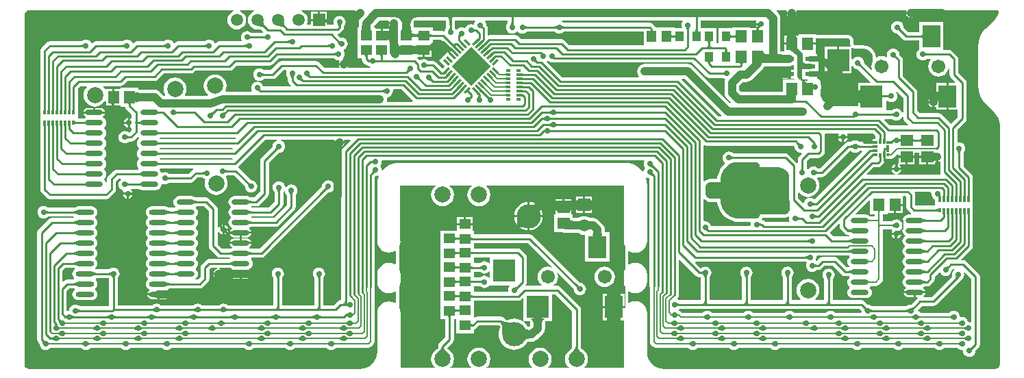
<source format=gbl>
G04*
G04 #@! TF.GenerationSoftware,Altium Limited,Altium Designer,18.1.9 (240)*
G04*
G04 Layer_Physical_Order=2*
G04 Layer_Color=16711680*
%FSLAX25Y25*%
%MOIN*%
G70*
G01*
G75*
%ADD10C,0.01000*%
%ADD19R,0.05512X0.05906*%
%ADD20R,0.05906X0.05512*%
%ADD38C,0.04000*%
%ADD39C,0.00700*%
%ADD43C,0.07874*%
%ADD44R,0.05906X0.05906*%
%ADD45C,0.05906*%
%ADD46R,0.05906X0.05906*%
%ADD47C,0.02799*%
%ADD48C,0.02800*%
%ADD49C,0.02400*%
%ADD50C,0.11811*%
%ADD51C,0.06700*%
%ADD52R,0.04724X0.02362*%
%ADD53O,0.08661X0.02362*%
%ADD54O,0.09055X0.02362*%
%ADD55R,0.01200X0.02000*%
%ADD56R,0.02000X0.01200*%
%ADD57R,0.04331X0.04724*%
%ADD58R,0.05512X0.04724*%
%ADD59R,0.04724X0.05512*%
%ADD60R,0.08800X0.11000*%
%ADD61R,0.08700X0.11000*%
%ADD62R,0.11000X0.11000*%
%ADD63R,0.01181X0.01181*%
%ADD64C,0.02000*%
G04:AMPARAMS|DCode=65|XSize=11.02mil|YSize=33.47mil|CornerRadius=0mil|HoleSize=0mil|Usage=FLASHONLY|Rotation=225.000|XOffset=0mil|YOffset=0mil|HoleType=Round|Shape=Rectangle|*
%AMROTATEDRECTD65*
4,1,4,-0.00793,0.01573,0.01573,-0.00793,0.00793,-0.01573,-0.01573,0.00793,-0.00793,0.01573,0.0*
%
%ADD65ROTATEDRECTD65*%

G04:AMPARAMS|DCode=66|XSize=11.02mil|YSize=33.47mil|CornerRadius=0mil|HoleSize=0mil|Usage=FLASHONLY|Rotation=135.000|XOffset=0mil|YOffset=0mil|HoleType=Round|Shape=Rectangle|*
%AMROTATEDRECTD66*
4,1,4,0.01573,0.00793,-0.00793,-0.01573,-0.01573,-0.00793,0.00793,0.01573,0.01573,0.00793,0.0*
%
%ADD66ROTATEDRECTD66*%

%ADD67C,0.01200*%
%ADD68C,0.01400*%
%ADD69C,0.02000*%
%ADD70C,0.02600*%
%ADD71R,0.07000X0.05000*%
%ADD72R,0.07000X0.19000*%
%ADD73P,0.18930X4X270.0*%
G36*
X636832Y296947D02*
X636768Y296301D01*
X636401Y295088D01*
X635803Y293970D01*
X635028Y293026D01*
X634990Y293001D01*
X632061Y290072D01*
X630301Y288311D01*
X630298Y288314D01*
X629107Y286920D01*
X628149Y285356D01*
X627447Y283662D01*
X627019Y281879D01*
X626875Y280051D01*
X626879D01*
Y270061D01*
Y260181D01*
X626875D01*
X627019Y258353D01*
X627447Y256570D01*
X628149Y254876D01*
X629107Y253312D01*
X630298Y251918D01*
X630301Y251921D01*
X631006Y251216D01*
X631006Y251216D01*
X634881Y247340D01*
X634946Y247297D01*
X635935Y246092D01*
X636705Y244650D01*
X637180Y243086D01*
X637333Y241534D01*
X637318Y241458D01*
Y125000D01*
X637331Y124931D01*
X637167Y124103D01*
X636658Y123342D01*
X635897Y122833D01*
X635069Y122669D01*
X635000Y122682D01*
X474000D01*
X473924Y122667D01*
X472373Y122820D01*
X470808Y123295D01*
X469367Y124065D01*
X468103Y125103D01*
X467065Y126366D01*
X466295Y127808D01*
X465820Y129373D01*
X465667Y130924D01*
X465682Y131000D01*
Y131439D01*
Y147000D01*
Y149938D01*
X465699D01*
X465504Y151421D01*
X464931Y152803D01*
X464021Y153990D01*
X462834Y154901D01*
X461452Y155473D01*
X459969Y155668D01*
Y155668D01*
X458502Y155475D01*
X457135Y154908D01*
X457080Y154866D01*
X456631Y155087D01*
Y160207D01*
X457080Y160428D01*
X457212Y160326D01*
X458579Y159760D01*
X460046Y159567D01*
X461513Y159760D01*
X462880Y160326D01*
X464054Y161227D01*
X464955Y162401D01*
X465521Y163768D01*
X465714Y165235D01*
X465714Y165235D01*
X465714D01*
X465694Y165726D01*
X465667Y168749D01*
X465683Y168765D01*
X465683D01*
X465491Y170224D01*
X464928Y171584D01*
X464032Y172751D01*
X462864Y173647D01*
X461505Y174210D01*
X460046Y174402D01*
X458587Y174210D01*
X457228Y173647D01*
X457080Y173533D01*
X456631Y173755D01*
Y179836D01*
X457080Y180058D01*
X457151Y180003D01*
X458525Y179434D01*
X460000Y179240D01*
X461475Y179434D01*
X462849Y180003D01*
X464030Y180909D01*
X464935Y182089D01*
X465505Y183464D01*
X465635Y184458D01*
X465699Y184938D01*
X465699Y184939D01*
X465682D01*
X465682Y211939D01*
X465683Y212439D01*
X465683D01*
X465552Y214100D01*
X465223Y215472D01*
X465257Y215526D01*
X465656Y215810D01*
X466217Y215577D01*
X466859Y215493D01*
Y163000D01*
X467012Y162231D01*
Y136000D01*
X467163Y135239D01*
X467594Y134594D01*
X468594Y133594D01*
X469239Y133163D01*
X470000Y133012D01*
X485744D01*
X485860Y132860D01*
X486487Y132379D01*
X487217Y132077D01*
X488000Y131974D01*
X488783Y132077D01*
X489513Y132379D01*
X490140Y132860D01*
X490256Y133012D01*
X505744D01*
X505860Y132860D01*
X506487Y132379D01*
X507217Y132077D01*
X508000Y131974D01*
X508783Y132077D01*
X509513Y132379D01*
X510140Y132860D01*
X510256Y133012D01*
X525744D01*
X525860Y132860D01*
X526487Y132379D01*
X527217Y132077D01*
X528000Y131974D01*
X528783Y132077D01*
X529513Y132379D01*
X530140Y132860D01*
X530256Y133012D01*
X565744D01*
X565860Y132860D01*
X566487Y132379D01*
X567217Y132077D01*
X568000Y131974D01*
X568783Y132077D01*
X569513Y132379D01*
X570140Y132860D01*
X570256Y133012D01*
X585744D01*
X585860Y132860D01*
X586487Y132379D01*
X587217Y132077D01*
X588000Y131974D01*
X588783Y132077D01*
X589513Y132379D01*
X590140Y132860D01*
X590256Y133012D01*
X605744D01*
X605860Y132860D01*
X606487Y132379D01*
X607217Y132077D01*
X608000Y131974D01*
X608783Y132077D01*
X609513Y132379D01*
X610140Y132860D01*
X610256Y133012D01*
X616744D01*
X616860Y132860D01*
X617487Y132379D01*
X618217Y132077D01*
X619000Y131974D01*
X619139Y131992D01*
X619492Y131639D01*
X619474Y131500D01*
X619577Y130717D01*
X619879Y129987D01*
X620360Y129360D01*
X620987Y128879D01*
X621717Y128577D01*
X622500Y128474D01*
X623283Y128577D01*
X624013Y128879D01*
X624640Y129360D01*
X625120Y129987D01*
X625423Y130717D01*
X625526Y131498D01*
X627014Y132986D01*
X627478Y133681D01*
X627641Y134500D01*
Y167500D01*
X627478Y168319D01*
X627014Y169014D01*
X621014Y175014D01*
X620319Y175478D01*
X619500Y175641D01*
X618822D01*
X618631Y176103D01*
X623514Y180986D01*
X623978Y181681D01*
X624141Y182500D01*
Y197400D01*
X624200D01*
Y202400D01*
Y207600D01*
X624141D01*
Y216000D01*
X623978Y216819D01*
X623514Y217514D01*
X619641Y221387D01*
Y227862D01*
X620120Y228487D01*
X620423Y229217D01*
X620526Y230000D01*
X620423Y230783D01*
X620120Y231513D01*
X619640Y232140D01*
X619013Y232621D01*
X618283Y232923D01*
X617500Y233026D01*
X617141Y232979D01*
X616641Y233413D01*
Y239113D01*
X620514Y242986D01*
X620978Y243681D01*
X621141Y244500D01*
Y262000D01*
X620978Y262819D01*
X620514Y263514D01*
X617141Y266887D01*
Y273500D01*
X616978Y274319D01*
X616514Y275014D01*
X614148Y277380D01*
X613453Y277844D01*
X612634Y278007D01*
X609950D01*
Y291700D01*
X598050D01*
Y286741D01*
X592787D01*
X590526Y289002D01*
X590423Y289783D01*
X590121Y290513D01*
X589640Y291140D01*
X589013Y291620D01*
X588283Y291923D01*
X587500Y292026D01*
X586717Y291923D01*
X585987Y291620D01*
X585360Y291140D01*
X584879Y290513D01*
X584577Y289783D01*
X584474Y289000D01*
X584577Y288217D01*
X584879Y287487D01*
X585360Y286860D01*
X585987Y286380D01*
X586717Y286077D01*
X587498Y285974D01*
X590386Y283086D01*
X591081Y282622D01*
X591900Y282459D01*
X598050D01*
Y278254D01*
X597726Y278006D01*
X597246Y277379D01*
X596943Y276649D01*
X596840Y275866D01*
X596943Y275083D01*
X597246Y274353D01*
X597726Y273727D01*
X598353Y273246D01*
X599083Y272943D01*
X599866Y272840D01*
X600649Y272943D01*
X601379Y273246D01*
X602004Y273725D01*
X603489D01*
X603735Y273225D01*
X603176Y272496D01*
X602677Y271292D01*
X602507Y270000D01*
X602677Y268708D01*
X603176Y267504D01*
X603970Y266470D01*
X605004Y265676D01*
X606208Y265177D01*
X607500Y265007D01*
X608792Y265177D01*
X609996Y265676D01*
X611030Y266470D01*
X611824Y267504D01*
X612323Y268708D01*
X612359Y268983D01*
X612859Y268951D01*
Y266000D01*
X613022Y265181D01*
X613486Y264486D01*
X615610Y262362D01*
X615419Y261900D01*
X612400D01*
Y255400D01*
Y248900D01*
X616859D01*
Y245387D01*
X613500Y242028D01*
X609014Y246514D01*
X608319Y246978D01*
X607500Y247141D01*
X598387D01*
X597141Y248387D01*
Y257500D01*
X596978Y258319D01*
X596514Y259014D01*
X590141Y265387D01*
Y273161D01*
X589978Y273981D01*
X589514Y274675D01*
X588477Y275713D01*
X588374Y276494D01*
X588071Y277223D01*
X587591Y277850D01*
X586964Y278331D01*
X586234Y278633D01*
X585451Y278736D01*
X584668Y278633D01*
X583938Y278331D01*
X583311Y277850D01*
X582830Y277223D01*
X582528Y276494D01*
X582425Y275710D01*
X582528Y274927D01*
X582587Y274786D01*
X582204Y274404D01*
X581192Y274823D01*
X579900Y274993D01*
X578608Y274823D01*
X577628Y274417D01*
X577514Y274430D01*
X577224Y274567D01*
X577198Y274588D01*
X577096Y274718D01*
X577096Y274781D01*
X576927Y275631D01*
X576866Y275779D01*
X576834Y275937D01*
X576495Y276756D01*
X576406Y276889D01*
X576344Y277038D01*
X575852Y277775D01*
X575738Y277889D01*
X575649Y278022D01*
X575022Y278649D01*
X574889Y278738D01*
X574775Y278852D01*
X574038Y279344D01*
X573889Y279406D01*
X573756Y279495D01*
X572937Y279834D01*
X572779Y279866D01*
X572631Y279927D01*
X571761Y280100D01*
X571601Y280100D01*
X571443Y280131D01*
X571000Y280131D01*
X567540Y280131D01*
X567406Y280138D01*
X567105Y280198D01*
X566858Y280300D01*
X566606Y280468D01*
X566508Y280509D01*
X566424Y280574D01*
X566418Y280575D01*
X566370Y280665D01*
X566361Y280710D01*
X566198Y281105D01*
X566138Y281406D01*
X566131Y281540D01*
Y282699D01*
X566007Y283323D01*
X565855Y283691D01*
X565678Y283956D01*
X565501Y284220D01*
X565220Y284501D01*
X565023Y284633D01*
X564691Y284855D01*
X564323Y285007D01*
X563699Y285131D01*
X548293D01*
Y285553D01*
X539581D01*
Y284953D01*
X538248D01*
X538249Y284941D01*
X538331Y284581D01*
X538427Y284301D01*
X538539Y284101D01*
X538665Y283981D01*
X538807Y283941D01*
X536563D01*
Y281000D01*
X536063D01*
Y281000D01*
X536563D01*
X536568Y280971D01*
X536583Y280932D01*
X536609Y280883D01*
X536644Y280824D01*
X536746Y280676D01*
X536974Y280378D01*
X537070Y280259D01*
X535056D01*
X535152Y280378D01*
X535240Y280500D01*
X532307D01*
Y277371D01*
X530631D01*
Y293361D01*
X530507Y294301D01*
X530145Y295177D01*
X529568Y295929D01*
X529567Y295929D01*
X528641Y296856D01*
X528832Y297318D01*
X533556D01*
X533792Y296877D01*
X533739Y296798D01*
X533652Y296361D01*
X538348D01*
X538261Y296798D01*
X538208Y296877D01*
X538444Y297318D01*
X591797D01*
X592032Y296877D01*
X591928Y296720D01*
X591856Y296361D01*
X596144D01*
X596072Y296720D01*
X595968Y296877D01*
X596203Y297318D01*
X636496D01*
X636832Y296947D01*
D02*
G37*
G36*
X323792Y296877D02*
X323739Y296798D01*
X323738Y296792D01*
X323795Y296810D01*
X324113Y296947D01*
X324377Y297103D01*
X324587Y297277D01*
Y296532D01*
X324591Y296534D01*
X324699Y296597D01*
X324804Y296669D01*
X324904Y296750D01*
X325000Y296842D01*
Y296361D01*
X326000D01*
Y295361D01*
X325000D01*
Y294882D01*
X324904Y294973D01*
X324804Y295054D01*
X324699Y295126D01*
X324591Y295189D01*
X324587Y295191D01*
Y294446D01*
X324377Y294620D01*
X324113Y294776D01*
X323795Y294913D01*
X323738Y294931D01*
X323739Y294925D01*
X324270Y294131D01*
X325064Y293601D01*
X325727Y293469D01*
X325945Y292933D01*
X325855Y292815D01*
X325493Y291940D01*
X325369Y291000D01*
Y289005D01*
X324644D01*
Y281081D01*
Y273994D01*
X326859D01*
Y273500D01*
X327022Y272681D01*
X327486Y271986D01*
X328486Y270986D01*
X329181Y270522D01*
X329837Y270391D01*
X329860Y270360D01*
X330487Y269880D01*
X331063Y269641D01*
X330963Y269141D01*
X320246D01*
X319978Y269641D01*
X320261Y270064D01*
X320348Y270500D01*
X315652D01*
X315739Y270064D01*
X316021Y269641D01*
X315754Y269141D01*
X308887D01*
X306123Y271905D01*
X305428Y272370D01*
X304609Y272533D01*
X287891D01*
X287072Y272370D01*
X286377Y271905D01*
X282613Y268141D01*
X279138D01*
X278513Y268620D01*
X277783Y268923D01*
X277000Y269026D01*
X276217Y268923D01*
X275487Y268620D01*
X274860Y268140D01*
X274379Y267513D01*
X274077Y266783D01*
X273974Y266000D01*
X274077Y265217D01*
X274379Y264487D01*
X274860Y263860D01*
X275487Y263380D01*
X276217Y263077D01*
X277000Y262974D01*
X277783Y263077D01*
X278513Y263380D01*
X279138Y263859D01*
X283500D01*
X284319Y264022D01*
X285014Y264486D01*
X288778Y268250D01*
X289964D01*
X290271Y267750D01*
X290077Y267283D01*
X289974Y266500D01*
X290077Y265717D01*
X290380Y264987D01*
X290859Y264362D01*
Y263000D01*
X291022Y262181D01*
X291486Y261486D01*
X292369Y260603D01*
X292178Y260141D01*
X278941D01*
X278923Y260283D01*
X278621Y261013D01*
X278140Y261640D01*
X277513Y262121D01*
X276783Y262423D01*
X276000Y262526D01*
X275217Y262423D01*
X274487Y262121D01*
X273860Y261640D01*
X273379Y261013D01*
X273077Y260283D01*
X272974Y259500D01*
X273077Y258717D01*
X273320Y258131D01*
X273082Y257631D01*
X260846D01*
X260512Y258131D01*
X260894Y259055D01*
X261085Y260500D01*
X260894Y261945D01*
X260337Y263292D01*
X259449Y264449D01*
X258292Y265337D01*
X256945Y265895D01*
X255500Y266085D01*
X254055Y265895D01*
X252708Y265337D01*
X251551Y264449D01*
X250663Y263292D01*
X250106Y261945D01*
X249915Y260500D01*
X250106Y259055D01*
X250663Y257708D01*
X251551Y256551D01*
X252098Y256131D01*
X251928Y255631D01*
X240959D01*
X240738Y256080D01*
X240837Y256208D01*
X241394Y257555D01*
X241585Y259000D01*
X241394Y260445D01*
X240837Y261792D01*
X239949Y262949D01*
X238792Y263837D01*
X237445Y264394D01*
X236000Y264585D01*
X234555Y264394D01*
X233208Y263837D01*
X232051Y262949D01*
X231163Y261792D01*
X230606Y260445D01*
X230415Y259000D01*
X230606Y257555D01*
X231163Y256208D01*
X231262Y256080D01*
X231041Y255631D01*
X230504D01*
X228568Y257568D01*
X227816Y258145D01*
X226940Y258507D01*
X226000Y258631D01*
X218293D01*
Y259553D01*
X209581D01*
Y258953D01*
X206563D01*
Y255000D01*
Y251047D01*
X209581D01*
Y250447D01*
X211819D01*
X211959Y249744D01*
X212423Y249049D01*
X214859Y246613D01*
Y245005D01*
X214359Y244776D01*
X214000Y244848D01*
Y242500D01*
Y240152D01*
X214359Y240224D01*
X214859Y239995D01*
Y238887D01*
X213624Y237652D01*
X213013Y238121D01*
X212283Y238423D01*
X211500Y238526D01*
X210717Y238423D01*
X209987Y238121D01*
X209360Y237640D01*
X208879Y237013D01*
X208577Y236283D01*
X208474Y235500D01*
X208577Y234717D01*
X208879Y233987D01*
X209360Y233360D01*
X209987Y232879D01*
X210717Y232577D01*
X211500Y232474D01*
X212283Y232577D01*
X213013Y232879D01*
X213638Y233359D01*
X214500D01*
X215319Y233522D01*
X216014Y233986D01*
X217677Y235649D01*
X218176Y235616D01*
X218253Y235517D01*
X218515Y235315D01*
Y234685D01*
X218253Y234484D01*
X217807Y233903D01*
X217527Y233226D01*
X217431Y232500D01*
X217527Y231774D01*
X217807Y231097D01*
X218253Y230517D01*
X218515Y230315D01*
Y229685D01*
X218253Y229484D01*
X217807Y228903D01*
X217527Y228226D01*
X217431Y227500D01*
X217527Y226774D01*
X217807Y226097D01*
X218253Y225517D01*
X218515Y225315D01*
Y224685D01*
X218253Y224483D01*
X217807Y223903D01*
X217527Y223226D01*
X217431Y222500D01*
X217527Y221774D01*
X217807Y221097D01*
X218253Y220516D01*
X218259Y220512D01*
X218292Y219897D01*
X218033Y219641D01*
X207500D01*
X206681Y219478D01*
X205986Y219014D01*
X203486Y216514D01*
X203022Y215819D01*
X202859Y215000D01*
Y213602D01*
X202359Y213502D01*
X202193Y213903D01*
X201747Y214483D01*
X201485Y214685D01*
Y215315D01*
X201747Y215516D01*
X202193Y216097D01*
X202473Y216774D01*
X202569Y217500D01*
X202473Y218226D01*
X202193Y218903D01*
X201747Y219483D01*
X201485Y219685D01*
Y220315D01*
X201747Y220516D01*
X202193Y221097D01*
X202473Y221774D01*
X202569Y222500D01*
X202473Y223226D01*
X202193Y223903D01*
X201747Y224483D01*
X201485Y224685D01*
Y225315D01*
X201747Y225517D01*
X202193Y226097D01*
X202473Y226774D01*
X202569Y227500D01*
X202473Y228226D01*
X202193Y228903D01*
X201747Y229484D01*
X201485Y229685D01*
Y230315D01*
X201747Y230517D01*
X202193Y231097D01*
X202473Y231774D01*
X202569Y232500D01*
X202473Y233226D01*
X202193Y233903D01*
X201747Y234484D01*
X201485Y234685D01*
Y235315D01*
X201747Y235517D01*
X202193Y236097D01*
X202473Y236774D01*
X202569Y237500D01*
X202473Y238226D01*
X202193Y238903D01*
X201747Y239483D01*
X201485Y239685D01*
Y240315D01*
X201747Y240516D01*
X202193Y241097D01*
X202473Y241774D01*
X202569Y242500D01*
X202473Y243226D01*
X202193Y243903D01*
X201747Y244483D01*
X201166Y244929D01*
X200905Y245038D01*
X200849Y245602D01*
X201336Y245928D01*
X201818Y246649D01*
X201888Y247000D01*
X201822D01*
D01*
X201547Y246995D01*
X201083Y246956D01*
X200895Y246921D01*
X200736Y246877D01*
X200606Y246823D01*
X200504Y246760D01*
X200432Y246686D01*
X200388Y246603D01*
X200374Y246510D01*
Y247000D01*
X196614D01*
X191340D01*
X191410Y246649D01*
X191892Y245928D01*
X192379Y245602D01*
X192324Y245038D01*
X192062Y244929D01*
X191686Y244641D01*
X188700D01*
Y250100D01*
X188641D01*
Y259113D01*
X189887Y260359D01*
X192837D01*
X192982Y259859D01*
X192163Y258792D01*
X191605Y257445D01*
X191415Y256000D01*
X191605Y254555D01*
X192163Y253208D01*
X193051Y252051D01*
X194208Y251163D01*
X195554Y250606D01*
X197000Y250415D01*
X198445Y250606D01*
X199792Y251163D01*
X200949Y252051D01*
X201515Y252789D01*
X202207Y252877D01*
X202307Y252799D01*
Y251047D01*
X205563D01*
Y251059D01*
X205057D01*
X205052Y251252D01*
X205037Y251424D01*
X205012Y251575D01*
X204977Y251707D01*
X204932Y251818D01*
X204877Y251909D01*
X204812Y251980D01*
X204737Y252031D01*
X204652Y252061D01*
X204557Y252071D01*
X205563D01*
Y255000D01*
Y258953D01*
X202307D01*
Y258953D01*
X201830Y258830D01*
X201807Y258831D01*
X201018Y259859D01*
X201163Y260359D01*
X209407D01*
X210227Y260522D01*
X210921Y260986D01*
X212794Y262859D01*
X225983D01*
X226802Y263022D01*
X227497Y263486D01*
X230490Y266479D01*
X243635D01*
X244454Y266642D01*
X245148Y267107D01*
X245901Y267859D01*
X262500D01*
X263319Y268022D01*
X264014Y268486D01*
X265887Y270359D01*
X282000D01*
X282819Y270522D01*
X283514Y270986D01*
X286387Y273859D01*
X313362D01*
X313987Y273379D01*
X314717Y273077D01*
X315500Y272974D01*
X315878Y273024D01*
X316153Y272556D01*
X315739Y271936D01*
X315652Y271500D01*
X320348D01*
X320261Y271936D01*
X319730Y272730D01*
X318936Y273261D01*
X318000Y273447D01*
X317895Y273426D01*
X317685Y273783D01*
X317662Y273890D01*
X318121Y274487D01*
X318423Y275217D01*
X318526Y276000D01*
X318423Y276783D01*
X318121Y277513D01*
X318026Y277637D01*
X318189Y278245D01*
X318513Y278380D01*
X319140Y278860D01*
X319620Y279487D01*
X319923Y280217D01*
X320026Y281000D01*
X319923Y281783D01*
X319620Y282513D01*
X319140Y283140D01*
X318513Y283621D01*
X317783Y283923D01*
X317000Y284026D01*
X316560Y283968D01*
X315149Y285379D01*
X315314Y285921D01*
X315819Y286022D01*
X316514Y286486D01*
X317514Y287486D01*
X317978Y288181D01*
X318141Y289000D01*
Y289362D01*
X318620Y289987D01*
X318923Y290717D01*
X319026Y291500D01*
X318923Y292283D01*
X318620Y293013D01*
X318140Y293640D01*
X317513Y294121D01*
X316783Y294423D01*
X316000Y294526D01*
X315217Y294423D01*
X314487Y294121D01*
X313860Y293640D01*
X313380Y293013D01*
X313077Y292283D01*
X312974Y291500D01*
X313077Y290717D01*
X313143Y290557D01*
X312866Y290141D01*
X309953D01*
Y292000D01*
X309941D01*
Y291500D01*
X309749Y291495D01*
X309576Y291480D01*
X309425Y291455D01*
X309293Y291420D01*
X309182Y291375D01*
X309091Y291320D01*
X309020Y291255D01*
X308969Y291180D01*
X308939Y291095D01*
X308929Y291000D01*
Y292000D01*
X306000D01*
X302047D01*
Y290141D01*
X300492D01*
X300158Y290641D01*
X300436Y291312D01*
X300592Y292500D01*
X300436Y293689D01*
X299977Y294796D01*
X299247Y295747D01*
X298296Y296477D01*
X297473Y296818D01*
X297573Y297318D01*
X323556D01*
X323792Y296877D01*
D02*
G37*
G36*
X382046Y291730D02*
X381879Y291513D01*
X381577Y290783D01*
X381545Y290537D01*
X381112Y290287D01*
X380783Y290423D01*
X380000Y290526D01*
X379217Y290423D01*
X378487Y290121D01*
X377860Y289640D01*
X377379Y289013D01*
X377348Y288938D01*
X376725Y288740D01*
X376283Y288923D01*
X375500Y289026D01*
X374717Y288923D01*
X373987Y288620D01*
X373360Y288140D01*
X373197Y287927D01*
X372625Y288002D01*
X372621Y288013D01*
X372141Y288638D01*
Y292230D01*
X381800D01*
X382046Y291730D01*
D02*
G37*
G36*
X400505Y291014D02*
X400519Y290884D01*
X400543Y290759D01*
X400577Y290638D01*
X400620Y290522D01*
X400673Y290409D01*
X400735Y290300D01*
X400807Y290196D01*
X400889Y290096D01*
X400980Y290000D01*
X399020D01*
X399111Y290096D01*
X399193Y290196D01*
X399265Y290300D01*
X399327Y290409D01*
X399380Y290522D01*
X399423Y290638D01*
X399457Y290759D01*
X399481Y290884D01*
X399495Y291014D01*
X399500Y291147D01*
X400500D01*
X400505Y291014D01*
D02*
G37*
G36*
X371241Y294238D02*
X371086Y293974D01*
X370948Y293656D01*
X370829Y293285D01*
X370729Y292859D01*
X370646Y292380D01*
X370537Y291260D01*
X370509Y290619D01*
X370500Y289925D01*
X369500D01*
X369491Y290619D01*
X369354Y292380D01*
X369271Y292859D01*
X369171Y293285D01*
X369052Y293656D01*
X368914Y293974D01*
X368759Y294238D01*
X368585Y294448D01*
X371415D01*
X371241Y294238D01*
D02*
G37*
G36*
X316889Y290404D02*
X316807Y290304D01*
X316735Y290199D01*
X316673Y290091D01*
X316620Y289978D01*
X316577Y289861D01*
X316543Y289740D01*
X316519Y289615D01*
X316505Y289486D01*
X316500Y289352D01*
X315500D01*
X315495Y289486D01*
X315481Y289615D01*
X315457Y289740D01*
X315423Y289861D01*
X315380Y289978D01*
X315327Y290091D01*
X315265Y290199D01*
X315193Y290304D01*
X315111Y290404D01*
X315020Y290500D01*
X316980D01*
X316889Y290404D01*
D02*
G37*
G36*
X518936Y291730D02*
X518739Y291436D01*
X518652Y291000D01*
X521000D01*
Y290000D01*
X520040D01*
X520938Y289101D01*
X520819Y289101D01*
X520701Y289091D01*
X520586Y289070D01*
X520472Y289038D01*
X520361Y288996D01*
X520252Y288944D01*
X520144Y288880D01*
X520039Y288807D01*
X519936Y288723D01*
X519835Y288628D01*
X519128Y289335D01*
X519223Y289436D01*
X519307Y289539D01*
X519381Y289644D01*
X519444Y289752D01*
X519496Y289861D01*
X519538Y289972D01*
X519546Y290000D01*
X518652D01*
X518739Y289564D01*
X519147Y288953D01*
X518913Y288453D01*
X515919D01*
Y289053D01*
X507207D01*
Y288462D01*
X500368D01*
Y281141D01*
X499632D01*
Y288462D01*
X491775D01*
Y292230D01*
X518668D01*
X518936Y291730D01*
D02*
G37*
G36*
X288956Y292046D02*
X289007Y291285D01*
X289056Y290949D01*
X289120Y290642D01*
X289198Y290364D01*
X289292Y290114D01*
X289401Y289895D01*
X289525Y289704D01*
X289664Y289543D01*
X288957Y288836D01*
X288796Y288975D01*
X288605Y289099D01*
X288385Y289208D01*
X288137Y289302D01*
X287858Y289381D01*
X287551Y289444D01*
X287214Y289493D01*
X286454Y289544D01*
X286030Y289547D01*
X288953Y292471D01*
X288956Y292046D01*
D02*
G37*
G36*
X278956D02*
X279007Y291285D01*
X279056Y290949D01*
X279119Y290642D01*
X279198Y290364D01*
X279292Y290114D01*
X279401Y289895D01*
X279525Y289704D01*
X279664Y289543D01*
X278957Y288836D01*
X278796Y288975D01*
X278605Y289099D01*
X278385Y289208D01*
X278136Y289302D01*
X277858Y289381D01*
X277551Y289444D01*
X277215Y289493D01*
X276454Y289544D01*
X276029Y289547D01*
X278953Y292471D01*
X278956Y292046D01*
D02*
G37*
G36*
X483046Y291730D02*
X482879Y291513D01*
X482577Y290783D01*
X482474Y290000D01*
X482577Y289217D01*
X482683Y288962D01*
X482349Y288462D01*
X479005D01*
Y288856D01*
X469936D01*
X469935Y288863D01*
X469471Y289557D01*
X468514Y290514D01*
X467819Y290978D01*
X467000Y291141D01*
X425137D01*
X424513Y291620D01*
X424247Y291730D01*
X424346Y292230D01*
X482800D01*
X483046Y291730D01*
D02*
G37*
G36*
X385880Y289718D02*
X385886Y289631D01*
X385903Y289541D01*
X385932Y289449D01*
X385973Y289355D01*
X386026Y289259D01*
X386090Y289160D01*
X386166Y289060D01*
X386254Y288958D01*
X386353Y288854D01*
X385647Y288146D01*
X385542Y288246D01*
X385440Y288334D01*
X385339Y288410D01*
X385241Y288474D01*
X385145Y288527D01*
X385051Y288568D01*
X384959Y288597D01*
X384870Y288614D01*
X384782Y288620D01*
X384696Y288614D01*
X385886Y289804D01*
X385880Y289718D01*
D02*
G37*
G36*
X424096Y289889D02*
X424196Y289807D01*
X424300Y289735D01*
X424409Y289673D01*
X424521Y289620D01*
X424638Y289577D01*
X424759Y289543D01*
X424884Y289519D01*
X425014Y289505D01*
X425147Y289500D01*
Y288500D01*
X425014Y288495D01*
X424884Y288481D01*
X424759Y288457D01*
X424638Y288423D01*
X424521Y288380D01*
X424409Y288327D01*
X424300Y288265D01*
X424196Y288193D01*
X424096Y288111D01*
X424000Y288020D01*
Y289980D01*
X424096Y289889D01*
D02*
G37*
G36*
X422001Y288020D02*
X421904Y288111D01*
X421804Y288193D01*
X421700Y288265D01*
X421591Y288327D01*
X421479Y288380D01*
X421362Y288423D01*
X421241Y288457D01*
X421116Y288481D01*
X420986Y288495D01*
X420853Y288500D01*
Y289500D01*
X420986Y289505D01*
X421116Y289519D01*
X421241Y289543D01*
X421362Y289577D01*
X421479Y289620D01*
X421591Y289673D01*
X421700Y289735D01*
X421804Y289807D01*
X421904Y289889D01*
X422001Y289980D01*
Y288020D01*
D02*
G37*
G36*
X406082Y289889D02*
X406182Y289807D01*
X406286Y289735D01*
X406395Y289673D01*
X406507Y289620D01*
X406624Y289577D01*
X406745Y289543D01*
X406870Y289519D01*
X407000Y289505D01*
X407133Y289500D01*
Y288500D01*
X407000Y288495D01*
X406870Y288481D01*
X406745Y288457D01*
X406624Y288423D01*
X406507Y288380D01*
X406395Y288327D01*
X406286Y288265D01*
X406182Y288193D01*
X406082Y288111D01*
X405985Y288020D01*
Y289980D01*
X406082Y289889D01*
D02*
G37*
G36*
X486389Y288904D02*
X486307Y288804D01*
X486235Y288699D01*
X486173Y288591D01*
X486120Y288478D01*
X486077Y288361D01*
X486043Y288240D01*
X486019Y288115D01*
X486005Y287986D01*
X486000Y287852D01*
X485000D01*
X484995Y287986D01*
X484981Y288115D01*
X484957Y288240D01*
X484923Y288361D01*
X484880Y288478D01*
X484827Y288591D01*
X484765Y288699D01*
X484693Y288804D01*
X484611Y288904D01*
X484520Y289000D01*
X486480D01*
X486389Y288904D01*
D02*
G37*
G36*
X370505Y288514D02*
X370519Y288385D01*
X370543Y288260D01*
X370577Y288139D01*
X370620Y288022D01*
X370673Y287909D01*
X370735Y287801D01*
X370807Y287696D01*
X370889Y287596D01*
X370980Y287500D01*
X369020D01*
X369111Y287596D01*
X369193Y287696D01*
X369265Y287801D01*
X369327Y287909D01*
X369380Y288022D01*
X369423Y288139D01*
X369457Y288260D01*
X369481Y288385D01*
X369495Y288514D01*
X369500Y288648D01*
X370500D01*
X370505Y288514D01*
D02*
G37*
G36*
X519942Y288248D02*
X519957Y288076D01*
X519982Y287925D01*
X520017Y287793D01*
X520062Y287682D01*
X520117Y287591D01*
X520182Y287520D01*
X520257Y287469D01*
X520342Y287439D01*
X520437Y287429D01*
X518437D01*
X518532Y287439D01*
X518617Y287469D01*
X518692Y287520D01*
X518757Y287591D01*
X518812Y287682D01*
X518857Y287793D01*
X518892Y287925D01*
X518917Y288076D01*
X518932Y288248D01*
X518937Y288441D01*
X519937D01*
X519942Y288248D01*
D02*
G37*
G36*
X331007Y290315D02*
X331119Y288692D01*
X331186Y288295D01*
X331268Y287971D01*
X331364Y287718D01*
X331476Y287538D01*
X331603Y287430D01*
X331744Y287393D01*
X326256D01*
X326397Y287430D01*
X326524Y287538D01*
X326636Y287718D01*
X326732Y287971D01*
X326814Y288295D01*
X326881Y288692D01*
X326933Y289161D01*
X326993Y290315D01*
X327000Y291000D01*
X331000D01*
X331007Y290315D01*
D02*
G37*
G36*
X354500Y293862D02*
X353740Y293822D01*
X353060Y293702D01*
X352460Y293501D01*
X351940Y293221D01*
X351500Y292862D01*
X351140Y292422D01*
X350860Y291901D01*
X350660Y291301D01*
X350540Y290621D01*
X350527Y290383D01*
X350686Y288393D01*
X350768Y288034D01*
X350865Y287754D01*
X350976Y287554D01*
X351103Y287434D01*
X351244Y287393D01*
X345756D01*
X345897Y287434D01*
X346024Y287554D01*
X346135Y287754D01*
X346232Y288034D01*
X346314Y288393D01*
X346381Y288833D01*
X346470Y289953D01*
X346477Y290293D01*
X346460Y290621D01*
X346340Y291301D01*
X346140Y291901D01*
X345860Y292422D01*
X345500Y292862D01*
X345060Y293221D01*
X344540Y293501D01*
X343940Y293702D01*
X343260Y293822D01*
X342500Y293862D01*
X348500Y295862D01*
X354500Y293862D01*
D02*
G37*
G36*
X468460Y287889D02*
X468484Y287630D01*
X468505Y287524D01*
X468532Y287435D01*
X468565Y287362D01*
X468603Y287305D01*
X468648Y287264D01*
X468699Y287240D01*
X468756Y287232D01*
X467157D01*
X467214Y287240D01*
X467265Y287264D01*
X467310Y287305D01*
X467349Y287362D01*
X467382Y287435D01*
X467409Y287524D01*
X467430Y287630D01*
X467445Y287751D01*
X467454Y287889D01*
X467457Y288043D01*
X468457D01*
X468460Y287889D01*
D02*
G37*
G36*
X588903Y288854D02*
X588917Y288725D01*
X588940Y288600D01*
X588972Y288479D01*
X589015Y288362D01*
X589067Y288249D01*
X589128Y288140D01*
X589200Y288034D01*
X589281Y287933D01*
X589372Y287835D01*
X588665Y287128D01*
X588567Y287219D01*
X588466Y287300D01*
X588360Y287371D01*
X588251Y287433D01*
X588138Y287485D01*
X588021Y287528D01*
X587900Y287560D01*
X587775Y287583D01*
X587646Y287597D01*
X587514Y287600D01*
X588900Y288986D01*
X588903Y288854D01*
D02*
G37*
G36*
X367859Y288638D02*
X367379Y288013D01*
X367077Y287283D01*
X366811Y287092D01*
X366349Y287184D01*
X361456D01*
Y289005D01*
X352856D01*
Y289005D01*
X352131D01*
Y292230D01*
X367859D01*
Y288638D01*
D02*
G37*
G36*
X490139Y287658D02*
X490154Y287486D01*
X490179Y287334D01*
X490214Y287203D01*
X490259Y287091D01*
X490314Y287000D01*
X490379Y286929D01*
X490454Y286879D01*
X490539Y286848D01*
X490634Y286838D01*
X488634D01*
X488729Y286848D01*
X488814Y286879D01*
X488889Y286929D01*
X488954Y287000D01*
X489009Y287091D01*
X489054Y287203D01*
X489089Y287334D01*
X489114Y287486D01*
X489129Y287658D01*
X489134Y287850D01*
X490134D01*
X490139Y287658D01*
D02*
G37*
G36*
X381096Y288389D02*
X381196Y288307D01*
X381301Y288235D01*
X381409Y288173D01*
X381522Y288120D01*
X381639Y288077D01*
X381760Y288043D01*
X381885Y288019D01*
X382014Y288005D01*
X382148Y288000D01*
Y287000D01*
X382014Y286995D01*
X381885Y286981D01*
X381760Y286957D01*
X381639Y286923D01*
X381522Y286880D01*
X381409Y286827D01*
X381301Y286765D01*
X381196Y286693D01*
X381096Y286611D01*
X381000Y286520D01*
Y288480D01*
X381096Y288389D01*
D02*
G37*
G36*
X165000Y297318D02*
X264427D01*
X264527Y296818D01*
X263704Y296477D01*
X262753Y295747D01*
X262023Y294796D01*
X261564Y293689D01*
X261408Y292500D01*
X261564Y291312D01*
X262023Y290204D01*
X262753Y289253D01*
X263704Y288523D01*
X264811Y288064D01*
X266000Y287908D01*
X267189Y288064D01*
X268296Y288523D01*
X269247Y289253D01*
X269977Y290204D01*
X270436Y291312D01*
X270592Y292500D01*
X270436Y293689D01*
X269977Y294796D01*
X269247Y295747D01*
X268296Y296477D01*
X267473Y296818D01*
X267573Y297318D01*
X274427D01*
X274527Y296818D01*
X273704Y296477D01*
X272753Y295747D01*
X272023Y294796D01*
X271564Y293689D01*
X271408Y292500D01*
X271564Y291312D01*
X272023Y290204D01*
X272753Y289253D01*
X273704Y288523D01*
X274812Y288064D01*
X276000Y287908D01*
X277188Y288064D01*
X277343Y288129D01*
X278697Y286775D01*
X278490Y286275D01*
X273138D01*
X272513Y286754D01*
X271783Y287057D01*
X271000Y287160D01*
X270217Y287057D01*
X269487Y286754D01*
X268860Y286274D01*
X268379Y285647D01*
X268077Y284917D01*
X267974Y284134D01*
X268077Y283351D01*
X268379Y282621D01*
X268404Y282590D01*
X268182Y282141D01*
X257500D01*
X256681Y281978D01*
X255986Y281514D01*
X255692Y281220D01*
X255202Y281317D01*
X255120Y281513D01*
X254640Y282140D01*
X254013Y282621D01*
X253283Y282923D01*
X252500Y283026D01*
X251717Y282923D01*
X250987Y282621D01*
X250362Y282141D01*
X237500D01*
X236681Y281978D01*
X235986Y281514D01*
X235692Y281220D01*
X235202Y281317D01*
X235121Y281513D01*
X234640Y282140D01*
X234013Y282621D01*
X233283Y282923D01*
X232500Y283026D01*
X231717Y282923D01*
X230987Y282621D01*
X230362Y282141D01*
X217500D01*
X216681Y281978D01*
X215986Y281514D01*
X215692Y281220D01*
X215201Y281317D01*
X215121Y281513D01*
X214640Y282140D01*
X214013Y282621D01*
X213283Y282923D01*
X212500Y283026D01*
X211717Y282923D01*
X210987Y282621D01*
X210362Y282141D01*
X197500D01*
X196681Y281978D01*
X195986Y281514D01*
X195692Y281220D01*
X195202Y281317D01*
X195121Y281513D01*
X194640Y282140D01*
X194013Y282621D01*
X193283Y282923D01*
X192500Y283026D01*
X191717Y282923D01*
X190987Y282621D01*
X190362Y282141D01*
X175000D01*
X174181Y281978D01*
X173486Y281514D01*
X170986Y279014D01*
X170522Y278319D01*
X170359Y277500D01*
Y250100D01*
X170300D01*
Y244900D01*
Y239900D01*
X170359D01*
Y210000D01*
X170522Y209181D01*
X170986Y208486D01*
X173486Y205986D01*
X174181Y205522D01*
X175000Y205359D01*
X202500D01*
X203319Y205522D01*
X204014Y205986D01*
X206514Y208486D01*
X206978Y209181D01*
X207141Y210000D01*
Y214113D01*
X208387Y215359D01*
X209476D01*
X209646Y214859D01*
X209360Y214640D01*
X208879Y214013D01*
X208577Y213283D01*
X208474Y212500D01*
X208577Y211717D01*
X208879Y210987D01*
X209360Y210360D01*
X209987Y209879D01*
X210599Y209626D01*
X210859Y209115D01*
X210739Y208936D01*
X210652Y208500D01*
X214000D01*
Y208980D01*
X214096Y208889D01*
X214196Y208807D01*
X214301Y208735D01*
X214409Y208673D01*
X214522Y208620D01*
X214639Y208577D01*
X214760Y208543D01*
X214885Y208519D01*
X215014Y208505D01*
X215148Y208500D01*
X215348D01*
X215261Y208936D01*
X214730Y209730D01*
X214538Y209859D01*
X214690Y210359D01*
X218458D01*
X218834Y210071D01*
X219510Y209790D01*
X220236Y209695D01*
X226535D01*
X227261Y209790D01*
X227938Y210071D01*
X228519Y210517D01*
X228965Y211097D01*
X229245Y211774D01*
X229328Y212404D01*
X229574Y212621D01*
X229813Y212745D01*
X230217Y212577D01*
X231000Y212474D01*
X231783Y212577D01*
X232513Y212879D01*
X233138Y213359D01*
X243500D01*
X244319Y213522D01*
X245014Y213986D01*
X246887Y215859D01*
X249362D01*
X249987Y215380D01*
X250717Y215077D01*
X250804Y214926D01*
X250606Y214445D01*
X250415Y213000D01*
X250606Y211555D01*
X251163Y210208D01*
X252051Y209051D01*
X253208Y208163D01*
X254555Y207606D01*
X256000Y207415D01*
X257445Y207606D01*
X258792Y208163D01*
X259949Y209051D01*
X260837Y210208D01*
X261395Y211555D01*
X261585Y213000D01*
X261395Y214445D01*
X260837Y215792D01*
X260712Y215955D01*
X260830Y216623D01*
X261138Y216859D01*
X264613D01*
X269974Y211497D01*
X270077Y210717D01*
X270379Y209987D01*
X270860Y209360D01*
X271487Y208879D01*
X272217Y208577D01*
X273000Y208474D01*
X273783Y208577D01*
X274513Y208879D01*
X275140Y209360D01*
X275621Y209987D01*
X275923Y210717D01*
X276026Y211500D01*
X275923Y212283D01*
X275621Y213013D01*
X275140Y213640D01*
X274513Y214121D01*
X273783Y214423D01*
X273003Y214526D01*
X267014Y220514D01*
X266849Y220625D01*
X266792Y221264D01*
X279887Y234359D01*
X285463D01*
X285562Y233859D01*
X284987Y233621D01*
X284360Y233140D01*
X283879Y232513D01*
X283577Y231783D01*
X283474Y231002D01*
X277986Y225514D01*
X277522Y224819D01*
X277359Y224000D01*
Y208887D01*
X274613Y206141D01*
X272814D01*
X272438Y206429D01*
X271761Y206710D01*
X271035Y206805D01*
X264736D01*
X264010Y206710D01*
X263334Y206429D01*
X262753Y205983D01*
X262307Y205403D01*
X262027Y204726D01*
X261931Y204000D01*
X262027Y203274D01*
X262307Y202597D01*
X262753Y202016D01*
X263015Y201815D01*
Y201185D01*
X262753Y200984D01*
X262307Y200402D01*
X262027Y199726D01*
X261931Y199000D01*
X262027Y198274D01*
X262307Y197598D01*
X262753Y197017D01*
X263015Y196815D01*
Y196185D01*
X262753Y195984D01*
X262307Y195403D01*
X262027Y194726D01*
X261931Y194000D01*
X262027Y193274D01*
X262307Y192597D01*
X262753Y192016D01*
X263334Y191571D01*
X263595Y191462D01*
X263651Y190898D01*
X263164Y190573D01*
X262682Y189851D01*
X262612Y189500D01*
X262678D01*
D01*
X262953Y189505D01*
X263417Y189544D01*
X263605Y189578D01*
X263764Y189623D01*
X263895Y189677D01*
X263996Y189740D01*
X264068Y189814D01*
X264112Y189897D01*
X264126Y189990D01*
Y189500D01*
X267886D01*
X273160D01*
X273090Y189851D01*
X272608Y190573D01*
X272121Y190898D01*
X272176Y191462D01*
X272438Y191571D01*
X272814Y191859D01*
X285000D01*
X285819Y192022D01*
X286514Y192486D01*
X294014Y199986D01*
X294478Y200681D01*
X294641Y201500D01*
Y207362D01*
X295121Y207987D01*
X295423Y208717D01*
X295526Y209500D01*
X295423Y210283D01*
X295121Y211013D01*
X294640Y211640D01*
X294013Y212121D01*
X293283Y212423D01*
X292500Y212526D01*
X291717Y212423D01*
X290987Y212121D01*
X290360Y211640D01*
X290007Y211179D01*
X289484Y211319D01*
X289423Y211783D01*
X289121Y212513D01*
X288640Y213140D01*
X288013Y213620D01*
X287283Y213923D01*
X286500Y214026D01*
X285717Y213923D01*
X284987Y213620D01*
X284360Y213140D01*
X283879Y212513D01*
X283577Y211783D01*
X283474Y211000D01*
X283577Y210217D01*
X283879Y209487D01*
X284359Y208862D01*
Y203887D01*
X281613Y201141D01*
X273224D01*
X273018Y201641D01*
X273238Y201859D01*
X275500D01*
X276319Y202022D01*
X277014Y202486D01*
X281014Y206486D01*
X281478Y207181D01*
X281641Y208000D01*
Y223113D01*
X286503Y227974D01*
X287283Y228077D01*
X288013Y228380D01*
X288640Y228860D01*
X289121Y229487D01*
X289423Y230217D01*
X289526Y231000D01*
X289423Y231783D01*
X289121Y232513D01*
X288640Y233140D01*
X288013Y233621D01*
X287438Y233859D01*
X287537Y234359D01*
X313495D01*
X313724Y233859D01*
X313652Y233500D01*
X318348D01*
X318276Y233859D01*
X318505Y234359D01*
X321178D01*
X321369Y233897D01*
X317486Y230014D01*
X317022Y229319D01*
X316859Y228500D01*
Y156141D01*
X316500D01*
X315681Y155978D01*
X314986Y155514D01*
X313113Y153641D01*
X308141D01*
Y166862D01*
X308621Y167487D01*
X308923Y168217D01*
X309026Y169000D01*
X308923Y169783D01*
X308621Y170513D01*
X308140Y171140D01*
X307513Y171621D01*
X306783Y171923D01*
X306000Y172026D01*
X305217Y171923D01*
X304487Y171621D01*
X303860Y171140D01*
X303380Y170513D01*
X303077Y169783D01*
X302974Y169000D01*
X303077Y168217D01*
X303380Y167487D01*
X303859Y166862D01*
Y153641D01*
X288141D01*
Y166862D01*
X288620Y167487D01*
X288923Y168217D01*
X289026Y169000D01*
X288923Y169783D01*
X288620Y170513D01*
X288140Y171140D01*
X287513Y171621D01*
X286783Y171923D01*
X286000Y172026D01*
X285217Y171923D01*
X284487Y171621D01*
X283860Y171140D01*
X283380Y170513D01*
X283077Y169783D01*
X282974Y169000D01*
X283077Y168217D01*
X283380Y167487D01*
X283859Y166862D01*
Y153641D01*
X261638D01*
X261013Y154121D01*
X260283Y154423D01*
X259500Y154526D01*
X258717Y154423D01*
X257987Y154121D01*
X257362Y153641D01*
X249138D01*
X248513Y154121D01*
X247783Y154423D01*
X247000Y154526D01*
X246217Y154423D01*
X245487Y154121D01*
X244862Y153641D01*
X229138D01*
X228513Y154121D01*
X227783Y154423D01*
X227000Y154526D01*
X226217Y154423D01*
X225487Y154121D01*
X224862Y153641D01*
X208141D01*
Y166862D01*
X208621Y167487D01*
X208923Y168217D01*
X209026Y169000D01*
X208923Y169783D01*
X208621Y170513D01*
X208140Y171140D01*
X207513Y171621D01*
X206783Y171923D01*
X206000Y172026D01*
X205217Y171923D01*
X204487Y171621D01*
X203862Y171141D01*
X197211D01*
X197154Y171185D01*
Y171815D01*
X197417Y172017D01*
X197862Y172598D01*
X198143Y173274D01*
X198238Y174000D01*
X198143Y174726D01*
X197862Y175402D01*
X197417Y175984D01*
X197154Y176185D01*
Y176815D01*
X197417Y177016D01*
X197862Y177597D01*
X198143Y178274D01*
X198238Y179000D01*
X198143Y179726D01*
X197862Y180403D01*
X197417Y180983D01*
X197154Y181185D01*
Y181815D01*
X197417Y182017D01*
X197862Y182597D01*
X198143Y183274D01*
X198238Y184000D01*
X198143Y184726D01*
X197862Y185403D01*
X197417Y185984D01*
X197154Y186185D01*
Y186815D01*
X197417Y187016D01*
X197862Y187598D01*
X198143Y188274D01*
X198238Y189000D01*
X198143Y189726D01*
X197862Y190402D01*
X197417Y190983D01*
X197154Y191185D01*
Y191815D01*
X197417Y192016D01*
X197862Y192597D01*
X198143Y193274D01*
X198238Y194000D01*
X198143Y194726D01*
X197862Y195403D01*
X197417Y195984D01*
X197154Y196185D01*
Y196815D01*
X197417Y197017D01*
X197862Y197598D01*
X198143Y198274D01*
X198238Y199000D01*
X198143Y199726D01*
X197862Y200402D01*
X197417Y200984D01*
X196836Y201429D01*
X196159Y201710D01*
X195433Y201805D01*
X188740D01*
X188014Y201710D01*
X187338Y201429D01*
X186962Y201141D01*
X174138D01*
X173513Y201621D01*
X172783Y201923D01*
X172000Y202026D01*
X171217Y201923D01*
X170487Y201621D01*
X169860Y201140D01*
X169379Y200513D01*
X169077Y199783D01*
X168974Y199000D01*
X169077Y198217D01*
X169379Y197487D01*
X169860Y196860D01*
X170487Y196379D01*
X171217Y196077D01*
X172000Y195974D01*
X172783Y196077D01*
X173513Y196379D01*
X174138Y196859D01*
X186552D01*
X186757Y196359D01*
X186537Y196141D01*
X176000D01*
X175181Y195978D01*
X174486Y195514D01*
X169486Y190514D01*
X169022Y189819D01*
X168859Y189000D01*
Y137000D01*
X169022Y136181D01*
X169486Y135486D01*
X169974Y134997D01*
X170077Y134217D01*
X170379Y133487D01*
X170860Y132860D01*
X171487Y132379D01*
X172217Y132077D01*
X173000Y131974D01*
X173783Y132077D01*
X174513Y132379D01*
X175140Y132860D01*
X175256Y133012D01*
X190244D01*
X190360Y132860D01*
X190987Y132379D01*
X191717Y132077D01*
X192500Y131974D01*
X193283Y132077D01*
X194013Y132379D01*
X194640Y132860D01*
X194756Y133012D01*
X209744D01*
X209860Y132860D01*
X210487Y132379D01*
X211217Y132077D01*
X212000Y131974D01*
X212783Y132077D01*
X213513Y132379D01*
X214140Y132860D01*
X214256Y133012D01*
X229744D01*
X229860Y132860D01*
X230487Y132379D01*
X231217Y132077D01*
X232000Y131974D01*
X232783Y132077D01*
X233513Y132379D01*
X234140Y132860D01*
X234256Y133012D01*
X269744D01*
X269860Y132860D01*
X270487Y132379D01*
X271217Y132077D01*
X272000Y131974D01*
X272783Y132077D01*
X273513Y132379D01*
X274140Y132860D01*
X274256Y133012D01*
X289744D01*
X289860Y132860D01*
X290487Y132379D01*
X291217Y132077D01*
X292000Y131974D01*
X292783Y132077D01*
X293513Y132379D01*
X294140Y132860D01*
X294256Y133012D01*
X309744D01*
X309860Y132860D01*
X310487Y132379D01*
X311217Y132077D01*
X312000Y131974D01*
X312783Y132077D01*
X313513Y132379D01*
X314140Y132860D01*
X314256Y133012D01*
X330000D01*
X330761Y133163D01*
X331406Y133594D01*
X332406Y134594D01*
X332837Y135239D01*
X332988Y136000D01*
Y161731D01*
X333141Y162500D01*
Y216113D01*
X333503Y216474D01*
X334283Y216577D01*
X334801Y216792D01*
X335184Y216409D01*
X334899Y215721D01*
X334509Y214100D01*
X334379Y212439D01*
X334379D01*
Y184939D01*
X334363D01*
X334555Y183480D01*
X335118Y182120D01*
X336014Y180953D01*
X337182Y180057D01*
X338541Y179494D01*
X340000Y179302D01*
X341459Y179494D01*
X342818Y180057D01*
X342920Y180135D01*
X343369Y179914D01*
Y173825D01*
X342920Y173604D01*
X342864Y173647D01*
X341505Y174210D01*
X340046Y174402D01*
X338587Y174210D01*
X337228Y173647D01*
X336060Y172751D01*
X335165Y171584D01*
X334601Y170224D01*
X334409Y168765D01*
X334409D01*
X334425Y168749D01*
X334395Y165249D01*
X334378Y165235D01*
X334378D01*
X334378Y165235D01*
X334441Y164761D01*
X334572Y163768D01*
X335138Y162401D01*
X336038Y161227D01*
X337212Y160326D01*
X338579Y159760D01*
X340046Y159567D01*
X341513Y159760D01*
X342880Y160326D01*
X342920Y160357D01*
X343369Y160136D01*
Y155041D01*
X342920Y154819D01*
X342849Y154874D01*
X341475Y155443D01*
X340000Y155637D01*
X338525Y155443D01*
X337151Y154874D01*
X335970Y153968D01*
X335065Y152788D01*
X334495Y151414D01*
X334301Y149938D01*
X334318D01*
Y134000D01*
Y131000D01*
X334333Y130924D01*
X334180Y129373D01*
X333705Y127808D01*
X332935Y126366D01*
X331897Y125103D01*
X330633Y124065D01*
X329192Y123295D01*
X327627Y122820D01*
X326076Y122667D01*
X326000Y122682D01*
X165000D01*
X164931Y122669D01*
X164103Y122833D01*
X163342Y123342D01*
X162833Y124103D01*
X162669Y124931D01*
X162682Y125000D01*
Y295000D01*
X162669Y295069D01*
X162833Y295897D01*
X163342Y296658D01*
X164103Y297167D01*
X164931Y297331D01*
X165000Y297318D01*
D02*
G37*
G36*
X479213Y283500D02*
X479203Y283595D01*
X479173Y283680D01*
X479123Y283755D01*
X479053Y283820D01*
X478963Y283875D01*
X478853Y283920D01*
X478723Y283955D01*
X478573Y283980D01*
X478403Y283995D01*
X478303Y283998D01*
X478201Y283995D01*
X478029Y283980D01*
X477877Y283955D01*
X477746Y283920D01*
X477634Y283875D01*
X477543Y283820D01*
X477473Y283755D01*
X477422Y283680D01*
X477392Y283595D01*
X477382Y283500D01*
Y285500D01*
X477392Y285405D01*
X477422Y285320D01*
X477473Y285245D01*
X477543Y285180D01*
X477634Y285125D01*
X477746Y285080D01*
X477877Y285045D01*
X478029Y285020D01*
X478201Y285005D01*
X478303Y285002D01*
X478403Y285005D01*
X478573Y285020D01*
X478723Y285045D01*
X478853Y285080D01*
X478963Y285125D01*
X479053Y285180D01*
X479123Y285245D01*
X479173Y285320D01*
X479203Y285405D01*
X479213Y285500D01*
Y283500D01*
D02*
G37*
G36*
X375304Y284614D02*
X375218Y284620D01*
X375131Y284614D01*
X375041Y284597D01*
X374949Y284568D01*
X374855Y284527D01*
X374759Y284474D01*
X374660Y284410D01*
X374560Y284334D01*
X374458Y284246D01*
X374354Y284146D01*
X373646Y284854D01*
X373746Y284958D01*
X373834Y285060D01*
X373910Y285160D01*
X373974Y285259D01*
X374027Y285355D01*
X374068Y285449D01*
X374097Y285541D01*
X374114Y285630D01*
X374120Y285718D01*
X374114Y285804D01*
X375304Y284614D01*
D02*
G37*
G36*
X359842Y285948D02*
X359872Y285863D01*
X359923Y285788D01*
X359994Y285723D01*
X360085Y285668D01*
X360196Y285623D01*
X360328Y285588D01*
X360480Y285563D01*
X360652Y285548D01*
X360844Y285543D01*
Y284543D01*
X360652Y284538D01*
X360480Y284523D01*
X360328Y284498D01*
X360196Y284463D01*
X360085Y284418D01*
X359994Y284363D01*
X359923Y284298D01*
X359872Y284223D01*
X359842Y284138D01*
X359832Y284043D01*
Y286043D01*
X359842Y285948D01*
D02*
G37*
G36*
X350087Y286322D02*
X350321Y286201D01*
X350616Y286094D01*
X350971Y286001D01*
X351232Y285951D01*
Y286443D01*
X351246Y286310D01*
X351288Y286191D01*
X351359Y286086D01*
X351458Y285995D01*
X351585Y285918D01*
X351670Y285884D01*
X351863Y285858D01*
X352997Y285772D01*
X353380Y285764D01*
X353464Y285771D01*
X353676Y285806D01*
X353860Y285855D01*
X354015Y285918D01*
X354142Y285995D01*
X354241Y286086D01*
X354312Y286191D01*
X354354Y286310D01*
X354368Y286443D01*
Y285743D01*
X354374Y285743D01*
Y284343D01*
X354368Y284343D01*
Y283643D01*
X354354Y283776D01*
X354312Y283895D01*
X354241Y284000D01*
X354142Y284091D01*
X354015Y284168D01*
X353860Y284231D01*
X353676Y284280D01*
X353464Y284315D01*
X353425Y284319D01*
X351619Y284182D01*
X351585Y284168D01*
X351458Y284091D01*
X351359Y284000D01*
X351288Y283895D01*
X351246Y283776D01*
X351232Y283643D01*
Y284135D01*
X350971Y284086D01*
X350616Y283993D01*
X350321Y283886D01*
X350087Y283764D01*
X349913Y283628D01*
Y286458D01*
X350087Y286322D01*
D02*
G37*
G36*
X599674Y283600D02*
X599664Y283695D01*
X599634Y283780D01*
X599583Y283855D01*
X599512Y283920D01*
X599421Y283975D01*
X599310Y284020D01*
X599178Y284055D01*
X599026Y284080D01*
X598854Y284095D01*
X598662Y284100D01*
Y285100D01*
X598854Y285105D01*
X599026Y285120D01*
X599178Y285145D01*
X599310Y285180D01*
X599421Y285225D01*
X599512Y285280D01*
X599583Y285345D01*
X599634Y285420D01*
X599664Y285505D01*
X599674Y285600D01*
Y283600D01*
D02*
G37*
G36*
X508831Y283500D02*
X508821Y283595D01*
X508791Y283680D01*
X508740Y283755D01*
X508669Y283820D01*
X508578Y283875D01*
X508467Y283920D01*
X508335Y283955D01*
X508183Y283980D01*
X508011Y283995D01*
X507819Y284000D01*
Y285000D01*
X508011Y285005D01*
X508183Y285020D01*
X508335Y285045D01*
X508467Y285080D01*
X508578Y285125D01*
X508669Y285180D01*
X508740Y285245D01*
X508791Y285320D01*
X508821Y285405D01*
X508831Y285500D01*
Y283500D01*
D02*
G37*
G36*
X506297Y285405D02*
X506327Y285320D01*
X506377Y285245D01*
X506447Y285180D01*
X506537Y285125D01*
X506647Y285080D01*
X506777Y285045D01*
X506927Y285020D01*
X507097Y285005D01*
X507287Y285000D01*
Y284000D01*
X507097Y283995D01*
X506927Y283980D01*
X506777Y283955D01*
X506647Y283920D01*
X506537Y283875D01*
X506447Y283820D01*
X506377Y283755D01*
X506327Y283680D01*
X506297Y283595D01*
X506287Y283500D01*
Y285500D01*
X506297Y285405D01*
D02*
G37*
G36*
X280134Y283154D02*
X280038Y283245D01*
X279938Y283327D01*
X279833Y283399D01*
X279725Y283461D01*
X279612Y283514D01*
X279495Y283557D01*
X279374Y283591D01*
X279249Y283615D01*
X279120Y283629D01*
X278986Y283634D01*
Y284634D01*
X279120Y284639D01*
X279249Y284653D01*
X279374Y284677D01*
X279495Y284711D01*
X279612Y284754D01*
X279725Y284807D01*
X279833Y284869D01*
X279938Y284941D01*
X280038Y285023D01*
X280134Y285114D01*
Y283154D01*
D02*
G37*
G36*
X272096Y285023D02*
X272196Y284941D01*
X272301Y284869D01*
X272409Y284807D01*
X272522Y284754D01*
X272639Y284711D01*
X272760Y284677D01*
X272885Y284653D01*
X273014Y284639D01*
X273148Y284634D01*
Y283634D01*
X273014Y283629D01*
X272885Y283615D01*
X272760Y283591D01*
X272639Y283557D01*
X272522Y283514D01*
X272409Y283461D01*
X272301Y283399D01*
X272196Y283327D01*
X272096Y283245D01*
X272000Y283154D01*
Y285114D01*
X272096Y285023D01*
D02*
G37*
G36*
X384254Y283290D02*
X383574Y282555D01*
X382812Y283318D01*
X382824Y283320D01*
X382850Y283336D01*
X382890Y283367D01*
X383009Y283474D01*
X383546Y283997D01*
X384254Y283290D01*
D02*
G37*
G36*
X385646Y281898D02*
X384966Y281163D01*
X384204Y281926D01*
X384216Y281928D01*
X384242Y281944D01*
X384281Y281975D01*
X384401Y282082D01*
X384939Y282605D01*
X385646Y281898D01*
D02*
G37*
G36*
X375796Y281926D02*
X375034Y281163D01*
X375032Y281176D01*
X375015Y281202D01*
X374984Y281241D01*
X374878Y281361D01*
X374354Y281898D01*
X375061Y282605D01*
X375796Y281926D01*
D02*
G37*
G36*
X496771Y282152D02*
X496686Y282121D01*
X496611Y282071D01*
X496546Y282000D01*
X496491Y281909D01*
X496446Y281798D01*
X496411Y281666D01*
X496386Y281514D01*
X496371Y281342D01*
X496366Y281150D01*
X495366D01*
X495361Y281342D01*
X495346Y281514D01*
X495321Y281666D01*
X495286Y281798D01*
X495241Y281909D01*
X495186Y282000D01*
X495121Y282071D01*
X495046Y282121D01*
X494961Y282152D01*
X494866Y282162D01*
X496866D01*
X496771Y282152D01*
D02*
G37*
G36*
X369512Y278852D02*
X370000Y278608D01*
X370258Y278091D01*
X370394Y277955D01*
X370349Y277910D01*
X370355Y277899D01*
X370886Y278430D01*
X371620Y277750D01*
X370858Y276988D01*
X370856Y277000D01*
X370840Y277026D01*
X370809Y277065D01*
X370702Y277185D01*
X370589Y277301D01*
X370566Y277322D01*
X370427Y277423D01*
X370288Y277496D01*
X370151Y277543D01*
X370015Y277563D01*
X370001Y277562D01*
X369261Y276822D01*
X368837Y277246D01*
X365794Y274204D01*
X364403Y272812D01*
X367214Y270000D01*
X366051Y268837D01*
X362874Y272014D01*
X362179Y272478D01*
X361360Y272641D01*
X359138D01*
X358513Y273120D01*
X357783Y273423D01*
X357000Y273526D01*
X356217Y273423D01*
X355487Y273120D01*
X355159Y272869D01*
X354014Y274014D01*
X353894Y274095D01*
X354045Y274594D01*
X356600D01*
Y277451D01*
X356091Y277457D01*
Y278457D01*
X356463Y278459D01*
X357209Y278509D01*
Y279550D01*
X357486Y279342D01*
X358671Y278555D01*
X358789Y278500D01*
X358884Y278468D01*
X358957Y278457D01*
X359839D01*
X359844Y280307D01*
X359867Y280321D01*
X359916Y280362D01*
X360222Y280648D01*
X361258Y281672D01*
Y281081D01*
X361456D01*
Y282902D01*
X365462D01*
X369512Y278852D01*
D02*
G37*
G36*
X292000Y281020D02*
X291904Y281111D01*
X291804Y281193D01*
X291699Y281265D01*
X291591Y281327D01*
X291478Y281380D01*
X291361Y281423D01*
X291240Y281457D01*
X291115Y281481D01*
X290986Y281495D01*
X290852Y281500D01*
Y282500D01*
X290986Y282505D01*
X291115Y282519D01*
X291240Y282543D01*
X291361Y282577D01*
X291478Y282620D01*
X291591Y282673D01*
X291699Y282735D01*
X291804Y282807D01*
X291904Y282889D01*
X292000Y282980D01*
Y281020D01*
D02*
G37*
G36*
X372914Y280599D02*
X372787Y280458D01*
X372688Y280316D01*
X372617Y280175D01*
X372575Y280033D01*
X372561Y279892D01*
X372575Y279750D01*
X372617Y279609D01*
X372688Y279468D01*
X372739Y279395D01*
X373012Y279142D01*
X372250Y278380D01*
X372248Y278392D01*
X372232Y278418D01*
X372200Y278457D01*
X372094Y278577D01*
X371570Y279114D01*
X371853Y279397D01*
X371146Y279538D01*
X370439Y280245D01*
X370793Y281306D01*
X370934Y281179D01*
X371076Y281080D01*
X371217Y281009D01*
X371359Y280967D01*
X371500Y280953D01*
X371641Y280967D01*
X371783Y281009D01*
X371924Y281080D01*
X372066Y281179D01*
X372207Y281306D01*
X372914Y280599D01*
D02*
G37*
G36*
X315626Y282589D02*
X315728Y282510D01*
X315833Y282443D01*
X315941Y282390D01*
X316051Y282351D01*
X316162Y282324D01*
X316277Y282311D01*
X316393Y282311D01*
X316512Y282324D01*
X316633Y282351D01*
X315642Y280660D01*
X315606Y280789D01*
X315517Y281035D01*
X315463Y281153D01*
X315404Y281266D01*
X315338Y281376D01*
X315267Y281482D01*
X315190Y281583D01*
X315107Y281681D01*
X315018Y281775D01*
X315525Y282682D01*
X315626Y282589D01*
D02*
G37*
G36*
X397859Y291137D02*
X397380Y290513D01*
X397078Y289783D01*
X396974Y289000D01*
X397078Y288217D01*
X397380Y287487D01*
X397861Y286861D01*
X398487Y286380D01*
X399217Y286078D01*
X400000Y285975D01*
X400783Y286078D01*
X401513Y286380D01*
X402139Y286861D01*
X402243Y286996D01*
X402743D01*
X402847Y286861D01*
X403473Y286380D01*
X404203Y286078D01*
X404986Y285975D01*
X405769Y286078D01*
X406499Y286380D01*
X407123Y286859D01*
X420863D01*
X421487Y286380D01*
X422217Y286078D01*
X423000Y285975D01*
X423783Y286078D01*
X424513Y286380D01*
X425137Y286859D01*
X463995D01*
Y280144D01*
X463496Y280141D01*
X427887D01*
X425514Y282514D01*
X424819Y282978D01*
X424000Y283141D01*
X404387D01*
X403014Y284514D01*
X402319Y284978D01*
X401500Y285141D01*
X388824D01*
X388528Y285082D01*
X388141Y285399D01*
Y288500D01*
X387978Y289319D01*
X387526Y289997D01*
X387526Y290000D01*
X387423Y290783D01*
X387121Y291513D01*
X386954Y291730D01*
X387200Y292230D01*
X397859D01*
Y291137D01*
D02*
G37*
G36*
X387037Y280506D02*
X386358Y279771D01*
X385596Y280534D01*
X385608Y280536D01*
X385634Y280552D01*
X385673Y280584D01*
X385793Y280690D01*
X386330Y281213D01*
X387037Y280506D01*
D02*
G37*
G36*
X374404Y280534D02*
X373642Y279771D01*
X373640Y279784D01*
X373624Y279810D01*
X373592Y279849D01*
X373486Y279969D01*
X372962Y280506D01*
X373670Y281213D01*
X374404Y280534D01*
D02*
G37*
G36*
X311500Y279020D02*
X311404Y279111D01*
X311304Y279193D01*
X311199Y279265D01*
X311091Y279327D01*
X310978Y279380D01*
X310861Y279423D01*
X310740Y279457D01*
X310615Y279481D01*
X310486Y279495D01*
X310352Y279500D01*
Y280500D01*
X310486Y280505D01*
X310615Y280519D01*
X310740Y280543D01*
X310861Y280577D01*
X310978Y280620D01*
X311091Y280673D01*
X311199Y280735D01*
X311304Y280807D01*
X311404Y280889D01*
X311500Y280980D01*
Y279020D01*
D02*
G37*
G36*
X271000D02*
X270904Y279111D01*
X270804Y279193D01*
X270699Y279265D01*
X270591Y279327D01*
X270478Y279380D01*
X270361Y279423D01*
X270240Y279457D01*
X270115Y279481D01*
X269986Y279495D01*
X269852Y279500D01*
Y280500D01*
X269986Y280505D01*
X270115Y280519D01*
X270240Y280543D01*
X270361Y280577D01*
X270478Y280620D01*
X270591Y280673D01*
X270699Y280735D01*
X270804Y280807D01*
X270904Y280889D01*
X271000Y280980D01*
Y279020D01*
D02*
G37*
G36*
X251500D02*
X251404Y279111D01*
X251304Y279193D01*
X251199Y279265D01*
X251091Y279327D01*
X250978Y279380D01*
X250861Y279423D01*
X250740Y279457D01*
X250615Y279481D01*
X250486Y279495D01*
X250352Y279500D01*
Y280500D01*
X250486Y280505D01*
X250615Y280519D01*
X250740Y280543D01*
X250861Y280577D01*
X250978Y280620D01*
X251091Y280673D01*
X251199Y280735D01*
X251304Y280807D01*
X251404Y280889D01*
X251500Y280980D01*
Y279020D01*
D02*
G37*
G36*
X231500D02*
X231404Y279111D01*
X231304Y279193D01*
X231199Y279265D01*
X231091Y279327D01*
X230978Y279380D01*
X230861Y279423D01*
X230740Y279457D01*
X230615Y279481D01*
X230486Y279495D01*
X230352Y279500D01*
Y280500D01*
X230486Y280505D01*
X230615Y280519D01*
X230740Y280543D01*
X230861Y280577D01*
X230978Y280620D01*
X231091Y280673D01*
X231199Y280735D01*
X231304Y280807D01*
X231404Y280889D01*
X231500Y280980D01*
Y279020D01*
D02*
G37*
G36*
X211500D02*
X211404Y279111D01*
X211304Y279193D01*
X211199Y279265D01*
X211091Y279327D01*
X210978Y279380D01*
X210861Y279423D01*
X210740Y279457D01*
X210615Y279481D01*
X210486Y279495D01*
X210352Y279500D01*
Y280500D01*
X210486Y280505D01*
X210615Y280519D01*
X210740Y280543D01*
X210861Y280577D01*
X210978Y280620D01*
X211091Y280673D01*
X211199Y280735D01*
X211304Y280807D01*
X211404Y280889D01*
X211500Y280980D01*
Y279020D01*
D02*
G37*
G36*
X191500D02*
X191404Y279111D01*
X191304Y279193D01*
X191199Y279265D01*
X191091Y279327D01*
X190978Y279380D01*
X190861Y279423D01*
X190740Y279457D01*
X190615Y279481D01*
X190486Y279495D01*
X190352Y279500D01*
Y280500D01*
X190486Y280505D01*
X190615Y280519D01*
X190740Y280543D01*
X190861Y280577D01*
X190978Y280620D01*
X191091Y280673D01*
X191199Y280735D01*
X191304Y280807D01*
X191404Y280889D01*
X191500Y280980D01*
Y279020D01*
D02*
G37*
G36*
X496376Y280310D02*
X496406Y280140D01*
X496456Y279990D01*
X496526Y279860D01*
X496616Y279750D01*
X496726Y279660D01*
X496856Y279590D01*
X497006Y279540D01*
X497176Y279510D01*
X497366Y279500D01*
X495866Y278500D01*
X494366Y279500D01*
X494556Y279510D01*
X494726Y279540D01*
X494876Y279590D01*
X495006Y279660D01*
X495116Y279750D01*
X495206Y279860D01*
X495276Y279990D01*
X495326Y280140D01*
X495356Y280310D01*
X495366Y280500D01*
X496366D01*
X496376Y280310D01*
D02*
G37*
G36*
X388429Y279114D02*
X387750Y278380D01*
X386988Y279142D01*
X387000Y279144D01*
X387026Y279160D01*
X387065Y279191D01*
X387185Y279298D01*
X387722Y279821D01*
X388429Y279114D01*
D02*
G37*
G36*
X389821Y277722D02*
X389142Y276988D01*
X388380Y277750D01*
X388392Y277752D01*
X388418Y277768D01*
X388457Y277800D01*
X388577Y277906D01*
X389114Y278430D01*
X389821Y277722D01*
D02*
G37*
G36*
X504639Y277658D02*
X504654Y277486D01*
X504679Y277334D01*
X504714Y277203D01*
X504759Y277091D01*
X504814Y277000D01*
X504879Y276929D01*
X504954Y276879D01*
X505039Y276848D01*
X505134Y276838D01*
X503134D01*
X503229Y276848D01*
X503314Y276879D01*
X503389Y276929D01*
X503454Y277000D01*
X503509Y277091D01*
X503554Y277203D01*
X503589Y277334D01*
X503614Y277486D01*
X503629Y277658D01*
X503634Y277850D01*
X504634D01*
X504639Y277658D01*
D02*
G37*
G36*
X340198Y291730D02*
X340152Y291500D01*
X342500D01*
Y291000D01*
X343000D01*
Y288652D01*
X343436Y288739D01*
X343644Y288878D01*
X344144Y288611D01*
Y281081D01*
X344744D01*
Y280019D01*
X345398Y280065D01*
X345560Y280103D01*
X345676Y280148D01*
X345745Y280199D01*
X345768Y280256D01*
Y275657D01*
X345745Y275714D01*
X345676Y275765D01*
X345560Y275810D01*
X345398Y275849D01*
X345190Y275882D01*
X344636Y275930D01*
X343896Y275954D01*
X343457Y275957D01*
Y276000D01*
X342500D01*
Y278348D01*
X342064Y278261D01*
X341356Y277788D01*
X340856Y277942D01*
Y281919D01*
X340256D01*
Y282946D01*
X339758Y282917D01*
X339533Y282872D01*
X339372Y282819D01*
X339276Y282760D01*
X339244Y282693D01*
Y284543D01*
X336500D01*
Y285043D01*
X336000D01*
Y288405D01*
X333356D01*
Y289005D01*
X332654D01*
X332641Y289506D01*
X335366Y292230D01*
X339880D01*
X340198Y291730D01*
D02*
G37*
G36*
X351284Y280240D02*
X351404Y280181D01*
X351604Y280128D01*
X351884Y280083D01*
X352244Y280044D01*
X352417Y280036D01*
X353996Y280128D01*
X354196Y280181D01*
X354316Y280240D01*
X354356Y280307D01*
Y279965D01*
X355244Y279957D01*
Y275957D01*
X354484Y275953D01*
X354356Y275946D01*
Y275606D01*
X354316Y275673D01*
X354196Y275732D01*
X353996Y275785D01*
X353716Y275831D01*
X353356Y275869D01*
X353183Y275877D01*
X351604Y275785D01*
X351404Y275733D01*
X351284Y275673D01*
X351244Y275606D01*
Y275948D01*
X350356Y275957D01*
Y279957D01*
X351116Y279960D01*
X351244Y279968D01*
Y280307D01*
X351284Y280240D01*
D02*
G37*
G36*
X391213Y276330D02*
X390534Y275596D01*
X389771Y276358D01*
X389784Y276360D01*
X389810Y276376D01*
X389849Y276408D01*
X389969Y276514D01*
X390506Y277038D01*
X391213Y276330D01*
D02*
G37*
G36*
X370229Y276358D02*
X369466Y275596D01*
X369464Y275608D01*
X369448Y275634D01*
X369417Y275673D01*
X369310Y275793D01*
X368787Y276330D01*
X369494Y277038D01*
X370229Y276358D01*
D02*
G37*
G36*
X314500Y275020D02*
X314404Y275111D01*
X314304Y275193D01*
X314199Y275265D01*
X314091Y275327D01*
X313978Y275380D01*
X313861Y275423D01*
X313740Y275457D01*
X313615Y275481D01*
X313486Y275495D01*
X313352Y275500D01*
Y276500D01*
X313486Y276505D01*
X313615Y276519D01*
X313740Y276543D01*
X313861Y276577D01*
X313978Y276620D01*
X314091Y276673D01*
X314199Y276735D01*
X314304Y276807D01*
X314404Y276889D01*
X314500Y276980D01*
Y275020D01*
D02*
G37*
G36*
X392313Y274646D02*
X392235Y274567D01*
X391925Y274213D01*
X391926Y274204D01*
X391163Y274966D01*
X391173Y274965D01*
X391190Y274973D01*
X391215Y274989D01*
X391248Y275015D01*
X391336Y275092D01*
X391606Y275354D01*
X392313Y274646D01*
D02*
G37*
G36*
X600962Y276755D02*
X601062Y276673D01*
X601167Y276601D01*
X601275Y276539D01*
X601388Y276486D01*
X601505Y276443D01*
X601626Y276409D01*
X601751Y276385D01*
X601880Y276371D01*
X602014Y276366D01*
Y275366D01*
X601880Y275361D01*
X601751Y275347D01*
X601626Y275323D01*
X601505Y275289D01*
X601388Y275246D01*
X601275Y275193D01*
X601167Y275131D01*
X601062Y275059D01*
X600962Y274977D01*
X600866Y274886D01*
Y276846D01*
X600962Y276755D01*
D02*
G37*
G36*
X329905Y275596D02*
X329820Y275567D01*
X329745Y275517D01*
X329680Y275447D01*
X329625Y275357D01*
X329580Y275247D01*
X329545Y275116D01*
X329520Y274967D01*
X329505Y274797D01*
X329500Y274606D01*
X328500D01*
X328495Y274797D01*
X328480Y274967D01*
X328455Y275116D01*
X328420Y275247D01*
X328375Y275357D01*
X328320Y275447D01*
X328255Y275517D01*
X328180Y275567D01*
X328095Y275596D01*
X328000Y275606D01*
X330000D01*
X329905Y275596D01*
D02*
G37*
G36*
X337405Y275608D02*
X337320Y275578D01*
X337245Y275527D01*
X337180Y275457D01*
X337125Y275365D01*
X337080Y275254D01*
X337045Y275123D01*
X337020Y274971D01*
X337005Y274799D01*
X337000Y274606D01*
X336000D01*
X335995Y274799D01*
X335980Y274971D01*
X335955Y275123D01*
X335920Y275254D01*
X335875Y275365D01*
X335820Y275457D01*
X335755Y275527D01*
X335680Y275578D01*
X335595Y275608D01*
X335500Y275619D01*
X337500D01*
X337405Y275608D01*
D02*
G37*
G36*
X586855Y275564D02*
X586868Y275435D01*
X586891Y275310D01*
X586923Y275189D01*
X586966Y275073D01*
X587018Y274959D01*
X587079Y274850D01*
X587151Y274745D01*
X587232Y274643D01*
X587323Y274545D01*
X586616Y273838D01*
X586518Y273929D01*
X586417Y274010D01*
X586311Y274082D01*
X586202Y274144D01*
X586089Y274196D01*
X585972Y274238D01*
X585851Y274271D01*
X585726Y274294D01*
X585598Y274307D01*
X585465Y274310D01*
X586851Y275696D01*
X586855Y275564D01*
D02*
G37*
G36*
X330788Y271800D02*
X330759Y271838D01*
X330719Y271872D01*
X330668Y271902D01*
X330606Y271928D01*
X330533Y271950D01*
X330449Y271968D01*
X330353Y271982D01*
X330129Y271998D01*
X330000Y272000D01*
Y273000D01*
X330129Y273002D01*
X330353Y273018D01*
X330449Y273032D01*
X330533Y273050D01*
X330606Y273072D01*
X330668Y273098D01*
X330719Y273128D01*
X330759Y273162D01*
X330788Y273200D01*
Y271800D01*
D02*
G37*
G36*
X528582Y276286D02*
X528817Y276171D01*
X529118Y276070D01*
X529486Y275983D01*
X529920Y275909D01*
X532322Y275747D01*
X533088Y275740D01*
X528260Y271740D01*
Y273740D01*
X528414Y276414D01*
X528582Y276286D01*
D02*
G37*
G36*
X411880Y273218D02*
X411886Y273130D01*
X411903Y273041D01*
X411932Y272949D01*
X411973Y272855D01*
X412026Y272759D01*
X412090Y272660D01*
X412166Y272560D01*
X412254Y272458D01*
X412354Y272354D01*
X411647Y271646D01*
X411542Y271746D01*
X411440Y271834D01*
X411340Y271910D01*
X411241Y271974D01*
X411145Y272027D01*
X411051Y272068D01*
X410959Y272097D01*
X410870Y272114D01*
X410782Y272120D01*
X410696Y272114D01*
X411886Y273304D01*
X411880Y273218D01*
D02*
G37*
G36*
X522221Y277118D02*
X522341Y276829D01*
X522541Y276573D01*
X522821Y276352D01*
X523181Y276165D01*
X523621Y276012D01*
X524141Y275893D01*
X524741Y275808D01*
X525421Y275757D01*
X526181Y275740D01*
Y271740D01*
X522181Y271559D01*
Y277441D01*
X522221Y277118D01*
D02*
G37*
G36*
X333096Y273389D02*
X333196Y273307D01*
X333301Y273235D01*
X333409Y273173D01*
X333522Y273120D01*
X333639Y273077D01*
X333760Y273043D01*
X333885Y273019D01*
X334014Y273005D01*
X334148Y273000D01*
Y272000D01*
X334014Y271995D01*
X333885Y271981D01*
X333760Y271957D01*
X333639Y271923D01*
X333522Y271880D01*
X333409Y271827D01*
X333301Y271765D01*
X333196Y271693D01*
X333096Y271611D01*
X333000Y271520D01*
Y273480D01*
X333096Y273389D01*
D02*
G37*
G36*
X496771Y272152D02*
X496686Y272121D01*
X496611Y272071D01*
X496546Y272000D01*
X496491Y271909D01*
X496446Y271797D01*
X496411Y271666D01*
X496386Y271514D01*
X496371Y271342D01*
X496366Y271150D01*
X495366D01*
X495361Y271342D01*
X495346Y271514D01*
X495321Y271666D01*
X495286Y271797D01*
X495241Y271909D01*
X495186Y272000D01*
X495121Y272071D01*
X495046Y272121D01*
X494961Y272152D01*
X494866Y272162D01*
X496866D01*
X496771Y272152D01*
D02*
G37*
G36*
X512465Y271561D02*
X512381Y271531D01*
X512306Y271480D01*
X512242Y271410D01*
X512187Y271319D01*
X512142Y271208D01*
X512108Y271077D01*
X512083Y270926D01*
X512068Y270755D01*
X512063Y270563D01*
X511063D01*
X511058Y270755D01*
X511043Y270926D01*
X511018Y271077D01*
X510984Y271208D01*
X510939Y271319D01*
X510884Y271410D01*
X510820Y271480D01*
X510745Y271531D01*
X510661Y271561D01*
X510567Y271571D01*
X512559D01*
X512465Y271561D01*
D02*
G37*
G36*
X569703Y271554D02*
X569716Y271426D01*
X569739Y271301D01*
X569771Y271180D01*
X569814Y271063D01*
X569866Y270950D01*
X569928Y270841D01*
X569999Y270735D01*
X570081Y270633D01*
X570171Y270536D01*
X569464Y269829D01*
X569367Y269919D01*
X569265Y270001D01*
X569160Y270072D01*
X569050Y270134D01*
X568937Y270186D01*
X568820Y270229D01*
X568699Y270261D01*
X568574Y270284D01*
X568446Y270297D01*
X568313Y270301D01*
X569699Y271687D01*
X569703Y271554D01*
D02*
G37*
G36*
X358096Y271389D02*
X358196Y271307D01*
X358301Y271235D01*
X358409Y271173D01*
X358522Y271120D01*
X358639Y271077D01*
X358760Y271043D01*
X358885Y271019D01*
X359014Y271005D01*
X359148Y271000D01*
Y270000D01*
X359014Y269995D01*
X358885Y269981D01*
X358760Y269957D01*
X358639Y269923D01*
X358522Y269880D01*
X358409Y269827D01*
X358301Y269765D01*
X358196Y269693D01*
X358096Y269611D01*
X358000Y269520D01*
Y271480D01*
X358096Y271389D01*
D02*
G37*
G36*
X566086Y278854D02*
X566629Y278629D01*
X567206Y278514D01*
X567500Y278500D01*
X571000Y278500D01*
X571443Y278500D01*
X572313Y278327D01*
X573132Y277988D01*
X573869Y277496D01*
X574496Y276869D01*
X574988Y276132D01*
X575327Y275313D01*
X575496Y274463D01*
X575500Y274001D01*
Y274000D01*
X575500D01*
X575500Y274000D01*
Y272312D01*
X575077Y271292D01*
X574907Y270000D01*
X575077Y268708D01*
X575113Y268622D01*
X574689Y268339D01*
X571325Y271703D01*
X571222Y272484D01*
X570920Y273214D01*
X570439Y273840D01*
X569812Y274321D01*
X569082Y274624D01*
X568299Y274727D01*
X567516Y274624D01*
X566786Y274321D01*
X566160Y273840D01*
X565700Y273241D01*
X565648Y273238D01*
X565200Y273470D01*
Y278871D01*
X565363Y278998D01*
X565700Y279112D01*
X566086Y278854D01*
D02*
G37*
G36*
X350486Y267600D02*
X350354Y267597D01*
X350225Y267583D01*
X350100Y267560D01*
X349979Y267528D01*
X349862Y267485D01*
X349749Y267433D01*
X349640Y267372D01*
X349534Y267300D01*
X349433Y267219D01*
X349335Y267128D01*
X348628Y267835D01*
X348719Y267933D01*
X348800Y268034D01*
X348871Y268140D01*
X348933Y268249D01*
X348985Y268362D01*
X349028Y268479D01*
X349060Y268600D01*
X349083Y268725D01*
X349097Y268853D01*
X349100Y268986D01*
X350486Y267600D01*
D02*
G37*
G36*
X393297Y267158D02*
X393289Y267120D01*
X393294Y267075D01*
X393311Y267023D01*
X393341Y266964D01*
X393384Y266898D01*
X393439Y266824D01*
X393506Y266743D01*
X393679Y266560D01*
X393184Y266065D01*
X393089Y266157D01*
X392920Y266305D01*
X392846Y266360D01*
X392779Y266402D01*
X392720Y266432D01*
X392668Y266449D01*
X392623Y266454D01*
X392586Y266446D01*
X392555Y266426D01*
X393318Y267188D01*
X393297Y267158D01*
D02*
G37*
G36*
X503500Y265520D02*
X503404Y265611D01*
X503304Y265693D01*
X503199Y265765D01*
X503091Y265827D01*
X502978Y265880D01*
X502861Y265923D01*
X502740Y265957D01*
X502615Y265981D01*
X502486Y265995D01*
X502352Y266000D01*
Y267000D01*
X502486Y267005D01*
X502615Y267019D01*
X502740Y267043D01*
X502861Y267077D01*
X502978Y267120D01*
X503091Y267173D01*
X503199Y267235D01*
X503304Y267307D01*
X503404Y267389D01*
X503500Y267480D01*
Y265520D01*
D02*
G37*
G36*
X403998Y266571D02*
X404028Y266556D01*
X404078Y266543D01*
X404148Y266532D01*
X404238Y266522D01*
X404628Y266504D01*
X404988Y266500D01*
Y265500D01*
X404798Y265499D01*
X404078Y265457D01*
X404028Y265444D01*
X403998Y265429D01*
X403988Y265412D01*
Y266588D01*
X403998Y266571D01*
D02*
G37*
G36*
X397012Y265412D02*
X397005Y265457D01*
X396984Y265498D01*
X396949Y265533D01*
X396900Y265564D01*
X396837Y265591D01*
X396760Y265612D01*
X396669Y265629D01*
X396564Y265640D01*
X396445Y265648D01*
X396312Y265650D01*
Y266350D01*
X396445Y266352D01*
X396669Y266371D01*
X396760Y266388D01*
X396837Y266409D01*
X396900Y266436D01*
X396949Y266467D01*
X396984Y266502D01*
X397005Y266543D01*
X397012Y266588D01*
Y265412D01*
D02*
G37*
G36*
X278096Y266889D02*
X278196Y266807D01*
X278301Y266735D01*
X278409Y266673D01*
X278522Y266620D01*
X278639Y266577D01*
X278760Y266543D01*
X278885Y266519D01*
X279014Y266505D01*
X279148Y266500D01*
Y265500D01*
X279014Y265495D01*
X278885Y265481D01*
X278760Y265457D01*
X278639Y265423D01*
X278522Y265380D01*
X278409Y265327D01*
X278301Y265265D01*
X278196Y265193D01*
X278096Y265111D01*
X278000Y265020D01*
Y266980D01*
X278096Y266889D01*
D02*
G37*
G36*
X391905Y265766D02*
X391898Y265728D01*
X391902Y265684D01*
X391919Y265632D01*
X391949Y265572D01*
X391992Y265506D01*
X392047Y265432D01*
X392114Y265351D01*
X392287Y265168D01*
X391792Y264673D01*
X391697Y264765D01*
X391528Y264913D01*
X391454Y264968D01*
X391387Y265010D01*
X391328Y265040D01*
X391276Y265057D01*
X391231Y265062D01*
X391194Y265054D01*
X391163Y265034D01*
X391926Y265796D01*
X391905Y265766D01*
D02*
G37*
G36*
X301380Y266218D02*
X301386Y266130D01*
X301403Y266041D01*
X301432Y265949D01*
X301473Y265855D01*
X301526Y265759D01*
X301590Y265661D01*
X301666Y265560D01*
X301754Y265458D01*
X301853Y265353D01*
X301147Y264647D01*
X301042Y264746D01*
X300940Y264834D01*
X300839Y264910D01*
X300741Y264974D01*
X300645Y265027D01*
X300551Y265068D01*
X300459Y265097D01*
X300370Y265114D01*
X300282Y265120D01*
X300196Y265114D01*
X301386Y266304D01*
X301380Y266218D01*
D02*
G37*
G36*
X368837Y265034D02*
X368824Y265032D01*
X368798Y265016D01*
X368759Y264984D01*
X368639Y264878D01*
X368102Y264354D01*
X367395Y265061D01*
X368074Y265796D01*
X368837Y265034D01*
D02*
G37*
G36*
X293889Y265404D02*
X293807Y265304D01*
X293735Y265199D01*
X293673Y265091D01*
X293620Y264978D01*
X293577Y264861D01*
X293543Y264740D01*
X293519Y264615D01*
X293505Y264486D01*
X293500Y264352D01*
X292500D01*
X292495Y264486D01*
X292481Y264615D01*
X292457Y264740D01*
X292423Y264861D01*
X292380Y264978D01*
X292327Y265091D01*
X292265Y265199D01*
X292193Y265304D01*
X292111Y265404D01*
X292020Y265500D01*
X293980D01*
X293889Y265404D01*
D02*
G37*
G36*
X403998Y264571D02*
X404028Y264556D01*
X404078Y264543D01*
X404148Y264532D01*
X404238Y264522D01*
X404628Y264504D01*
X404988Y264500D01*
Y263500D01*
X404798Y263499D01*
X404078Y263457D01*
X404028Y263444D01*
X403998Y263429D01*
X403988Y263412D01*
Y264588D01*
X403998Y264571D01*
D02*
G37*
G36*
X397012Y263412D02*
X397005Y263457D01*
X396984Y263498D01*
X396949Y263533D01*
X396900Y263564D01*
X396837Y263591D01*
X396760Y263612D01*
X396669Y263629D01*
X396564Y263640D01*
X396445Y263648D01*
X396312Y263650D01*
Y264350D01*
X396445Y264352D01*
X396669Y264371D01*
X396760Y264388D01*
X396837Y264409D01*
X396900Y264436D01*
X396949Y264467D01*
X396984Y264502D01*
X397005Y264543D01*
X397012Y264588D01*
Y263412D01*
D02*
G37*
G36*
X390513Y264374D02*
X390506Y264336D01*
X390510Y264292D01*
X390528Y264240D01*
X390557Y264180D01*
X390600Y264114D01*
X390655Y264040D01*
X390722Y263959D01*
X390895Y263776D01*
X390400Y263281D01*
X390305Y263373D01*
X390136Y263521D01*
X390062Y263576D01*
X389996Y263618D01*
X389936Y263648D01*
X389884Y263666D01*
X389839Y263670D01*
X389802Y263662D01*
X389771Y263642D01*
X390534Y264404D01*
X390513Y264374D01*
D02*
G37*
G36*
X354903Y264854D02*
X354917Y264725D01*
X354940Y264600D01*
X354972Y264479D01*
X355015Y264362D01*
X355067Y264249D01*
X355129Y264140D01*
X355200Y264034D01*
X355281Y263933D01*
X355372Y263835D01*
X354665Y263128D01*
X354567Y263219D01*
X354466Y263300D01*
X354360Y263371D01*
X354251Y263433D01*
X354138Y263485D01*
X354021Y263528D01*
X353900Y263560D01*
X353775Y263583D01*
X353646Y263597D01*
X353514Y263600D01*
X354900Y264986D01*
X354903Y264854D01*
D02*
G37*
G36*
X370229Y263642D02*
X370216Y263640D01*
X370190Y263624D01*
X370151Y263592D01*
X370031Y263486D01*
X369494Y262963D01*
X368787Y263670D01*
X369466Y264404D01*
X370229Y263642D01*
D02*
G37*
G36*
X538588Y280230D02*
X538468Y280040D01*
X538435Y279799D01*
X538489Y279507D01*
X538631Y279164D01*
X538859Y278771D01*
X539175Y278328D01*
X539578Y277834D01*
X540645Y276693D01*
X539581Y276536D01*
Y276447D01*
X541195D01*
Y273586D01*
X541300Y273900D01*
X541326Y273406D01*
X541404Y272964D01*
X541534Y272574D01*
X541716Y272236D01*
X541950Y271950D01*
X542236Y271716D01*
X542574Y271534D01*
X542964Y271404D01*
X543406Y271326D01*
X543900Y271300D01*
X541795Y270598D01*
Y270500D01*
X545157D01*
Y269500D01*
X541795D01*
Y269041D01*
X541195D01*
Y263479D01*
X543900D01*
X543922Y263453D01*
X543691Y262953D01*
X540419D01*
Y263553D01*
X539551D01*
X539426Y264177D01*
X539225Y264478D01*
X539203Y264532D01*
X538900Y264985D01*
X538805Y265080D01*
Y268209D01*
X538851Y268441D01*
Y269135D01*
X538791Y269437D01*
X538792Y269456D01*
X538706Y270107D01*
D01*
Y270916D01*
X538742Y270959D01*
X538805D01*
Y276422D01*
X537441Y276221D01*
X536968Y276676D01*
X536092Y277405D01*
X535689Y277680D01*
X535310Y277895D01*
X534954Y278050D01*
X534621Y278145D01*
X534312Y278181D01*
X534026Y278156D01*
X533764Y278071D01*
X538795Y280370D01*
X538588Y280230D01*
D02*
G37*
G36*
X297880Y264218D02*
X297886Y264130D01*
X297903Y264041D01*
X297932Y263949D01*
X297973Y263855D01*
X298026Y263759D01*
X298090Y263661D01*
X298166Y263560D01*
X298254Y263458D01*
X298354Y263353D01*
X297646Y262647D01*
X297542Y262746D01*
X297440Y262834D01*
X297340Y262910D01*
X297241Y262974D01*
X297145Y263027D01*
X297051Y263068D01*
X296959Y263097D01*
X296869Y263114D01*
X296782Y263120D01*
X296696Y263114D01*
X297886Y264304D01*
X297880Y264218D01*
D02*
G37*
G36*
X360903Y264353D02*
X360917Y264225D01*
X360940Y264100D01*
X360972Y263979D01*
X361015Y263862D01*
X361067Y263749D01*
X361128Y263640D01*
X361200Y263534D01*
X361281Y263433D01*
X361372Y263335D01*
X360665Y262628D01*
X360567Y262719D01*
X360466Y262800D01*
X360360Y262872D01*
X360251Y262933D01*
X360138Y262985D01*
X360021Y263028D01*
X359900Y263060D01*
X359775Y263083D01*
X359647Y263097D01*
X359514Y263100D01*
X360900Y264486D01*
X360903Y264353D01*
D02*
G37*
G36*
X542702Y262512D02*
X542845Y262390D01*
X542987Y262282D01*
X543129Y262189D01*
X543271Y262110D01*
X543412Y262045D01*
X543553Y261995D01*
X543693Y261959D01*
X543834Y261936D01*
X543973Y261929D01*
X541193Y261941D01*
X541193Y262066D01*
X541162Y262604D01*
X541154Y262632D01*
X541145Y262648D01*
X542559D01*
X542702Y262512D01*
D02*
G37*
G36*
X389122Y262982D02*
X389114Y262945D01*
X389118Y262900D01*
X389136Y262848D01*
X389165Y262788D01*
X389208Y262722D01*
X389263Y262648D01*
X389330Y262567D01*
X389503Y262384D01*
X389008Y261889D01*
X388913Y261982D01*
X388744Y262129D01*
X388670Y262184D01*
X388603Y262227D01*
X388544Y262256D01*
X388492Y262274D01*
X388447Y262278D01*
X388410Y262270D01*
X388380Y262250D01*
X389142Y263013D01*
X389122Y262982D01*
D02*
G37*
G36*
X371620Y262250D02*
X371608Y262248D01*
X371582Y262232D01*
X371543Y262200D01*
X371423Y262094D01*
X370886Y261571D01*
X370179Y262278D01*
X370858Y263013D01*
X371620Y262250D01*
D02*
G37*
G36*
X403998Y262571D02*
X404028Y262556D01*
X404078Y262543D01*
X404148Y262532D01*
X404238Y262522D01*
X404628Y262504D01*
X404988Y262500D01*
Y261500D01*
X404798Y261499D01*
X404078Y261457D01*
X404028Y261444D01*
X403998Y261429D01*
X403988Y261412D01*
Y262588D01*
X403998Y262571D01*
D02*
G37*
G36*
X397012Y261412D02*
X397005Y261457D01*
X396984Y261498D01*
X396949Y261533D01*
X396900Y261564D01*
X396837Y261591D01*
X396760Y261612D01*
X396669Y261629D01*
X396564Y261641D01*
X396445Y261648D01*
X396312Y261650D01*
Y262350D01*
X396445Y262352D01*
X396669Y262371D01*
X396760Y262388D01*
X396837Y262409D01*
X396900Y262436D01*
X396949Y262467D01*
X396984Y262502D01*
X397005Y262543D01*
X397012Y262588D01*
Y261412D01*
D02*
G37*
G36*
X387730Y261590D02*
X387722Y261553D01*
X387726Y261508D01*
X387744Y261456D01*
X387773Y261397D01*
X387816Y261330D01*
X387871Y261256D01*
X387938Y261175D01*
X388111Y260992D01*
X387616Y260497D01*
X387521Y260590D01*
X387352Y260737D01*
X387278Y260792D01*
X387212Y260835D01*
X387152Y260864D01*
X387100Y260882D01*
X387055Y260886D01*
X387018Y260878D01*
X386988Y260858D01*
X387750Y261620D01*
X387730Y261590D01*
D02*
G37*
G36*
X373012Y260858D02*
X373000Y260856D01*
X372974Y260840D01*
X372935Y260808D01*
X372815Y260702D01*
X372278Y260179D01*
X371570Y260886D01*
X372250Y261620D01*
X373012Y260858D01*
D02*
G37*
G36*
X403998Y260571D02*
X404028Y260556D01*
X404078Y260543D01*
X404148Y260532D01*
X404238Y260522D01*
X404628Y260504D01*
X404988Y260500D01*
Y259500D01*
X404798Y259499D01*
X404078Y259457D01*
X404028Y259444D01*
X403998Y259429D01*
X403988Y259412D01*
Y260588D01*
X403998Y260571D01*
D02*
G37*
G36*
X397012Y259412D02*
X397005Y259457D01*
X396984Y259498D01*
X396949Y259533D01*
X396900Y259564D01*
X396837Y259591D01*
X396760Y259612D01*
X396669Y259629D01*
X396564Y259641D01*
X396445Y259648D01*
X396312Y259650D01*
Y260350D01*
X396445Y260352D01*
X396669Y260371D01*
X396760Y260388D01*
X396837Y260409D01*
X396900Y260436D01*
X396949Y260467D01*
X396984Y260502D01*
X397005Y260543D01*
X397012Y260588D01*
Y259412D01*
D02*
G37*
G36*
X386338Y260198D02*
X386330Y260161D01*
X386334Y260116D01*
X386352Y260064D01*
X386382Y260004D01*
X386424Y259938D01*
X386479Y259864D01*
X386546Y259783D01*
X386719Y259600D01*
X386224Y259105D01*
X386129Y259198D01*
X385960Y259345D01*
X385886Y259400D01*
X385820Y259443D01*
X385760Y259472D01*
X385708Y259490D01*
X385664Y259494D01*
X385626Y259487D01*
X385596Y259466D01*
X386358Y260229D01*
X386338Y260198D01*
D02*
G37*
G36*
X374404Y259466D02*
X374392Y259464D01*
X374366Y259448D01*
X374327Y259417D01*
X374207Y259310D01*
X373670Y258787D01*
X372962Y259494D01*
X373642Y260229D01*
X374404Y259466D01*
D02*
G37*
G36*
X277380Y259218D02*
X277386Y259131D01*
X277403Y259041D01*
X277432Y258949D01*
X277473Y258855D01*
X277526Y258759D01*
X277590Y258661D01*
X277666Y258560D01*
X277754Y258458D01*
X277853Y258353D01*
X277147Y257646D01*
X277042Y257746D01*
X276940Y257834D01*
X276839Y257910D01*
X276741Y257974D01*
X276645Y258027D01*
X276551Y258068D01*
X276459Y258097D01*
X276370Y258114D01*
X276282Y258120D01*
X276196Y258114D01*
X277386Y259304D01*
X277380Y259218D01*
D02*
G37*
G36*
X537075Y270000D02*
X537175Y269243D01*
X537219Y269135D01*
Y268441D01*
X535343D01*
Y266260D01*
Y264079D01*
X537544D01*
X537847Y263625D01*
X537919Y263553D01*
X531707D01*
Y257631D01*
X511504D01*
X510631Y258504D01*
Y260496D01*
X512504Y262369D01*
X514000D01*
X514940Y262493D01*
X515815Y262855D01*
X516568Y263433D01*
X522005Y268869D01*
X522005Y268869D01*
X522582Y269621D01*
X522717Y269947D01*
X523793D01*
Y270109D01*
X534842D01*
X535782Y270233D01*
X536658Y270596D01*
X537075Y270916D01*
Y270000D01*
D02*
G37*
G36*
X403998Y258571D02*
X404028Y258556D01*
X404078Y258543D01*
X404148Y258532D01*
X404238Y258522D01*
X404628Y258504D01*
X404988Y258500D01*
Y257500D01*
X404798Y257499D01*
X404078Y257457D01*
X404028Y257444D01*
X403998Y257429D01*
X403988Y257412D01*
Y258588D01*
X403998Y258571D01*
D02*
G37*
G36*
X397012Y257412D02*
X397005Y257457D01*
X396984Y257498D01*
X396949Y257533D01*
X396900Y257564D01*
X396837Y257591D01*
X396760Y257612D01*
X396669Y257629D01*
X396564Y257641D01*
X396445Y257648D01*
X396312Y257650D01*
Y258350D01*
X396445Y258352D01*
X396669Y258371D01*
X396760Y258388D01*
X396837Y258410D01*
X396900Y258436D01*
X396949Y258467D01*
X396984Y258502D01*
X397005Y258543D01*
X397012Y258588D01*
Y257412D01*
D02*
G37*
G36*
X375796Y258074D02*
X375784Y258072D01*
X375758Y258056D01*
X375719Y258025D01*
X375599Y257918D01*
X375061Y257395D01*
X374354Y258102D01*
X375034Y258837D01*
X375796Y258074D01*
D02*
G37*
G36*
X384968Y258824D02*
X384984Y258798D01*
X385016Y258759D01*
X385122Y258639D01*
X385646Y258102D01*
X384939Y257395D01*
X384204Y258074D01*
X384966Y258837D01*
X384968Y258824D01*
D02*
G37*
G36*
X338000Y257020D02*
X337904Y257111D01*
X337804Y257193D01*
X337699Y257265D01*
X337591Y257327D01*
X337478Y257380D01*
X337361Y257423D01*
X337240Y257457D01*
X337115Y257481D01*
X336986Y257495D01*
X336852Y257500D01*
Y258500D01*
X336986Y258505D01*
X337115Y258519D01*
X337240Y258543D01*
X337361Y258577D01*
X337478Y258620D01*
X337591Y258673D01*
X337699Y258735D01*
X337804Y258807D01*
X337904Y258889D01*
X338000Y258980D01*
Y257020D01*
D02*
G37*
G36*
X379001Y258498D02*
X378963Y258417D01*
X378946Y258328D01*
X378950Y258232D01*
X378975Y258128D01*
X379022Y258018D01*
X379090Y257900D01*
X379180Y257775D01*
X379291Y257643D01*
X379424Y257503D01*
X378716Y256796D01*
X378577Y256929D01*
X378445Y257040D01*
X378320Y257129D01*
X378202Y257198D01*
X378091Y257244D01*
X377988Y257270D01*
X377892Y257274D01*
X377803Y257257D01*
X377722Y257218D01*
X377647Y257158D01*
X379062Y258572D01*
X379001Y258498D01*
D02*
G37*
G36*
X383576Y257432D02*
X383593Y257406D01*
X383624Y257367D01*
X383730Y257247D01*
X384254Y256710D01*
X383546Y256003D01*
X382812Y256682D01*
X383574Y257445D01*
X383576Y257432D01*
D02*
G37*
G36*
X403998Y256571D02*
X404028Y256556D01*
X404078Y256543D01*
X404148Y256532D01*
X404238Y256522D01*
X404628Y256504D01*
X404988Y256500D01*
Y255500D01*
X404798Y255499D01*
X404078Y255457D01*
X404028Y255444D01*
X403998Y255429D01*
X403988Y255412D01*
Y256588D01*
X403998Y256571D01*
D02*
G37*
G36*
X397012Y255412D02*
X397005Y255457D01*
X396984Y255498D01*
X396949Y255533D01*
X396900Y255564D01*
X396837Y255591D01*
X396760Y255612D01*
X396669Y255629D01*
X396564Y255641D01*
X396445Y255648D01*
X396312Y255650D01*
Y256350D01*
X396445Y256352D01*
X396669Y256371D01*
X396760Y256388D01*
X396837Y256410D01*
X396900Y256436D01*
X396949Y256467D01*
X396984Y256502D01*
X397005Y256543D01*
X397012Y256588D01*
Y255412D01*
D02*
G37*
G36*
X380353Y254646D02*
X380254Y254542D01*
X380166Y254440D01*
X380090Y254340D01*
X380026Y254241D01*
X379973Y254145D01*
X379932Y254051D01*
X379903Y253959D01*
X379886Y253870D01*
X379880Y253782D01*
X379886Y253696D01*
X378696Y254886D01*
X378782Y254880D01*
X378870Y254886D01*
X378959Y254903D01*
X379051Y254932D01*
X379145Y254973D01*
X379241Y255026D01*
X379340Y255090D01*
X379440Y255166D01*
X379542Y255254D01*
X379646Y255353D01*
X380353Y254646D01*
D02*
G37*
G36*
X583500Y254520D02*
X583404Y254611D01*
X583304Y254693D01*
X583199Y254765D01*
X583091Y254827D01*
X582978Y254880D01*
X582861Y254923D01*
X582740Y254957D01*
X582615Y254981D01*
X582486Y254995D01*
X582352Y255000D01*
Y256000D01*
X582486Y256005D01*
X582615Y256019D01*
X582740Y256043D01*
X582861Y256077D01*
X582978Y256120D01*
X583091Y256173D01*
X583199Y256235D01*
X583304Y256307D01*
X583404Y256389D01*
X583500Y256480D01*
Y254520D01*
D02*
G37*
G36*
X576623Y256741D02*
X576887Y256586D01*
X577205Y256448D01*
X577577Y256329D01*
X578002Y256229D01*
X578481Y256146D01*
X579601Y256037D01*
X580242Y256009D01*
X580376Y256007D01*
Y256500D01*
X580386Y256405D01*
X580416Y256320D01*
X580467Y256245D01*
X580538Y256180D01*
X580629Y256125D01*
X580740Y256080D01*
X580872Y256045D01*
X581024Y256020D01*
X581196Y256005D01*
X581388Y256000D01*
Y255000D01*
X581196Y254995D01*
X581024Y254980D01*
X580872Y254955D01*
X580740Y254920D01*
X580629Y254875D01*
X580538Y254820D01*
X580467Y254755D01*
X580416Y254680D01*
X580386Y254595D01*
X580376Y254500D01*
Y254993D01*
X580242Y254991D01*
X578481Y254854D01*
X578002Y254771D01*
X577577Y254671D01*
X577205Y254552D01*
X576887Y254414D01*
X576623Y254259D01*
X576413Y254085D01*
Y256915D01*
X576623Y256741D01*
D02*
G37*
G36*
X384505Y255514D02*
X384519Y255385D01*
X384543Y255260D01*
X384577Y255139D01*
X384620Y255022D01*
X384673Y254909D01*
X384735Y254801D01*
X384807Y254696D01*
X384889Y254596D01*
X384980Y254500D01*
X383020D01*
X383111Y254596D01*
X383193Y254696D01*
X383265Y254801D01*
X383327Y254909D01*
X383380Y255022D01*
X383423Y255139D01*
X383457Y255260D01*
X383481Y255385D01*
X383495Y255514D01*
X383500Y255648D01*
X384500D01*
X384505Y255514D01*
D02*
G37*
G36*
X536573Y258563D02*
X536657Y257748D01*
X536729Y257370D01*
X536823Y257012D01*
X536937Y256673D01*
X537072Y256354D01*
X537219Y256071D01*
X538122D01*
X538111Y256050D01*
X538101Y255988D01*
X538092Y255885D01*
X538068Y255056D01*
X538063Y254000D01*
X534063D01*
X534004Y256071D01*
X534907D01*
X535054Y256354D01*
X535189Y256673D01*
X535303Y257012D01*
X535397Y257370D01*
X535469Y257748D01*
X535521Y258146D01*
X535553Y258563D01*
X535563Y259000D01*
X536563D01*
X536573Y258563D01*
D02*
G37*
G36*
X388460Y255294D02*
X388562Y255212D01*
X388667Y255140D01*
X388776Y255078D01*
X388890Y255025D01*
X389007Y254981D01*
X389128Y254946D01*
X389253Y254922D01*
X389382Y254906D01*
X389514Y254900D01*
X388101Y253542D01*
X388100Y253675D01*
X388089Y253803D01*
X388068Y253927D01*
X388037Y254048D01*
X387996Y254165D01*
X387945Y254278D01*
X387884Y254387D01*
X387813Y254493D01*
X387732Y254595D01*
X387641Y254693D01*
X388363Y255384D01*
X388460Y255294D01*
D02*
G37*
G36*
X351831Y253141D02*
X351624Y252641D01*
X339284D01*
X339134Y252865D01*
X339018Y253141D01*
X339131Y254000D01*
X339068Y254479D01*
X339484Y255038D01*
X339783Y255077D01*
X340513Y255380D01*
X341140Y255860D01*
X341620Y256487D01*
X341923Y257217D01*
X342026Y258000D01*
X341979Y258359D01*
X342412Y258859D01*
X346113D01*
X351831Y253141D01*
D02*
G37*
G36*
X590310Y254613D02*
Y247655D01*
X589810Y247556D01*
X589620Y248013D01*
X589140Y248640D01*
X588513Y249120D01*
X587783Y249423D01*
X587000Y249526D01*
X586217Y249423D01*
X585487Y249120D01*
X584862Y248641D01*
X582000D01*
Y253063D01*
X582500Y253253D01*
X582987Y252880D01*
X583717Y252577D01*
X584500Y252474D01*
X585283Y252577D01*
X586013Y252880D01*
X586640Y253360D01*
X587120Y253987D01*
X587423Y254717D01*
X587526Y255500D01*
X587423Y256283D01*
X587120Y257013D01*
X586849Y257367D01*
X587225Y257698D01*
X590310Y254613D01*
D02*
G37*
G36*
X216721Y257762D02*
X216841Y257602D01*
X217041Y257461D01*
X217321Y257339D01*
X217681Y257235D01*
X218121Y257151D01*
X218641Y257085D01*
X219921Y257009D01*
X220681Y257000D01*
Y253000D01*
X219921Y252991D01*
X218121Y252850D01*
X217681Y252765D01*
X217321Y252661D01*
X217041Y252539D01*
X216841Y252398D01*
X216721Y252238D01*
X216681Y252059D01*
Y257941D01*
X216721Y257762D01*
D02*
G37*
G36*
X417618Y272663D02*
X417987Y272379D01*
X418717Y272077D01*
X419500Y271974D01*
X419753Y272007D01*
X420500Y271859D01*
X487613D01*
X494486Y264986D01*
X495181Y264522D01*
X496000Y264359D01*
X502362D01*
X502987Y263879D01*
X503717Y263577D01*
X503740Y263537D01*
X503493Y262940D01*
X503369Y262000D01*
Y257000D01*
X503493Y256060D01*
X503855Y255185D01*
X504432Y254433D01*
X506359Y252506D01*
X506194Y251963D01*
X506176Y251960D01*
X488068Y270068D01*
X487316Y270645D01*
X486440Y271007D01*
X485500Y271131D01*
X464500D01*
X463560Y271007D01*
X462684Y270645D01*
X461932Y270068D01*
X461355Y269316D01*
X460993Y268440D01*
X460869Y267500D01*
X460993Y266560D01*
X461355Y265685D01*
X461772Y265141D01*
X461526Y264641D01*
X424387D01*
X416955Y272073D01*
X417018Y272604D01*
X417340Y272777D01*
X417618Y272663D01*
D02*
G37*
G36*
X564066Y283348D02*
X564348Y283066D01*
X564500Y282699D01*
Y281500D01*
X564514Y281206D01*
X564629Y280629D01*
X564854Y280086D01*
X564912Y280000D01*
X564644Y279500D01*
X559200D01*
Y273000D01*
Y272937D01*
X559209Y272242D01*
X559346Y270481D01*
X559429Y270002D01*
X559529Y269577D01*
X559648Y269205D01*
X559786Y268887D01*
X559941Y268623D01*
X560115Y268413D01*
X559392D01*
X559406Y268355D01*
X559469Y268168D01*
X559540Y268023D01*
X559620Y267919D01*
X559200D01*
Y267524D01*
X559212D01*
X559210Y267519D01*
X559208Y267503D01*
X559206Y267477D01*
X559200Y267100D01*
X559200Y267000D01*
Y266500D01*
X565200D01*
Y269932D01*
X565648Y270163D01*
X565700Y270160D01*
X566160Y269561D01*
X566786Y269080D01*
X567516Y268778D01*
X568297Y268675D01*
X574610Y262362D01*
X574419Y261900D01*
X568400D01*
Y257891D01*
X568421Y257900D01*
X568782Y258120D01*
X569063Y258380D01*
X569264Y258680D01*
X569384Y259020D01*
X569424Y259400D01*
Y255900D01*
X574900D01*
Y254900D01*
X569424D01*
Y251400D01*
X569384Y251780D01*
X569264Y252120D01*
X569063Y252420D01*
X568782Y252680D01*
X568421Y252900D01*
X568400Y252909D01*
Y250500D01*
X556311D01*
X555932Y250575D01*
X555761Y251436D01*
X555230Y252230D01*
X554436Y252761D01*
X554000Y252848D01*
Y250500D01*
X553000D01*
Y252848D01*
X552564Y252761D01*
X552130Y252471D01*
X551563Y253038D01*
X550797Y254184D01*
X550269Y255458D01*
X550000Y256811D01*
Y258330D01*
X550120Y258487D01*
X550423Y259217D01*
X550526Y260000D01*
X550423Y260783D01*
X550120Y261513D01*
X550000Y261670D01*
Y262500D01*
X549971Y262793D01*
X549747Y263333D01*
X549333Y263747D01*
X548961Y263901D01*
X548793Y263971D01*
X548793D01*
X548520Y264079D01*
Y265760D01*
X545157D01*
Y266760D01*
X548520D01*
Y267219D01*
X549120D01*
Y272781D01*
X548520D01*
Y273240D01*
X545157D01*
Y274240D01*
X548520D01*
Y275921D01*
X547887D01*
Y276276D01*
X547763Y276576D01*
X547693Y277047D01*
X547693Y277047D01*
X547693Y277047D01*
Y280500D01*
X543937D01*
Y281500D01*
X547693D01*
Y283500D01*
X563699D01*
X564066Y283348D01*
D02*
G37*
G36*
X215297Y253480D02*
X215117Y253198D01*
X214957Y252906D01*
X214819Y252604D01*
X214702Y252290D01*
X214638Y252071D01*
X214937D01*
X214842Y252061D01*
X214757Y252031D01*
X214682Y251980D01*
X214617Y251909D01*
X214581Y251850D01*
X214533Y251631D01*
X214479Y251286D01*
X214448Y250930D01*
X214437Y250563D01*
X213437D01*
X213426Y250930D01*
X213394Y251286D01*
X213341Y251631D01*
X213293Y251850D01*
X213257Y251909D01*
X213192Y251980D01*
X213117Y252031D01*
X213032Y252061D01*
X212937Y252071D01*
X213236D01*
X213172Y252290D01*
X213055Y252604D01*
X212917Y252906D01*
X212757Y253198D01*
X212577Y253480D01*
X212375Y253751D01*
X215499D01*
X215297Y253480D01*
D02*
G37*
G36*
X187001Y249298D02*
X187043Y248578D01*
X187056Y248528D01*
X187071Y248498D01*
X187088Y248488D01*
X185912D01*
X185929Y248498D01*
X185944Y248528D01*
X185957Y248578D01*
X185968Y248648D01*
X185978Y248738D01*
X185996Y249128D01*
X186000Y249488D01*
X187000D01*
X187001Y249298D01*
D02*
G37*
G36*
X185001D02*
X185043Y248578D01*
X185056Y248528D01*
X185071Y248498D01*
X185088Y248488D01*
X183912D01*
X183929Y248498D01*
X183944Y248528D01*
X183957Y248578D01*
X183968Y248648D01*
X183978Y248738D01*
X183996Y249128D01*
X184000Y249488D01*
X185000D01*
X185001Y249298D01*
D02*
G37*
G36*
X183001D02*
X183043Y248578D01*
X183056Y248528D01*
X183071Y248498D01*
X183088Y248488D01*
X181912D01*
X181929Y248498D01*
X181944Y248528D01*
X181957Y248578D01*
X181968Y248648D01*
X181978Y248738D01*
X181997Y249128D01*
X182000Y249488D01*
X183000D01*
X183001Y249298D01*
D02*
G37*
G36*
X181001D02*
X181043Y248578D01*
X181056Y248528D01*
X181071Y248498D01*
X181088Y248488D01*
X179912D01*
X179929Y248498D01*
X179944Y248528D01*
X179957Y248578D01*
X179968Y248648D01*
X179978Y248738D01*
X179997Y249128D01*
X180000Y249488D01*
X181000D01*
X181001Y249298D01*
D02*
G37*
G36*
X179001D02*
X179043Y248578D01*
X179056Y248528D01*
X179071Y248498D01*
X179088Y248488D01*
X177912D01*
X177929Y248498D01*
X177944Y248528D01*
X177957Y248578D01*
X177968Y248648D01*
X177978Y248738D01*
X177997Y249128D01*
X178000Y249488D01*
X179000D01*
X179001Y249298D01*
D02*
G37*
G36*
X177001D02*
X177043Y248578D01*
X177056Y248528D01*
X177071Y248498D01*
X177088Y248488D01*
X175912D01*
X175929Y248498D01*
X175944Y248528D01*
X175957Y248578D01*
X175968Y248648D01*
X175978Y248738D01*
X175996Y249128D01*
X176000Y249488D01*
X177000D01*
X177001Y249298D01*
D02*
G37*
G36*
X175001D02*
X175043Y248578D01*
X175056Y248528D01*
X175071Y248498D01*
X175088Y248488D01*
X173912D01*
X173929Y248498D01*
X173944Y248528D01*
X173957Y248578D01*
X173968Y248648D01*
X173978Y248738D01*
X173996Y249128D01*
X174000Y249488D01*
X175000D01*
X175001Y249298D01*
D02*
G37*
G36*
X173001D02*
X173043Y248578D01*
X173056Y248528D01*
X173071Y248498D01*
X173088Y248488D01*
X171912D01*
X171929Y248498D01*
X171944Y248528D01*
X171957Y248578D01*
X171968Y248648D01*
X171978Y248738D01*
X171996Y249128D01*
X172000Y249488D01*
X173000D01*
X173001Y249298D01*
D02*
G37*
G36*
X421096Y248389D02*
X421196Y248307D01*
X421301Y248235D01*
X421409Y248173D01*
X421522Y248120D01*
X421639Y248077D01*
X421760Y248043D01*
X421885Y248019D01*
X422014Y248005D01*
X422148Y248000D01*
Y247000D01*
X422014Y246995D01*
X421885Y246981D01*
X421760Y246957D01*
X421639Y246923D01*
X421522Y246880D01*
X421409Y246827D01*
X421301Y246765D01*
X421196Y246693D01*
X421096Y246611D01*
X421000Y246520D01*
Y248480D01*
X421096Y248389D01*
D02*
G37*
G36*
X419000Y246520D02*
X418904Y246611D01*
X418804Y246693D01*
X418699Y246765D01*
X418591Y246827D01*
X418478Y246880D01*
X418361Y246923D01*
X418240Y246957D01*
X418115Y246981D01*
X417986Y246995D01*
X417852Y247000D01*
Y248000D01*
X417986Y248005D01*
X418115Y248019D01*
X418240Y248043D01*
X418361Y248077D01*
X418478Y248120D01*
X418591Y248173D01*
X418699Y248235D01*
X418804Y248307D01*
X418904Y248389D01*
X419000Y248480D01*
Y246520D01*
D02*
G37*
G36*
X236096Y248389D02*
X236196Y248307D01*
X236301Y248235D01*
X236409Y248173D01*
X236522Y248120D01*
X236639Y248077D01*
X236760Y248043D01*
X236885Y248019D01*
X237014Y248005D01*
X237148Y248000D01*
Y247000D01*
X237014Y246995D01*
X236885Y246981D01*
X236760Y246957D01*
X236639Y246923D01*
X236522Y246880D01*
X236409Y246827D01*
X236301Y246765D01*
X236196Y246693D01*
X236096Y246611D01*
X236000Y246520D01*
Y248480D01*
X236096Y248389D01*
D02*
G37*
G36*
X227160Y248397D02*
X227203Y248314D01*
X227276Y248240D01*
X227377Y248177D01*
X227507Y248123D01*
X227667Y248078D01*
X227855Y248044D01*
X228072Y248020D01*
X228319Y248005D01*
X228594Y248000D01*
Y247000D01*
X228319Y246995D01*
X227855Y246956D01*
X227667Y246921D01*
X227507Y246877D01*
X227377Y246823D01*
X227276Y246760D01*
X227203Y246686D01*
X227160Y246603D01*
X227145Y246510D01*
Y248491D01*
X227160Y248397D01*
D02*
G37*
G36*
X260872Y247165D02*
X260781Y247067D01*
X260700Y246966D01*
X260629Y246860D01*
X260567Y246751D01*
X260515Y246638D01*
X260472Y246521D01*
X260440Y246400D01*
X260417Y246275D01*
X260403Y246146D01*
X260400Y246014D01*
X259014Y247400D01*
X259146Y247403D01*
X259275Y247417D01*
X259400Y247440D01*
X259521Y247472D01*
X259638Y247515D01*
X259751Y247567D01*
X259860Y247628D01*
X259966Y247700D01*
X260067Y247781D01*
X260165Y247872D01*
X260872Y247165D01*
D02*
G37*
G36*
X254872D02*
X254781Y247067D01*
X254700Y246966D01*
X254628Y246860D01*
X254567Y246751D01*
X254515Y246638D01*
X254472Y246521D01*
X254440Y246400D01*
X254417Y246275D01*
X254403Y246146D01*
X254400Y246014D01*
X253014Y247400D01*
X253147Y247403D01*
X253275Y247417D01*
X253400Y247440D01*
X253521Y247472D01*
X253638Y247515D01*
X253751Y247567D01*
X253860Y247628D01*
X253966Y247700D01*
X254067Y247781D01*
X254165Y247872D01*
X254872Y247165D01*
D02*
G37*
G36*
X501762Y246103D02*
X501571Y245641D01*
X500387D01*
X482621Y263407D01*
X482812Y263869D01*
X483996D01*
X501762Y246103D01*
D02*
G37*
G36*
X586000Y245520D02*
X585904Y245611D01*
X585804Y245693D01*
X585699Y245765D01*
X585591Y245827D01*
X585478Y245880D01*
X585361Y245923D01*
X585240Y245957D01*
X585115Y245981D01*
X584986Y245995D01*
X584852Y246000D01*
Y247000D01*
X584986Y247005D01*
X585115Y247019D01*
X585240Y247043D01*
X585361Y247077D01*
X585478Y247120D01*
X585591Y247173D01*
X585699Y247235D01*
X585804Y247307D01*
X585904Y247389D01*
X586000Y247480D01*
Y245520D01*
D02*
G37*
G36*
X568096Y247389D02*
X568196Y247307D01*
X568301Y247235D01*
X568409Y247173D01*
X568522Y247120D01*
X568639Y247077D01*
X568760Y247043D01*
X568885Y247019D01*
X569014Y247005D01*
X569148Y247000D01*
Y246000D01*
X569014Y245995D01*
X568885Y245981D01*
X568760Y245957D01*
X568639Y245923D01*
X568522Y245880D01*
X568409Y245827D01*
X568301Y245765D01*
X568196Y245693D01*
X568096Y245611D01*
X568000Y245520D01*
Y247480D01*
X568096Y247389D01*
D02*
G37*
G36*
X418096Y245389D02*
X418196Y245307D01*
X418301Y245235D01*
X418409Y245173D01*
X418522Y245120D01*
X418639Y245077D01*
X418760Y245043D01*
X418885Y245019D01*
X419014Y245005D01*
X419148Y245000D01*
Y244000D01*
X419014Y243995D01*
X418885Y243981D01*
X418760Y243957D01*
X418639Y243923D01*
X418522Y243880D01*
X418409Y243827D01*
X418301Y243765D01*
X418196Y243693D01*
X418096Y243611D01*
X418000Y243520D01*
Y245480D01*
X418096Y245389D01*
D02*
G37*
G36*
X416000Y243520D02*
X415904Y243611D01*
X415804Y243693D01*
X415699Y243765D01*
X415591Y243827D01*
X415478Y243880D01*
X415361Y243923D01*
X415240Y243957D01*
X415115Y243981D01*
X414986Y243995D01*
X414852Y244000D01*
Y245000D01*
X414986Y245005D01*
X415115Y245019D01*
X415240Y245043D01*
X415361Y245077D01*
X415478Y245120D01*
X415591Y245173D01*
X415699Y245235D01*
X415804Y245307D01*
X415904Y245389D01*
X416000Y245480D01*
Y243520D01*
D02*
G37*
G36*
X590310Y245345D02*
Y245049D01*
X590473Y244230D01*
X590937Y243535D01*
X592869Y241603D01*
X592677Y241141D01*
X583887D01*
X581131Y243897D01*
X581322Y244359D01*
X584862D01*
X585487Y243880D01*
X586217Y243577D01*
X587000Y243474D01*
X587783Y243577D01*
X588513Y243880D01*
X589140Y244360D01*
X589620Y244987D01*
X589810Y245444D01*
X590310Y245345D01*
D02*
G37*
G36*
X187098Y243395D02*
X187128Y243312D01*
X187178Y243239D01*
X187248Y243176D01*
X187338Y243122D01*
X187448Y243078D01*
X187578Y243044D01*
X187728Y243020D01*
X187898Y243005D01*
X188088Y243000D01*
Y242000D01*
X187898Y241995D01*
X187728Y241981D01*
X187578Y241956D01*
X187448Y241922D01*
X187338Y241878D01*
X187248Y241824D01*
X187178Y241761D01*
X187128Y241688D01*
X187098Y241605D01*
X187088Y241512D01*
Y243488D01*
X187098Y243395D01*
D02*
G37*
G36*
X217510Y243810D02*
X217540Y243640D01*
X217590Y243490D01*
X217660Y243360D01*
X217750Y243250D01*
X217860Y243160D01*
X217990Y243090D01*
X218140Y243040D01*
X218310Y243010D01*
X218419Y243004D01*
X218453Y243005D01*
X218917Y243044D01*
X219105Y243078D01*
X219264Y243123D01*
X219394Y243177D01*
X219496Y243240D01*
X219568Y243314D01*
X219612Y243397D01*
X219626Y243491D01*
Y241510D01*
X219612Y241603D01*
X219568Y241686D01*
X219496Y241760D01*
X219394Y241823D01*
X219264Y241877D01*
X219105Y241921D01*
X218917Y241956D01*
X218699Y241980D01*
X218453Y241995D01*
X218419Y241996D01*
X218310Y241990D01*
X218140Y241960D01*
X217990Y241910D01*
X217860Y241840D01*
X217750Y241750D01*
X217660Y241640D01*
X217590Y241510D01*
X217540Y241360D01*
X217510Y241190D01*
X217500Y241000D01*
X216500Y242500D01*
X217500Y244000D01*
X217510Y243810D01*
D02*
G37*
G36*
X192855Y241510D02*
X192840Y241603D01*
X192797Y241686D01*
X192724Y241760D01*
X192623Y241823D01*
X192493Y241877D01*
X192333Y241921D01*
X192145Y241956D01*
X191928Y241980D01*
X191681Y241995D01*
X191406Y242000D01*
Y243000D01*
X191681Y243005D01*
X192145Y243044D01*
X192333Y243078D01*
X192493Y243123D01*
X192623Y243177D01*
X192724Y243240D01*
X192797Y243314D01*
X192840Y243397D01*
X192855Y243491D01*
Y241510D01*
D02*
G37*
G36*
X421096Y242389D02*
X421196Y242307D01*
X421301Y242235D01*
X421409Y242173D01*
X421522Y242120D01*
X421639Y242077D01*
X421760Y242043D01*
X421885Y242019D01*
X422014Y242005D01*
X422148Y242000D01*
Y241000D01*
X422014Y240995D01*
X421885Y240981D01*
X421760Y240957D01*
X421639Y240923D01*
X421522Y240880D01*
X421409Y240827D01*
X421301Y240765D01*
X421196Y240693D01*
X421096Y240611D01*
X421000Y240520D01*
Y242480D01*
X421096Y242389D01*
D02*
G37*
G36*
X419000Y240520D02*
X418904Y240611D01*
X418804Y240693D01*
X418699Y240765D01*
X418591Y240827D01*
X418478Y240880D01*
X418361Y240923D01*
X418240Y240957D01*
X418115Y240981D01*
X417986Y240995D01*
X417852Y241000D01*
Y242000D01*
X417986Y242005D01*
X418115Y242019D01*
X418240Y242043D01*
X418361Y242077D01*
X418478Y242120D01*
X418591Y242173D01*
X418699Y242235D01*
X418804Y242307D01*
X418904Y242389D01*
X419000Y242480D01*
Y240520D01*
D02*
G37*
G36*
X185071Y241502D02*
X185056Y241472D01*
X185043Y241422D01*
X185032Y241352D01*
X185022Y241262D01*
X185003Y240872D01*
X185000Y240512D01*
X184000D01*
X183999Y240702D01*
X183957Y241422D01*
X183944Y241472D01*
X183929Y241502D01*
X183912Y241512D01*
X185088D01*
X185071Y241502D01*
D02*
G37*
G36*
X183071D02*
X183056Y241472D01*
X183043Y241422D01*
X183032Y241352D01*
X183022Y241262D01*
X183003Y240872D01*
X183000Y240512D01*
X182000D01*
X181999Y240702D01*
X181957Y241422D01*
X181944Y241472D01*
X181929Y241502D01*
X181912Y241512D01*
X183088D01*
X183071Y241502D01*
D02*
G37*
G36*
X181071D02*
X181056Y241472D01*
X181043Y241422D01*
X181032Y241352D01*
X181022Y241262D01*
X181003Y240872D01*
X181000Y240512D01*
X180000D01*
X179999Y240702D01*
X179957Y241422D01*
X179944Y241472D01*
X179929Y241502D01*
X179912Y241512D01*
X181088D01*
X181071Y241502D01*
D02*
G37*
G36*
X179071D02*
X179056Y241472D01*
X179043Y241422D01*
X179032Y241352D01*
X179022Y241262D01*
X179004Y240872D01*
X179000Y240512D01*
X178000D01*
X177999Y240702D01*
X177957Y241422D01*
X177944Y241472D01*
X177929Y241502D01*
X177912Y241512D01*
X179088D01*
X179071Y241502D01*
D02*
G37*
G36*
X177071D02*
X177056Y241472D01*
X177043Y241422D01*
X177032Y241352D01*
X177022Y241262D01*
X177004Y240872D01*
X177000Y240512D01*
X176000D01*
X175999Y240702D01*
X175957Y241422D01*
X175944Y241472D01*
X175929Y241502D01*
X175912Y241512D01*
X177088D01*
X177071Y241502D01*
D02*
G37*
G36*
X175071D02*
X175056Y241472D01*
X175043Y241422D01*
X175032Y241352D01*
X175022Y241262D01*
X175004Y240872D01*
X175000Y240512D01*
X174000D01*
X173999Y240702D01*
X173957Y241422D01*
X173944Y241472D01*
X173929Y241502D01*
X173912Y241512D01*
X175088D01*
X175071Y241502D01*
D02*
G37*
G36*
X173071D02*
X173056Y241472D01*
X173043Y241422D01*
X173032Y241352D01*
X173022Y241262D01*
X173003Y240872D01*
X173000Y240512D01*
X172000D01*
X171999Y240702D01*
X171957Y241422D01*
X171944Y241472D01*
X171929Y241502D01*
X171912Y241512D01*
X173088D01*
X173071Y241502D01*
D02*
G37*
G36*
X418096Y239389D02*
X418196Y239307D01*
X418301Y239235D01*
X418409Y239173D01*
X418522Y239120D01*
X418639Y239077D01*
X418760Y239043D01*
X418885Y239019D01*
X419014Y239005D01*
X419148Y239000D01*
Y238000D01*
X419014Y237995D01*
X418885Y237981D01*
X418760Y237957D01*
X418639Y237923D01*
X418522Y237880D01*
X418409Y237827D01*
X418301Y237765D01*
X418196Y237693D01*
X418096Y237611D01*
X418000Y237520D01*
Y239480D01*
X418096Y239389D01*
D02*
G37*
G36*
X227160Y238397D02*
X227203Y238314D01*
X227276Y238240D01*
X227377Y238177D01*
X227507Y238123D01*
X227667Y238078D01*
X227855Y238044D01*
X228072Y238020D01*
X228319Y238005D01*
X228594Y238000D01*
Y237000D01*
X228319Y236995D01*
X227855Y236956D01*
X227667Y236922D01*
X227507Y236877D01*
X227377Y236823D01*
X227276Y236760D01*
X227203Y236686D01*
X227160Y236603D01*
X227145Y236509D01*
Y238491D01*
X227160Y238397D01*
D02*
G37*
G36*
X192855Y236509D02*
X192840Y236603D01*
X192797Y236686D01*
X192724Y236760D01*
X192623Y236823D01*
X192493Y236877D01*
X192333Y236922D01*
X192145Y236956D01*
X191928Y236980D01*
X191681Y236995D01*
X191406Y237000D01*
Y238000D01*
X191681Y238005D01*
X192145Y238044D01*
X192333Y238078D01*
X192493Y238123D01*
X192623Y238177D01*
X192724Y238240D01*
X192797Y238314D01*
X192840Y238397D01*
X192855Y238491D01*
Y236509D01*
D02*
G37*
G36*
X576875Y236205D02*
Y235143D01*
X576825D01*
Y234543D01*
X575457D01*
Y233175D01*
X574857D01*
Y233125D01*
X569151D01*
X569140Y233140D01*
X568513Y233621D01*
X567783Y233923D01*
X567000Y234026D01*
X566217Y233923D01*
X565487Y233621D01*
X564860Y233140D01*
X564849Y233125D01*
X563484D01*
X562665Y232962D01*
X561970Y232498D01*
X549828Y220356D01*
X548923D01*
X548298Y220835D01*
X547569Y221137D01*
X546785Y221240D01*
X546002Y221137D01*
X545272Y220835D01*
X544646Y220354D01*
X544293Y219895D01*
X544197Y219858D01*
X543798Y219855D01*
X543692Y219892D01*
X543346Y220342D01*
Y223818D01*
X544887Y225359D01*
X549000D01*
X549819Y225522D01*
X550514Y225986D01*
X551514Y226986D01*
X551978Y227681D01*
X552141Y228500D01*
Y236500D01*
X552070Y236859D01*
X552480Y237359D01*
X558754D01*
X559022Y236859D01*
X558739Y236436D01*
X558652Y236000D01*
X562000D01*
Y236480D01*
X562096Y236389D01*
X562196Y236307D01*
X562301Y236235D01*
X562409Y236173D01*
X562522Y236120D01*
X562639Y236077D01*
X562760Y236043D01*
X562885Y236019D01*
X563014Y236005D01*
X563148Y236000D01*
X563348D01*
X563261Y236436D01*
X562979Y236859D01*
X563246Y237359D01*
X575721D01*
X576875Y236205D01*
D02*
G37*
G36*
X265560Y234859D02*
X265395Y234641D01*
X228724D01*
X228518Y235141D01*
X228738Y235359D01*
X265311D01*
X265560Y234859D01*
D02*
G37*
G36*
X212596Y236389D02*
X212696Y236307D01*
X212801Y236235D01*
X212909Y236173D01*
X213022Y236120D01*
X213139Y236077D01*
X213260Y236043D01*
X213385Y236019D01*
X213514Y236005D01*
X213648Y236000D01*
Y235000D01*
X213514Y234995D01*
X213385Y234981D01*
X213260Y234957D01*
X213139Y234923D01*
X213022Y234880D01*
X212909Y234827D01*
X212801Y234765D01*
X212696Y234693D01*
X212596Y234611D01*
X212500Y234520D01*
Y236480D01*
X212596Y236389D01*
D02*
G37*
G36*
X589071Y234441D02*
X589170Y234437D01*
X589122Y233437D01*
X589071Y233435D01*
Y232937D01*
X589061Y233032D01*
X589031Y233117D01*
X588980Y233192D01*
X588909Y233257D01*
X588818Y233312D01*
X588707Y233357D01*
X588648Y233373D01*
X588612Y233363D01*
X588494Y233322D01*
X588379Y233271D01*
X588267Y233211D01*
X588160Y233142D01*
X588055Y233064D01*
X587955Y232976D01*
X588043Y234934D01*
X588134Y234840D01*
X588230Y234755D01*
X588331Y234681D01*
X588437Y234616D01*
X588547Y234561D01*
X588662Y234517D01*
X588683Y234511D01*
X588707Y234517D01*
X588818Y234562D01*
X588909Y234617D01*
X588980Y234682D01*
X589031Y234757D01*
X589061Y234842D01*
X589071Y234937D01*
Y234441D01*
D02*
G37*
G36*
X581485Y234341D02*
X581534Y233571D01*
X581548Y233541D01*
X581563Y233531D01*
X580406D01*
X580421Y233541D01*
X580434Y233571D01*
X580446Y233621D01*
X580456Y233691D01*
X580472Y233891D01*
X580484Y234531D01*
X581484D01*
X581485Y234341D01*
D02*
G37*
G36*
X579517D02*
X579566Y233571D01*
X579579Y233541D01*
X579594Y233531D01*
X578437D01*
X578452Y233541D01*
X578466Y233571D01*
X578477Y233621D01*
X578487Y233691D01*
X578503Y233891D01*
X578516Y234531D01*
X579516D01*
X579517Y234341D01*
D02*
G37*
G36*
X599071Y232937D02*
X599061Y233032D01*
X599031Y233117D01*
X598980Y233192D01*
X598909Y233257D01*
X598818Y233312D01*
X598707Y233357D01*
X598575Y233392D01*
X598424Y233417D01*
X598251Y233432D01*
X598059Y233437D01*
Y234437D01*
X598251Y234442D01*
X598424Y234457D01*
X598575Y234482D01*
X598707Y234517D01*
X598818Y234562D01*
X598909Y234617D01*
X598980Y234682D01*
X599031Y234757D01*
X599061Y234842D01*
X599071Y234937D01*
Y232937D01*
D02*
G37*
G36*
X594939Y234842D02*
X594969Y234757D01*
X595020Y234682D01*
X595091Y234617D01*
X595182Y234562D01*
X595293Y234517D01*
X595425Y234482D01*
X595576Y234457D01*
X595749Y234442D01*
X595941Y234437D01*
Y233437D01*
X595749Y233432D01*
X595576Y233417D01*
X595425Y233392D01*
X595293Y233357D01*
X595182Y233312D01*
X595091Y233257D01*
X595020Y233192D01*
X594969Y233117D01*
X594939Y233032D01*
X594929Y232937D01*
Y234937D01*
X594939Y234842D01*
D02*
G37*
G36*
X583540Y233516D02*
X583568Y233503D01*
X583614Y233491D01*
X583679Y233481D01*
X583762Y233472D01*
X584121Y233456D01*
X584453Y233453D01*
Y232453D01*
X584278Y232452D01*
X583568Y232402D01*
X583540Y232389D01*
X583531Y232374D01*
Y233531D01*
X583540Y233516D01*
D02*
G37*
G36*
X576469Y232374D02*
X576459Y232389D01*
X576429Y232402D01*
X576379Y232414D01*
X576309Y232424D01*
X576109Y232440D01*
X575469Y232453D01*
Y233453D01*
X575659Y233453D01*
X576429Y233503D01*
X576459Y233516D01*
X576469Y233531D01*
Y232374D01*
D02*
G37*
G36*
X227160Y233397D02*
X227203Y233314D01*
X227276Y233240D01*
X227377Y233177D01*
X227507Y233123D01*
X227667Y233079D01*
X227855Y233044D01*
X228072Y233020D01*
X228319Y233005D01*
X228594Y233000D01*
Y232000D01*
X228319Y231995D01*
X227855Y231956D01*
X227667Y231922D01*
X227507Y231877D01*
X227377Y231823D01*
X227276Y231760D01*
X227203Y231686D01*
X227160Y231603D01*
X227145Y231509D01*
Y233490D01*
X227160Y233397D01*
D02*
G37*
G36*
X192855Y231509D02*
X192840Y231603D01*
X192797Y231686D01*
X192724Y231760D01*
X192623Y231823D01*
X192493Y231877D01*
X192333Y231922D01*
X192145Y231956D01*
X191928Y231980D01*
X191681Y231995D01*
X191406Y232000D01*
Y233000D01*
X191681Y233005D01*
X192145Y233044D01*
X192333Y233079D01*
X192493Y233123D01*
X192623Y233177D01*
X192724Y233240D01*
X192797Y233314D01*
X192840Y233397D01*
X192855Y233490D01*
Y231509D01*
D02*
G37*
G36*
X539433Y232781D02*
X539534Y232700D01*
X539640Y232628D01*
X539749Y232567D01*
X539862Y232515D01*
X539979Y232472D01*
X540100Y232440D01*
X540225Y232417D01*
X540353Y232403D01*
X540486Y232400D01*
X539100Y231014D01*
X539097Y231147D01*
X539083Y231275D01*
X539060Y231400D01*
X539028Y231521D01*
X538985Y231638D01*
X538933Y231751D01*
X538871Y231860D01*
X538800Y231966D01*
X538719Y232067D01*
X538628Y232165D01*
X539335Y232872D01*
X539433Y232781D01*
D02*
G37*
G36*
X576469Y230406D02*
X576459Y230421D01*
X576429Y230434D01*
X576379Y230446D01*
X576309Y230456D01*
X576109Y230472D01*
X575469Y230484D01*
Y231484D01*
X575659Y231485D01*
X576429Y231535D01*
X576459Y231548D01*
X576469Y231563D01*
Y230406D01*
D02*
G37*
G36*
X568106Y231877D02*
X568205Y231794D01*
X568309Y231722D01*
X568417Y231659D01*
X568529Y231605D01*
X568645Y231562D01*
X568766Y231528D01*
X568891Y231504D01*
X569020Y231489D01*
X569154Y231484D01*
X569141Y230484D01*
X569008Y230480D01*
X568879Y230465D01*
X568754Y230441D01*
X568633Y230408D01*
X568515Y230365D01*
X568402Y230313D01*
X568293Y230251D01*
X568187Y230180D01*
X568086Y230099D01*
X567989Y230009D01*
X568011Y231969D01*
X568106Y231877D01*
D02*
G37*
G36*
X566011Y230009D02*
X565914Y230099D01*
X565813Y230180D01*
X565707Y230251D01*
X565598Y230313D01*
X565485Y230365D01*
X565368Y230408D01*
X565246Y230441D01*
X565121Y230465D01*
X564992Y230480D01*
X564858Y230484D01*
X564846Y231484D01*
X564980Y231489D01*
X565109Y231504D01*
X565234Y231528D01*
X565355Y231562D01*
X565471Y231605D01*
X565584Y231659D01*
X565691Y231722D01*
X565795Y231794D01*
X565894Y231877D01*
X565989Y231969D01*
X566011Y230009D01*
D02*
G37*
G36*
X606147Y229646D02*
X606136Y229647D01*
X605984Y229649D01*
X605143Y229650D01*
Y230350D01*
X606147Y230354D01*
Y229646D01*
D02*
G37*
G36*
X264141Y229859D02*
X263971Y229641D01*
X228724D01*
X228518Y230141D01*
X228738Y230359D01*
X263896D01*
X264141Y229859D01*
D02*
G37*
G36*
X286486Y229600D02*
X286353Y229597D01*
X286225Y229583D01*
X286100Y229560D01*
X285979Y229528D01*
X285862Y229485D01*
X285749Y229433D01*
X285640Y229372D01*
X285534Y229300D01*
X285433Y229219D01*
X285335Y229128D01*
X284628Y229835D01*
X284719Y229933D01*
X284800Y230034D01*
X284872Y230140D01*
X284933Y230249D01*
X284985Y230362D01*
X285028Y230479D01*
X285060Y230600D01*
X285083Y230725D01*
X285097Y230854D01*
X285100Y230986D01*
X286486Y229600D01*
D02*
G37*
G36*
X576469Y228437D02*
X576459Y228452D01*
X576429Y228466D01*
X576379Y228477D01*
X576309Y228487D01*
X576109Y228503D01*
X575469Y228516D01*
Y229516D01*
X575659Y229517D01*
X576429Y229566D01*
X576459Y229579D01*
X576469Y229594D01*
Y228437D01*
D02*
G37*
G36*
X570353Y228381D02*
X547124Y205152D01*
X546513Y205621D01*
X545783Y205923D01*
X545000Y206026D01*
X544217Y205923D01*
X543487Y205621D01*
X542860Y205140D01*
X542380Y204513D01*
X542077Y203783D01*
X542054Y203608D01*
X541581Y203447D01*
X539141Y205887D01*
Y208415D01*
X539641Y208585D01*
X540051Y208051D01*
X541208Y207163D01*
X542555Y206606D01*
X544000Y206415D01*
X545445Y206606D01*
X546792Y207163D01*
X547949Y208051D01*
X548837Y209208D01*
X549395Y210555D01*
X549585Y212000D01*
X549395Y213445D01*
X548837Y214792D01*
X548539Y215180D01*
X548647Y215861D01*
X548923Y216073D01*
X550715D01*
X551534Y216236D01*
X552229Y216701D01*
X564371Y228843D01*
X564883D01*
X565487Y228380D01*
X566217Y228077D01*
X567000Y227974D01*
X567783Y228077D01*
X568513Y228380D01*
X569117Y228843D01*
X570162D01*
X570353Y228381D01*
D02*
G37*
G36*
X618389Y228904D02*
X618307Y228804D01*
X618235Y228699D01*
X618173Y228591D01*
X618120Y228478D01*
X618077Y228361D01*
X618043Y228240D01*
X618019Y228115D01*
X618005Y227986D01*
X618000Y227852D01*
X617000D01*
X616995Y227986D01*
X616981Y228115D01*
X616957Y228240D01*
X616923Y228361D01*
X616880Y228478D01*
X616827Y228591D01*
X616765Y228699D01*
X616693Y228804D01*
X616611Y228904D01*
X616520Y229000D01*
X618480D01*
X618389Y228904D01*
D02*
G37*
G36*
X581485Y228436D02*
X581534Y227666D01*
X581548Y227636D01*
X581563Y227626D01*
X580406D01*
X580421Y227636D01*
X580434Y227666D01*
X580446Y227716D01*
X580456Y227786D01*
X580472Y227986D01*
X580484Y228626D01*
X581484D01*
X581485Y228436D01*
D02*
G37*
G36*
X598047Y226673D02*
X598519Y226709D01*
X598954Y226784D01*
X598980Y226808D01*
X599031Y226883D01*
X599061Y226968D01*
X599071Y227063D01*
Y226809D01*
X599423Y226892D01*
X599795Y227011D01*
X600113Y227149D01*
X600377Y227304D01*
X600587Y227478D01*
Y226563D01*
X602000D01*
Y226063D01*
X602500D01*
Y222307D01*
X605953D01*
Y223258D01*
X606453Y223662D01*
X606500Y223652D01*
Y226000D01*
X607500D01*
Y223652D01*
X607859Y223724D01*
X608359Y223495D01*
Y218500D01*
X608522Y217681D01*
X608588Y217582D01*
X608352Y217141D01*
X587493D01*
X587443Y217641D01*
X587936Y217739D01*
X588730Y218270D01*
X589261Y219064D01*
X589348Y219500D01*
X584652D01*
X584739Y219064D01*
X585270Y218270D01*
X586064Y217739D01*
X586557Y217641D01*
X586508Y217141D01*
X572823D01*
X572631Y217603D01*
X575887Y220859D01*
X578000D01*
X578819Y221022D01*
X579514Y221486D01*
X580530Y222502D01*
X580994Y223196D01*
X581157Y224016D01*
Y224857D01*
X585143D01*
Y225178D01*
X585308Y225210D01*
X585953Y225641D01*
X587585Y227274D01*
X588047Y227082D01*
Y226563D01*
X588059D01*
X588251Y226568D01*
X588424Y226583D01*
X588575Y226608D01*
X588707Y226643D01*
X588818Y226688D01*
X588909Y226743D01*
X588980Y226808D01*
X589031Y226883D01*
X589061Y226968D01*
X589071Y227063D01*
Y226563D01*
X594929D01*
Y227063D01*
X594939Y226968D01*
X594969Y226883D01*
X595020Y226808D01*
X595091Y226743D01*
X595182Y226688D01*
X595293Y226643D01*
X595425Y226608D01*
X595576Y226583D01*
X595749Y226568D01*
X595941Y226563D01*
X595953D01*
Y228012D01*
X598047D01*
Y226673D01*
D02*
G37*
G36*
X227160Y228397D02*
X227203Y228314D01*
X227276Y228240D01*
X227377Y228177D01*
X227507Y228123D01*
X227667Y228079D01*
X227855Y228044D01*
X228072Y228020D01*
X228319Y228005D01*
X228594Y228000D01*
Y227000D01*
X228319Y226995D01*
X227855Y226956D01*
X227667Y226922D01*
X227507Y226877D01*
X227377Y226823D01*
X227276Y226760D01*
X227203Y226686D01*
X227160Y226603D01*
X227145Y226509D01*
Y228490D01*
X227160Y228397D01*
D02*
G37*
G36*
X192855Y226509D02*
X192840Y226603D01*
X192797Y226686D01*
X192724Y226760D01*
X192623Y226823D01*
X192493Y226877D01*
X192333Y226922D01*
X192145Y226956D01*
X191928Y226980D01*
X191681Y226995D01*
X191406Y227000D01*
Y228000D01*
X191681Y228005D01*
X192145Y228044D01*
X192333Y228079D01*
X192493Y228123D01*
X192623Y228177D01*
X192724Y228240D01*
X192797Y228314D01*
X192840Y228397D01*
X192855Y228490D01*
Y226509D01*
D02*
G37*
G36*
X583538Y227582D02*
X583559Y227543D01*
X583594Y227509D01*
X583643Y227480D01*
X583706Y227454D01*
X583783Y227434D01*
X583874Y227418D01*
X583979Y227406D01*
X584231Y227397D01*
Y226697D01*
X584098Y226695D01*
X583874Y226677D01*
X583783Y226661D01*
X583706Y226640D01*
X583643Y226615D01*
X583594Y226585D01*
X583559Y226551D01*
X583538Y226512D01*
X583531Y226469D01*
Y227626D01*
X583538Y227582D01*
D02*
G37*
G36*
X576469Y226469D02*
X576460Y226484D01*
X576432Y226497D01*
X576386Y226509D01*
X576321Y226519D01*
X576238Y226528D01*
X575879Y226544D01*
X575547Y226547D01*
Y227547D01*
X575722Y227548D01*
X576432Y227597D01*
X576460Y227611D01*
X576469Y227626D01*
Y226469D01*
D02*
G37*
G36*
X581548Y226459D02*
X581534Y226429D01*
X581523Y226379D01*
X581512Y226309D01*
X581497Y226109D01*
X581484Y225469D01*
X580484D01*
X580483Y225659D01*
X580434Y226429D01*
X580421Y226459D01*
X580406Y226469D01*
X581563D01*
X581548Y226459D01*
D02*
G37*
G36*
X579579D02*
X579566Y226429D01*
X579554Y226379D01*
X579544Y226309D01*
X579528Y226109D01*
X579516Y225469D01*
X578516D01*
X578515Y225659D01*
X578466Y226429D01*
X578452Y226459D01*
X578437Y226469D01*
X579594D01*
X579579Y226459D01*
D02*
G37*
G36*
X264141Y224859D02*
X263971Y224641D01*
X228724D01*
X228518Y225141D01*
X228738Y225359D01*
X263896D01*
X264141Y224859D01*
D02*
G37*
G36*
X506596Y226389D02*
X506696Y226307D01*
X506801Y226235D01*
X506909Y226173D01*
X507022Y226120D01*
X507139Y226077D01*
X507260Y226043D01*
X507385Y226019D01*
X507514Y226005D01*
X507648Y226000D01*
Y225000D01*
X507514Y224995D01*
X507385Y224981D01*
X507260Y224957D01*
X507139Y224923D01*
X507022Y224880D01*
X506909Y224827D01*
X506801Y224765D01*
X506696Y224693D01*
X506596Y224611D01*
X506500Y224520D01*
Y226480D01*
X506596Y226389D01*
D02*
G37*
G36*
X493681Y231522D02*
X494500Y231359D01*
X537113D01*
X537474Y230997D01*
X537577Y230217D01*
X537880Y229487D01*
X538360Y228860D01*
X538987Y228380D01*
X539717Y228077D01*
X540500Y227974D01*
X540775Y228010D01*
X541009Y227537D01*
X539691Y226219D01*
X539227Y225524D01*
X539064Y224705D01*
Y223092D01*
X538564Y222940D01*
X538514Y223014D01*
X534514Y227014D01*
X533819Y227478D01*
X533000Y227641D01*
X507638D01*
X507013Y228120D01*
X506283Y228423D01*
X505500Y228526D01*
X504717Y228423D01*
X503987Y228120D01*
X503360Y227640D01*
X502879Y227013D01*
X502577Y226283D01*
X502474Y225500D01*
X502577Y224717D01*
X502879Y223987D01*
X503360Y223360D01*
X503546Y223218D01*
X503602Y223079D01*
X503606Y222815D01*
X503550Y222585D01*
X502356Y221391D01*
X502266Y221257D01*
X502153Y221144D01*
X501168Y219669D01*
X501106Y219521D01*
X501017Y219387D01*
X500339Y217750D01*
X500307Y217592D01*
X500246Y217443D01*
X499900Y215705D01*
Y215544D01*
X499869Y215386D01*
Y215131D01*
X496003D01*
X495378Y215007D01*
X494460Y214627D01*
X493930Y214273D01*
X493641Y213984D01*
X493141Y214191D01*
Y231352D01*
X493582Y231588D01*
X493681Y231522D01*
D02*
G37*
G36*
X332500Y222520D02*
X332404Y222611D01*
X332304Y222693D01*
X332199Y222765D01*
X332091Y222827D01*
X331978Y222880D01*
X331861Y222923D01*
X331740Y222957D01*
X331615Y222981D01*
X331486Y222995D01*
X331352Y223000D01*
Y224000D01*
X331486Y224005D01*
X331615Y224019D01*
X331740Y224043D01*
X331861Y224077D01*
X331978Y224120D01*
X332091Y224173D01*
X332199Y224235D01*
X332304Y224307D01*
X332404Y224389D01*
X332500Y224480D01*
Y222520D01*
D02*
G37*
G36*
X227160Y223397D02*
X227203Y223314D01*
X227276Y223240D01*
X227377Y223177D01*
X227507Y223123D01*
X227667Y223078D01*
X227855Y223044D01*
X228072Y223020D01*
X228319Y223005D01*
X228594Y223000D01*
Y222000D01*
X228319Y221995D01*
X227855Y221956D01*
X227667Y221921D01*
X227507Y221877D01*
X227377Y221823D01*
X227276Y221760D01*
X227203Y221686D01*
X227160Y221603D01*
X227145Y221510D01*
Y223491D01*
X227160Y223397D01*
D02*
G37*
G36*
X192855Y221510D02*
X192840Y221603D01*
X192797Y221686D01*
X192724Y221760D01*
X192623Y221823D01*
X192493Y221877D01*
X192333Y221921D01*
X192145Y221956D01*
X191928Y221980D01*
X191681Y221995D01*
X191406Y222000D01*
Y223000D01*
X191681Y223005D01*
X192145Y223044D01*
X192333Y223078D01*
X192493Y223123D01*
X192623Y223177D01*
X192724Y223240D01*
X192797Y223314D01*
X192840Y223397D01*
X192855Y223491D01*
Y221510D01*
D02*
G37*
G36*
X468403Y222354D02*
X468417Y222225D01*
X468440Y222100D01*
X468472Y221979D01*
X468515Y221862D01*
X468567Y221749D01*
X468629Y221640D01*
X468700Y221534D01*
X468781Y221433D01*
X468872Y221335D01*
X468165Y220628D01*
X468067Y220719D01*
X467966Y220800D01*
X467860Y220871D01*
X467751Y220933D01*
X467638Y220985D01*
X467521Y221028D01*
X467400Y221060D01*
X467275Y221083D01*
X467146Y221097D01*
X467014Y221100D01*
X468400Y222486D01*
X468403Y222354D01*
D02*
G37*
G36*
X541710Y220219D02*
X541724Y220090D01*
X541748Y219965D01*
X541782Y219844D01*
X541825Y219727D01*
X541878Y219614D01*
X541940Y219505D01*
X542012Y219401D01*
X542094Y219301D01*
X542185Y219204D01*
X540225D01*
X540316Y219301D01*
X540398Y219401D01*
X540470Y219505D01*
X540532Y219614D01*
X540585Y219727D01*
X540628Y219844D01*
X540661Y219965D01*
X540686Y220090D01*
X540700Y220219D01*
X540705Y220352D01*
X541705D01*
X541710Y220219D01*
D02*
G37*
G36*
X464316Y223859D02*
X464077Y223283D01*
X463974Y222500D01*
X464077Y221717D01*
X464380Y220987D01*
X464753Y220500D01*
X464380Y220013D01*
X464077Y219283D01*
X464039Y218992D01*
X463515Y218844D01*
X462572Y219949D01*
X461304Y221031D01*
X459883Y221902D01*
X458344Y222540D01*
X456723Y222929D01*
X455061Y223060D01*
Y223059D01*
X345000D01*
Y223060D01*
X343338Y222929D01*
X341718Y222540D01*
X340178Y221902D01*
X338757Y221031D01*
X337490Y219949D01*
X337016Y219395D01*
X336729Y219457D01*
X336516Y219578D01*
X336423Y220283D01*
X336121Y221013D01*
X335747Y221500D01*
X336121Y221987D01*
X336423Y222717D01*
X336526Y223500D01*
X336479Y223859D01*
X336912Y224359D01*
X464072D01*
X464316Y223859D01*
D02*
G37*
G36*
X260096Y219889D02*
X260196Y219807D01*
X260301Y219735D01*
X260409Y219673D01*
X260522Y219620D01*
X260639Y219577D01*
X260760Y219543D01*
X260885Y219519D01*
X261014Y219505D01*
X261148Y219500D01*
Y218500D01*
X261014Y218495D01*
X260885Y218481D01*
X260760Y218457D01*
X260639Y218423D01*
X260522Y218380D01*
X260409Y218327D01*
X260301Y218265D01*
X260196Y218193D01*
X260096Y218111D01*
X260000Y218020D01*
Y219980D01*
X260096Y219889D01*
D02*
G37*
G36*
X245002Y219859D02*
X244486Y219514D01*
X242613Y217641D01*
X233138D01*
X232513Y218121D01*
X231783Y218423D01*
X231000Y218526D01*
X230217Y218423D01*
X229749Y218229D01*
X229666Y218229D01*
X229193Y218426D01*
X229138Y218483D01*
X228965Y218903D01*
X228519Y219483D01*
X228513Y219488D01*
X228480Y220103D01*
X228738Y220359D01*
X244850D01*
X245002Y219859D01*
D02*
G37*
G36*
X333486Y218100D02*
X333353Y218097D01*
X333225Y218083D01*
X333100Y218060D01*
X332979Y218028D01*
X332862Y217985D01*
X332749Y217933D01*
X332640Y217871D01*
X332534Y217800D01*
X332433Y217719D01*
X332335Y217628D01*
X331628Y218335D01*
X331719Y218433D01*
X331800Y218534D01*
X331872Y218640D01*
X331933Y218749D01*
X331985Y218862D01*
X332028Y218979D01*
X332060Y219100D01*
X332083Y219225D01*
X332097Y219354D01*
X332100Y219486D01*
X333486Y218100D01*
D02*
G37*
G36*
X547881Y219103D02*
X547982Y219022D01*
X548086Y218950D01*
X548195Y218887D01*
X548307Y218835D01*
X548424Y218791D01*
X548545Y218758D01*
X548670Y218734D01*
X548800Y218719D01*
X548933Y218715D01*
Y217715D01*
X548800Y217710D01*
X548670Y217695D01*
X548545Y217671D01*
X548424Y217638D01*
X548307Y217595D01*
X548195Y217542D01*
X548086Y217479D01*
X547982Y217407D01*
X547881Y217326D01*
X547785Y217235D01*
Y219195D01*
X547881Y219103D01*
D02*
G37*
G36*
X250500Y217020D02*
X250404Y217111D01*
X250304Y217193D01*
X250199Y217265D01*
X250091Y217327D01*
X249978Y217380D01*
X249861Y217423D01*
X249740Y217457D01*
X249615Y217481D01*
X249486Y217495D01*
X249352Y217500D01*
Y218500D01*
X249486Y218505D01*
X249615Y218519D01*
X249740Y218543D01*
X249861Y218577D01*
X249978Y218620D01*
X250091Y218673D01*
X250199Y218735D01*
X250304Y218807D01*
X250404Y218889D01*
X250500Y218980D01*
Y217020D01*
D02*
G37*
G36*
X468403Y218354D02*
X468417Y218225D01*
X468440Y218100D01*
X468472Y217979D01*
X468515Y217862D01*
X468567Y217749D01*
X468629Y217640D01*
X468700Y217534D01*
X468781Y217433D01*
X468872Y217335D01*
X468165Y216628D01*
X468067Y216719D01*
X467966Y216800D01*
X467860Y216872D01*
X467751Y216933D01*
X467638Y216985D01*
X467521Y217028D01*
X467400Y217060D01*
X467275Y217083D01*
X467146Y217097D01*
X467014Y217100D01*
X468400Y218486D01*
X468403Y218354D01*
D02*
G37*
G36*
X219626Y216510D02*
X219612Y216603D01*
X219568Y216686D01*
X219496Y216760D01*
X219394Y216823D01*
X219264Y216877D01*
X219105Y216921D01*
X218917Y216956D01*
X218699Y216980D01*
X218453Y216995D01*
X218178Y217000D01*
Y218000D01*
X218453Y218005D01*
X218917Y218044D01*
X219105Y218078D01*
X219264Y218123D01*
X219394Y218177D01*
X219496Y218240D01*
X219568Y218314D01*
X219612Y218397D01*
X219626Y218491D01*
Y216510D01*
D02*
G37*
G36*
X192855D02*
X192840Y216603D01*
X192797Y216686D01*
X192724Y216760D01*
X192623Y216823D01*
X192493Y216877D01*
X192333Y216921D01*
X192145Y216956D01*
X191928Y216980D01*
X191681Y216995D01*
X191406Y217000D01*
Y218000D01*
X191681Y218005D01*
X192145Y218044D01*
X192333Y218078D01*
X192493Y218123D01*
X192623Y218177D01*
X192724Y218240D01*
X192797Y218314D01*
X192840Y218397D01*
X192855Y218491D01*
Y216510D01*
D02*
G37*
G36*
X232096Y216389D02*
X232196Y216307D01*
X232301Y216235D01*
X232409Y216173D01*
X232522Y216120D01*
X232639Y216077D01*
X232760Y216043D01*
X232885Y216019D01*
X233014Y216005D01*
X233148Y216000D01*
Y215000D01*
X233014Y214995D01*
X232885Y214981D01*
X232760Y214957D01*
X232639Y214923D01*
X232522Y214880D01*
X232409Y214827D01*
X232301Y214765D01*
X232196Y214693D01*
X232096Y214611D01*
X232000Y214520D01*
Y216480D01*
X232096Y216389D01*
D02*
G37*
G36*
X212596Y213389D02*
X212696Y213307D01*
X212801Y213235D01*
X212909Y213173D01*
X213022Y213120D01*
X213139Y213077D01*
X213260Y213043D01*
X213385Y213019D01*
X213514Y213005D01*
X213648Y213000D01*
Y212000D01*
X213514Y211995D01*
X213385Y211981D01*
X213260Y211957D01*
X213139Y211923D01*
X213022Y211880D01*
X212909Y211827D01*
X212801Y211765D01*
X212696Y211693D01*
X212596Y211611D01*
X212500Y211520D01*
Y213480D01*
X212596Y213389D01*
D02*
G37*
G36*
X271933Y213281D02*
X272034Y213200D01*
X272140Y213128D01*
X272249Y213067D01*
X272362Y213015D01*
X272479Y212972D01*
X272600Y212940D01*
X272725Y212917D01*
X272853Y212903D01*
X272986Y212900D01*
X271600Y211514D01*
X271597Y211647D01*
X271583Y211775D01*
X271560Y211900D01*
X271528Y212021D01*
X271485Y212138D01*
X271433Y212251D01*
X271372Y212360D01*
X271300Y212466D01*
X271219Y212567D01*
X271128Y212665D01*
X271835Y213372D01*
X271933Y213281D01*
D02*
G37*
G36*
X219626Y211509D02*
X219612Y211603D01*
X219568Y211686D01*
X219496Y211760D01*
X219394Y211823D01*
X219264Y211877D01*
X219105Y211922D01*
X218917Y211956D01*
X218699Y211980D01*
X218453Y211995D01*
X218178Y212000D01*
Y213000D01*
X218453Y213005D01*
X218917Y213044D01*
X219105Y213078D01*
X219264Y213123D01*
X219394Y213177D01*
X219496Y213240D01*
X219568Y213314D01*
X219612Y213397D01*
X219626Y213491D01*
Y211509D01*
D02*
G37*
G36*
X192855D02*
X192840Y211603D01*
X192797Y211686D01*
X192724Y211760D01*
X192623Y211823D01*
X192493Y211877D01*
X192333Y211922D01*
X192145Y211956D01*
X191928Y211980D01*
X191681Y211995D01*
X191406Y212000D01*
Y213000D01*
X191681Y213005D01*
X192145Y213044D01*
X192333Y213078D01*
X192493Y213123D01*
X192623Y213177D01*
X192724Y213240D01*
X192797Y213314D01*
X192840Y213397D01*
X192855Y213491D01*
Y211509D01*
D02*
G37*
G36*
X287389Y209904D02*
X287307Y209804D01*
X287235Y209699D01*
X287173Y209591D01*
X287120Y209478D01*
X287077Y209361D01*
X287043Y209240D01*
X287019Y209115D01*
X287005Y208986D01*
X287000Y208852D01*
X286000D01*
X285995Y208986D01*
X285981Y209115D01*
X285957Y209240D01*
X285923Y209361D01*
X285880Y209478D01*
X285827Y209591D01*
X285765Y209699D01*
X285693Y209804D01*
X285611Y209904D01*
X285520Y210000D01*
X287480D01*
X287389Y209904D01*
D02*
G37*
G36*
X293389Y208404D02*
X293307Y208304D01*
X293235Y208199D01*
X293173Y208091D01*
X293120Y207978D01*
X293077Y207861D01*
X293043Y207740D01*
X293019Y207615D01*
X293005Y207486D01*
X293000Y207352D01*
X292000D01*
X291995Y207486D01*
X291981Y207615D01*
X291957Y207740D01*
X291923Y207861D01*
X291880Y207978D01*
X291827Y208091D01*
X291765Y208199D01*
X291693Y208304D01*
X291611Y208404D01*
X291520Y208500D01*
X293480D01*
X293389Y208404D01*
D02*
G37*
G36*
X622501Y206798D02*
X622543Y206078D01*
X622556Y206028D01*
X622571Y205998D01*
X622588Y205988D01*
X621412D01*
X621429Y205998D01*
X621444Y206028D01*
X621457Y206078D01*
X621468Y206148D01*
X621478Y206238D01*
X621496Y206628D01*
X621500Y206988D01*
X622500D01*
X622501Y206798D01*
D02*
G37*
G36*
X620501D02*
X620543Y206078D01*
X620556Y206028D01*
X620571Y205998D01*
X620588Y205988D01*
X619412D01*
X619429Y205998D01*
X619444Y206028D01*
X619457Y206078D01*
X619468Y206148D01*
X619478Y206238D01*
X619496Y206628D01*
X619500Y206988D01*
X620500D01*
X620501Y206798D01*
D02*
G37*
G36*
X618501D02*
X618543Y206078D01*
X618556Y206028D01*
X618571Y205998D01*
X618588Y205988D01*
X617412D01*
X617429Y205998D01*
X617444Y206028D01*
X617457Y206078D01*
X617468Y206148D01*
X617478Y206238D01*
X617496Y206628D01*
X617500Y206988D01*
X618500D01*
X618501Y206798D01*
D02*
G37*
G36*
X616501D02*
X616543Y206078D01*
X616556Y206028D01*
X616571Y205998D01*
X616588Y205988D01*
X615412D01*
X615429Y205998D01*
X615444Y206028D01*
X615457Y206078D01*
X615468Y206148D01*
X615478Y206238D01*
X615496Y206628D01*
X615500Y206988D01*
X616500D01*
X616501Y206798D01*
D02*
G37*
G36*
X614501D02*
X614543Y206078D01*
X614556Y206028D01*
X614571Y205998D01*
X614588Y205988D01*
X613412D01*
X613429Y205998D01*
X613444Y206028D01*
X613457Y206078D01*
X613468Y206148D01*
X613478Y206238D01*
X613496Y206628D01*
X613500Y206988D01*
X614500D01*
X614501Y206798D01*
D02*
G37*
G36*
X612501D02*
X612543Y206078D01*
X612556Y206028D01*
X612571Y205998D01*
X612588Y205988D01*
X611412D01*
X611429Y205998D01*
X611444Y206028D01*
X611457Y206078D01*
X611468Y206148D01*
X611478Y206238D01*
X611496Y206628D01*
X611500Y206988D01*
X612500D01*
X612501Y206798D01*
D02*
G37*
G36*
X610501D02*
X610543Y206078D01*
X610556Y206028D01*
X610571Y205998D01*
X610588Y205988D01*
X609412D01*
X609429Y205998D01*
X609444Y206028D01*
X609457Y206078D01*
X609468Y206148D01*
X609478Y206238D01*
X609496Y206628D01*
X609500Y206988D01*
X610500D01*
X610501Y206798D01*
D02*
G37*
G36*
X608501D02*
X608543Y206078D01*
X608556Y206028D01*
X608571Y205998D01*
X608588Y205988D01*
X607412D01*
X607429Y205998D01*
X607444Y206028D01*
X607457Y206078D01*
X607468Y206148D01*
X607478Y206238D01*
X607497Y206628D01*
X607500Y206988D01*
X608500D01*
X608501Y206798D01*
D02*
G37*
G36*
X271660Y204897D02*
X271703Y204814D01*
X271776Y204740D01*
X271877Y204677D01*
X272007Y204623D01*
X272167Y204578D01*
X272355Y204544D01*
X272572Y204520D01*
X272819Y204505D01*
X273094Y204500D01*
Y203500D01*
X272819Y203495D01*
X272355Y203456D01*
X272167Y203421D01*
X272007Y203377D01*
X271877Y203323D01*
X271776Y203260D01*
X271703Y203186D01*
X271660Y203103D01*
X271645Y203010D01*
Y204991D01*
X271660Y204897D01*
D02*
G37*
G36*
X604021Y208359D02*
X603974Y208000D01*
X604077Y207217D01*
X604380Y206487D01*
X604860Y205860D01*
X605487Y205380D01*
X605800Y205250D01*
Y202141D01*
X596387D01*
X596141Y202387D01*
Y207500D01*
X595978Y208319D01*
X595912Y208418D01*
X596148Y208859D01*
X603587D01*
X604021Y208359D01*
D02*
G37*
G36*
X546096Y203889D02*
X546196Y203807D01*
X546301Y203735D01*
X546409Y203673D01*
X546522Y203620D01*
X546639Y203577D01*
X546760Y203543D01*
X546885Y203519D01*
X547014Y203505D01*
X547148Y203500D01*
Y202500D01*
X547014Y202495D01*
X546885Y202481D01*
X546760Y202457D01*
X546639Y202423D01*
X546522Y202380D01*
X546409Y202327D01*
X546301Y202265D01*
X546196Y202193D01*
X546096Y202111D01*
X546000Y202020D01*
Y203980D01*
X546096Y203889D01*
D02*
G37*
G36*
X454318Y184939D02*
Y184939D01*
X454301Y184939D01*
Y184938D01*
X454495Y183464D01*
X455000Y182245D01*
Y171186D01*
X454601Y170224D01*
X454409Y168765D01*
X454425D01*
X454395Y165249D01*
X454396Y165242D01*
X454394Y165235D01*
X454378D01*
X454378Y165235D01*
X454571Y163768D01*
X455000Y162733D01*
Y152687D01*
X454800Y152204D01*
Y152400D01*
X449900D01*
Y146400D01*
X454318D01*
Y123121D01*
X434747D01*
X435307Y123551D01*
X436195Y124708D01*
X436753Y126055D01*
X436943Y127500D01*
X436753Y128946D01*
X436195Y130292D01*
X435307Y131449D01*
X434151Y132337D01*
X433499Y132606D01*
Y151642D01*
X433336Y152461D01*
X432872Y153156D01*
X423514Y162514D01*
X422819Y162978D01*
X422000Y163141D01*
X419812D01*
X419896Y163176D01*
X420930Y163970D01*
X421724Y165004D01*
X422223Y166208D01*
X422393Y167500D01*
X422223Y168792D01*
X421826Y169750D01*
X429974Y161601D01*
X430077Y160821D01*
X430379Y160091D01*
X430860Y159464D01*
X431487Y158983D01*
X432217Y158681D01*
X433000Y158578D01*
X433783Y158681D01*
X434513Y158983D01*
X435140Y159464D01*
X435620Y160091D01*
X435923Y160821D01*
X436026Y161604D01*
X435923Y162387D01*
X435620Y163117D01*
X435140Y163743D01*
X434513Y164224D01*
X433783Y164527D01*
X433003Y164629D01*
X410057Y187575D01*
X409363Y188039D01*
X408543Y188202D01*
X381356D01*
Y190023D01*
X380756D01*
Y192647D01*
X380744D01*
D01*
X380552Y192642D01*
X380380Y192627D01*
X380228Y192602D01*
X380096Y192567D01*
X379985Y192522D01*
X379894Y192467D01*
X379823Y192402D01*
X379772Y192327D01*
X379742Y192242D01*
X379732Y192147D01*
Y192647D01*
X377000D01*
X373244D01*
Y190109D01*
X365144D01*
Y182185D01*
Y176109D01*
X365144D01*
Y168185D01*
Y161098D01*
X365144D01*
Y154185D01*
Y147098D01*
X367359D01*
Y137887D01*
X364628Y135156D01*
X364164Y134461D01*
X364001Y133642D01*
Y132606D01*
X363349Y132337D01*
X362193Y131449D01*
X361305Y130292D01*
X360747Y128946D01*
X360557Y127500D01*
X360747Y126055D01*
X361305Y124708D01*
X362193Y123551D01*
X362753Y123121D01*
X345682D01*
Y140000D01*
Y149938D01*
X345699D01*
X345505Y151414D01*
X345000Y152632D01*
Y162511D01*
X345521Y163768D01*
X345714Y165235D01*
X345698D01*
X345696Y165242D01*
X345698Y165249D01*
X345667Y168765D01*
X345683D01*
X345491Y170224D01*
X345000Y171409D01*
Y182406D01*
X345445Y183480D01*
X345637Y184939D01*
X345621D01*
Y211818D01*
X362673D01*
X362193Y211449D01*
X361305Y210292D01*
X360747Y208945D01*
X360557Y207500D01*
X360747Y206055D01*
X361305Y204708D01*
X362193Y203551D01*
X363349Y202663D01*
X364696Y202105D01*
X366142Y201915D01*
X367587Y202105D01*
X368934Y202663D01*
X370091Y203551D01*
X370978Y204708D01*
X371536Y206055D01*
X371726Y207500D01*
X371536Y208945D01*
X370978Y210292D01*
X370091Y211449D01*
X369610Y211818D01*
X380390D01*
X379909Y211449D01*
X379022Y210292D01*
X378464Y208945D01*
X378274Y207500D01*
X378464Y206055D01*
X379022Y204708D01*
X379909Y203551D01*
X381066Y202663D01*
X382413Y202105D01*
X383858Y201915D01*
X385304Y202105D01*
X386651Y202663D01*
X387807Y203551D01*
X388695Y204708D01*
X389253Y206055D01*
X389443Y207500D01*
X389253Y208945D01*
X388695Y210292D01*
X387807Y211449D01*
X387327Y211818D01*
X454318D01*
Y184939D01*
D02*
G37*
G36*
X607412Y199012D02*
X607402Y199105D01*
X607372Y199188D01*
X607322Y199261D01*
X607252Y199324D01*
X607162Y199378D01*
X607052Y199422D01*
X606922Y199456D01*
X606772Y199480D01*
X606602Y199495D01*
X606412Y199500D01*
Y200500D01*
X606602Y200505D01*
X606772Y200519D01*
X606922Y200544D01*
X607052Y200578D01*
X607162Y200622D01*
X607252Y200676D01*
X607322Y200739D01*
X607372Y200812D01*
X607402Y200895D01*
X607412Y200988D01*
Y199012D01*
D02*
G37*
G36*
X579197Y199564D02*
X579137Y199543D01*
X579084Y199507D01*
X579039Y199457D01*
X579001Y199393D01*
X578969Y199315D01*
X578944Y199222D01*
X578927Y199116D01*
X578917Y198995D01*
X578913Y198859D01*
X578213D01*
X578209Y198995D01*
X578199Y199116D01*
X578182Y199222D01*
X578157Y199315D01*
X578125Y199393D01*
X578087Y199457D01*
X578042Y199507D01*
X577989Y199543D01*
X577929Y199564D01*
X577863Y199571D01*
X579263D01*
X579197Y199564D01*
D02*
G37*
G36*
X173096Y199889D02*
X173196Y199807D01*
X173301Y199735D01*
X173409Y199673D01*
X173522Y199620D01*
X173639Y199577D01*
X173760Y199543D01*
X173885Y199519D01*
X174014Y199505D01*
X174148Y199500D01*
Y198500D01*
X174014Y198495D01*
X173885Y198481D01*
X173760Y198457D01*
X173639Y198423D01*
X173522Y198380D01*
X173409Y198327D01*
X173301Y198265D01*
X173196Y198193D01*
X173096Y198111D01*
X173000Y198020D01*
Y199980D01*
X173096Y199889D01*
D02*
G37*
G36*
X622571Y199002D02*
X622556Y198972D01*
X622543Y198922D01*
X622532Y198852D01*
X622522Y198762D01*
X622504Y198372D01*
X622500Y198012D01*
X621500D01*
X621499Y198202D01*
X621457Y198922D01*
X621444Y198972D01*
X621429Y199002D01*
X621412Y199012D01*
X622588D01*
X622571Y199002D01*
D02*
G37*
G36*
X620571D02*
X620556Y198972D01*
X620543Y198922D01*
X620532Y198852D01*
X620522Y198762D01*
X620504Y198372D01*
X620500Y198012D01*
X619500D01*
X619499Y198202D01*
X619457Y198922D01*
X619444Y198972D01*
X619429Y199002D01*
X619412Y199012D01*
X620588D01*
X620571Y199002D01*
D02*
G37*
G36*
X618571D02*
X618556Y198972D01*
X618543Y198922D01*
X618532Y198852D01*
X618522Y198762D01*
X618504Y198372D01*
X618500Y198012D01*
X617500D01*
X617499Y198202D01*
X617457Y198922D01*
X617444Y198972D01*
X617429Y199002D01*
X617412Y199012D01*
X618588D01*
X618571Y199002D01*
D02*
G37*
G36*
X616571D02*
X616556Y198972D01*
X616543Y198922D01*
X616532Y198852D01*
X616522Y198762D01*
X616503Y198372D01*
X616500Y198012D01*
X615500D01*
X615499Y198202D01*
X615457Y198922D01*
X615444Y198972D01*
X615429Y199002D01*
X615412Y199012D01*
X616588D01*
X616571Y199002D01*
D02*
G37*
G36*
X614571D02*
X614556Y198972D01*
X614543Y198922D01*
X614532Y198852D01*
X614522Y198762D01*
X614503Y198372D01*
X614500Y198012D01*
X613500D01*
X613499Y198202D01*
X613457Y198922D01*
X613444Y198972D01*
X613429Y199002D01*
X613412Y199012D01*
X614588D01*
X614571Y199002D01*
D02*
G37*
G36*
X612571D02*
X612556Y198972D01*
X612543Y198922D01*
X612532Y198852D01*
X612522Y198762D01*
X612503Y198372D01*
X612500Y198012D01*
X611500D01*
X611499Y198202D01*
X611457Y198922D01*
X611444Y198972D01*
X611429Y199002D01*
X611412Y199012D01*
X612588D01*
X612571Y199002D01*
D02*
G37*
G36*
X610571D02*
X610556Y198972D01*
X610543Y198922D01*
X610532Y198852D01*
X610522Y198762D01*
X610503Y198372D01*
X610500Y198012D01*
X609500D01*
X609499Y198202D01*
X609457Y198922D01*
X609444Y198972D01*
X609429Y199002D01*
X609412Y199012D01*
X610588D01*
X610571Y199002D01*
D02*
G37*
G36*
X271660Y199897D02*
X271703Y199814D01*
X271776Y199740D01*
X271877Y199677D01*
X272007Y199623D01*
X272167Y199578D01*
X272355Y199544D01*
X272572Y199520D01*
X272819Y199505D01*
X273094Y199500D01*
Y198500D01*
X272819Y198495D01*
X272355Y198456D01*
X272167Y198422D01*
X272007Y198377D01*
X271877Y198323D01*
X271776Y198260D01*
X271703Y198186D01*
X271660Y198103D01*
X271645Y198010D01*
Y199990D01*
X271660Y199897D01*
D02*
G37*
G36*
X188130Y198010D02*
X188116Y198103D01*
X188072Y198186D01*
X188000Y198260D01*
X187899Y198323D01*
X187768Y198377D01*
X187609Y198422D01*
X187420Y198456D01*
X187203Y198480D01*
X186957Y198495D01*
X186682Y198500D01*
Y199500D01*
X186957Y199505D01*
X187420Y199544D01*
X187609Y199578D01*
X187768Y199623D01*
X187899Y199677D01*
X188000Y199740D01*
X188072Y199814D01*
X188116Y199897D01*
X188130Y199990D01*
Y198010D01*
D02*
G37*
G36*
X574207Y204526D02*
Y197947D01*
X576575D01*
Y196988D01*
X574241D01*
X573666Y197429D01*
X572990Y197710D01*
X572264Y197805D01*
X567486D01*
X567295Y198267D01*
X573745Y204717D01*
X574207Y204526D01*
D02*
G37*
G36*
X289516Y209181D02*
X289577Y208717D01*
X289879Y207987D01*
X290359Y207362D01*
Y202387D01*
X284113Y196141D01*
X273224D01*
X273018Y196641D01*
X273238Y196859D01*
X282500D01*
X283319Y197022D01*
X284014Y197486D01*
X288014Y201486D01*
X288478Y202181D01*
X288641Y203000D01*
Y208862D01*
X288993Y209321D01*
X289516Y209181D01*
D02*
G37*
G36*
X547096Y197889D02*
X547196Y197807D01*
X547301Y197735D01*
X547409Y197673D01*
X547522Y197620D01*
X547639Y197577D01*
X547760Y197543D01*
X547885Y197519D01*
X548014Y197505D01*
X548148Y197500D01*
Y196500D01*
X548014Y196495D01*
X547885Y196481D01*
X547760Y196457D01*
X547639Y196423D01*
X547522Y196380D01*
X547409Y196327D01*
X547301Y196265D01*
X547196Y196193D01*
X547096Y196111D01*
X547000Y196020D01*
Y197980D01*
X547096Y197889D01*
D02*
G37*
G36*
X519633Y223196D02*
X520195Y222633D01*
X520500Y221898D01*
Y221500D01*
X520510Y221402D01*
X520584Y221222D01*
X520722Y221084D01*
X520902Y221010D01*
X521000Y221000D01*
X529591D01*
X530750Y220769D01*
X531842Y220317D01*
X532825Y219660D01*
X533661Y218825D01*
X534317Y217842D01*
X534769Y216750D01*
X534859Y216301D01*
Y205000D01*
X535000Y204290D01*
Y200500D01*
Y200003D01*
X534619Y199084D01*
X533916Y198381D01*
X532997Y198000D01*
X521000D01*
X520902Y197990D01*
X520722Y197916D01*
X520584Y197778D01*
X520510Y197598D01*
X520500Y197500D01*
Y197202D01*
X520272Y196650D01*
X519850Y196228D01*
X519298Y196000D01*
X519197D01*
X519000Y196026D01*
X518803Y196000D01*
X509614D01*
X507875Y196346D01*
X506237Y197024D01*
X504763Y198009D01*
X503509Y199263D01*
X502524Y200737D01*
X501846Y202375D01*
X501500Y204114D01*
Y205000D01*
X501490Y205098D01*
X501416Y205278D01*
X501278Y205416D01*
X501097Y205490D01*
X501000Y205500D01*
X496704D01*
X496125Y205615D01*
X495579Y205841D01*
X495088Y206170D01*
X494670Y206588D01*
X494341Y207079D01*
X494115Y207625D01*
X494000Y208205D01*
Y208500D01*
Y209500D01*
Y211000D01*
Y211497D01*
X494381Y212416D01*
X495084Y213119D01*
X496003Y213500D01*
X500500D01*
X500695Y213519D01*
X501056Y213668D01*
X501332Y213944D01*
X501481Y214305D01*
X501500Y214500D01*
Y215386D01*
X501846Y217125D01*
X502524Y218763D01*
X503509Y220237D01*
X504763Y221491D01*
X506237Y222476D01*
X507875Y223154D01*
X508904Y223359D01*
X519239D01*
X519633Y223196D01*
D02*
G37*
G36*
X538962Y196755D02*
X539062Y196673D01*
X539167Y196601D01*
X539275Y196539D01*
X539388Y196486D01*
X539505Y196443D01*
X539626Y196409D01*
X539751Y196385D01*
X539880Y196371D01*
X540014Y196366D01*
Y195366D01*
X539880Y195361D01*
X539751Y195347D01*
X539626Y195323D01*
X539505Y195289D01*
X539388Y195246D01*
X539275Y195193D01*
X539167Y195131D01*
X539062Y195059D01*
X538962Y194977D01*
X538866Y194886D01*
Y196846D01*
X538962Y196755D01*
D02*
G37*
G36*
X573200Y195628D02*
X573226Y195569D01*
X573271Y195518D01*
X573334Y195473D01*
X573414Y195436D01*
X573512Y195405D01*
X573629Y195381D01*
X573763Y195364D01*
X573914Y195353D01*
X574084Y195350D01*
Y194650D01*
X573914Y194647D01*
X573629Y194619D01*
X573512Y194595D01*
X573414Y194564D01*
X573334Y194527D01*
X573271Y194482D01*
X573226Y194431D01*
X573200Y194372D01*
X573191Y194307D01*
Y195693D01*
X573200Y195628D01*
D02*
G37*
G36*
X534646Y196780D02*
X534928Y196531D01*
X534840Y195866D01*
X534943Y195083D01*
X535126Y194641D01*
X534804Y194141D01*
X523387D01*
X523014Y194514D01*
X522319Y194978D01*
X521731Y195095D01*
X521634Y195222D01*
X521515Y195576D01*
X521517Y195634D01*
X521779Y196026D01*
X521921Y196369D01*
X532997D01*
X533622Y196493D01*
X534486Y196851D01*
X534646Y196780D01*
D02*
G37*
G36*
X591859Y206613D02*
Y201500D01*
X592022Y200681D01*
X592486Y199986D01*
X593986Y198486D01*
X594257Y198305D01*
X594105Y197805D01*
X592736D01*
X592010Y197710D01*
X591334Y197429D01*
X590753Y196984D01*
X590307Y196403D01*
X590027Y195726D01*
X589931Y195000D01*
X590027Y194274D01*
X589565Y194086D01*
X589140Y194640D01*
X588513Y195121D01*
X587783Y195423D01*
X587000Y195526D01*
X586217Y195423D01*
X585487Y195121D01*
X584860Y194640D01*
X584744Y194488D01*
X580871D01*
X580536Y194988D01*
X580551Y195063D01*
Y197947D01*
X582919D01*
Y198547D01*
X585937D01*
Y199484D01*
X585916Y199507D01*
X585863Y199543D01*
X585804Y199564D01*
X585737Y199571D01*
X585937D01*
Y202500D01*
X586437D01*
Y203000D01*
X590193D01*
Y206453D01*
X590420Y206859D01*
X591613D01*
X591859Y206613D01*
D02*
G37*
G36*
X599660Y195897D02*
X599703Y195814D01*
X599776Y195740D01*
X599877Y195677D01*
X600007Y195623D01*
X600167Y195579D01*
X600355Y195544D01*
X600572Y195520D01*
X600819Y195505D01*
X601094Y195500D01*
Y194500D01*
X600819Y194495D01*
X600355Y194456D01*
X600167Y194422D01*
X600007Y194377D01*
X599877Y194323D01*
X599776Y194260D01*
X599703Y194186D01*
X599660Y194103D01*
X599645Y194009D01*
Y195991D01*
X599660Y195897D01*
D02*
G37*
G36*
X271660Y194897D02*
X271703Y194814D01*
X271776Y194740D01*
X271877Y194677D01*
X272007Y194623D01*
X272167Y194579D01*
X272355Y194544D01*
X272572Y194520D01*
X272819Y194505D01*
X273094Y194500D01*
Y193500D01*
X272819Y193495D01*
X272355Y193456D01*
X272167Y193421D01*
X272007Y193377D01*
X271877Y193323D01*
X271776Y193260D01*
X271703Y193186D01*
X271660Y193103D01*
X271645Y193009D01*
Y194991D01*
X271660Y194897D01*
D02*
G37*
G36*
X188130Y193009D02*
X188116Y193103D01*
X188072Y193186D01*
X188000Y193260D01*
X187899Y193323D01*
X187768Y193377D01*
X187609Y193421D01*
X187420Y193456D01*
X187203Y193480D01*
X186957Y193495D01*
X186682Y193500D01*
Y194500D01*
X186957Y194505D01*
X187420Y194544D01*
X187609Y194579D01*
X187768Y194623D01*
X187899Y194677D01*
X188000Y194740D01*
X188072Y194814D01*
X188116Y194897D01*
X188130Y194991D01*
Y193009D01*
D02*
G37*
G36*
X493934Y205016D02*
X494068Y204927D01*
X494181Y204813D01*
X494673Y204485D01*
X494821Y204423D01*
X494955Y204334D01*
X495501Y204108D01*
X495658Y204077D01*
X495807Y204015D01*
X496386Y203900D01*
X496547D01*
X496704Y203869D01*
X499900D01*
Y203795D01*
X500246Y202057D01*
X500307Y201908D01*
X500339Y201750D01*
X501017Y200113D01*
X501106Y199979D01*
X501168Y199831D01*
X502153Y198356D01*
X502266Y198243D01*
X502356Y198109D01*
X503609Y196856D01*
X503743Y196766D01*
X503857Y196653D01*
X505331Y195668D01*
X505479Y195606D01*
X505613Y195517D01*
X507250Y194839D01*
X507408Y194807D01*
X507556Y194746D01*
X509295Y194400D01*
X509456D01*
X509614Y194369D01*
X515870D01*
X516148Y193953D01*
X516077Y193783D01*
X515974Y193000D01*
X516021Y192641D01*
X515588Y192141D01*
X496942D01*
X496923Y192283D01*
X496621Y193013D01*
X496140Y193640D01*
X495513Y194121D01*
X494783Y194423D01*
X494000Y194526D01*
X493641Y194479D01*
X493141Y194913D01*
Y205129D01*
X493148Y205135D01*
X493641Y205309D01*
X493934Y205016D01*
D02*
G37*
G36*
X520096Y193889D02*
X520196Y193807D01*
X520301Y193735D01*
X520409Y193673D01*
X520522Y193620D01*
X520639Y193577D01*
X520760Y193543D01*
X520885Y193519D01*
X521014Y193505D01*
X521148Y193500D01*
Y192500D01*
X521014Y192495D01*
X520885Y192481D01*
X520760Y192457D01*
X520639Y192423D01*
X520522Y192380D01*
X520409Y192327D01*
X520301Y192265D01*
X520196Y192193D01*
X520096Y192111D01*
X520000Y192020D01*
Y193980D01*
X520096Y193889D01*
D02*
G37*
G36*
X586000Y191520D02*
X585877Y191640D01*
X585633Y191841D01*
X585512Y191923D01*
X585393Y191992D01*
X585273Y192049D01*
X585155Y192093D01*
X585037Y192125D01*
X584921Y192144D01*
X584804Y192150D01*
Y192850D01*
X584921Y192856D01*
X585037Y192875D01*
X585155Y192907D01*
X585273Y192951D01*
X585393Y193008D01*
X585512Y193077D01*
X585633Y193159D01*
X585755Y193253D01*
X585877Y193360D01*
X586000Y193480D01*
Y191520D01*
D02*
G37*
G36*
X578857Y193417D02*
X578878Y193298D01*
X578913Y193193D01*
X578962Y193102D01*
X579025Y193025D01*
X579102Y192962D01*
X579193Y192913D01*
X579298Y192878D01*
X579417Y192857D01*
X579550Y192850D01*
Y192150D01*
X579417Y192143D01*
X579298Y192122D01*
X579193Y192087D01*
X579102Y192038D01*
X579025Y191975D01*
X578962Y191898D01*
X578913Y191807D01*
X578878Y191702D01*
X578857Y191583D01*
X578850Y191450D01*
X578150Y192500D01*
X578850Y193550D01*
X578857Y193417D01*
D02*
G37*
G36*
X495380Y191218D02*
X495386Y191130D01*
X495403Y191041D01*
X495432Y190949D01*
X495473Y190855D01*
X495526Y190759D01*
X495590Y190661D01*
X495666Y190560D01*
X495754Y190458D01*
X495854Y190354D01*
X495147Y189646D01*
X495042Y189746D01*
X494940Y189834D01*
X494839Y189910D01*
X494741Y189974D01*
X494645Y190027D01*
X494551Y190068D01*
X494459Y190097D01*
X494370Y190114D01*
X494282Y190120D01*
X494196Y190114D01*
X495386Y191304D01*
X495380Y191218D01*
D02*
G37*
G36*
X599660Y190897D02*
X599703Y190814D01*
X599776Y190740D01*
X599877Y190677D01*
X600007Y190623D01*
X600167Y190578D01*
X600355Y190544D01*
X600572Y190520D01*
X600819Y190505D01*
X601094Y190500D01*
Y189500D01*
X600819Y189495D01*
X600355Y189456D01*
X600167Y189421D01*
X600007Y189377D01*
X599877Y189323D01*
X599776Y189260D01*
X599703Y189186D01*
X599660Y189103D01*
X599645Y189009D01*
Y190990D01*
X599660Y190897D01*
D02*
G37*
G36*
X565355Y189009D02*
X565340Y189103D01*
X565297Y189186D01*
X565224Y189260D01*
X565123Y189323D01*
X564993Y189377D01*
X564833Y189421D01*
X564645Y189456D01*
X564428Y189480D01*
X564181Y189495D01*
X563906Y189500D01*
Y190500D01*
X564181Y190505D01*
X564645Y190544D01*
X564833Y190578D01*
X564993Y190623D01*
X565123Y190677D01*
X565224Y190740D01*
X565297Y190814D01*
X565340Y190897D01*
X565355Y190990D01*
Y189009D01*
D02*
G37*
G36*
X590027Y190726D02*
X589931Y190000D01*
X590027Y189274D01*
X590307Y188598D01*
X590753Y188016D01*
X591015Y187815D01*
Y187185D01*
X590753Y186984D01*
X590307Y186402D01*
X590027Y185726D01*
X589931Y185000D01*
X590027Y184274D01*
X590307Y183598D01*
X590753Y183017D01*
X591015Y182815D01*
Y182185D01*
X590753Y181983D01*
X590307Y181403D01*
X590027Y180726D01*
X589931Y180000D01*
X590027Y179274D01*
X590307Y178597D01*
X590753Y178016D01*
X591015Y177815D01*
Y177185D01*
X590753Y176983D01*
X590307Y176402D01*
X590027Y175726D01*
X589931Y175000D01*
X590027Y174274D01*
X590307Y173598D01*
X590753Y173017D01*
X591015Y172815D01*
Y172185D01*
X590753Y171984D01*
X590307Y171403D01*
X590027Y170726D01*
X589931Y170000D01*
X590027Y169274D01*
X590307Y168597D01*
X590753Y168017D01*
X591015Y167815D01*
Y167185D01*
X590753Y166983D01*
X590307Y166402D01*
X590027Y165726D01*
X589931Y165000D01*
X590027Y164274D01*
X590307Y163598D01*
X590753Y163016D01*
X591334Y162571D01*
X591595Y162462D01*
X591651Y161898D01*
X591164Y161573D01*
X590682Y160851D01*
X590612Y160500D01*
X591704D01*
X591729Y160518D01*
X591774Y160569D01*
X591800Y160628D01*
X591809Y160693D01*
Y160500D01*
X595886D01*
X601160D01*
X601090Y160851D01*
X600608Y161573D01*
X600121Y161898D01*
X600176Y162462D01*
X600438Y162571D01*
X600813Y162859D01*
X602000D01*
X602819Y163022D01*
X603514Y163486D01*
X605014Y164986D01*
X605478Y165681D01*
X605641Y166500D01*
Y167613D01*
X607808Y169780D01*
X608298Y169683D01*
X608380Y169487D01*
X608860Y168860D01*
X609487Y168379D01*
X610217Y168077D01*
X611000Y167974D01*
X611783Y168077D01*
X612513Y168379D01*
X613140Y168860D01*
X613621Y169487D01*
X613923Y170217D01*
X614026Y170998D01*
X614387Y171359D01*
X614976D01*
X615146Y170859D01*
X614860Y170640D01*
X614380Y170013D01*
X614077Y169283D01*
X613974Y168500D01*
X614077Y167717D01*
X614110Y167638D01*
X604113Y157641D01*
X600331D01*
X600179Y158141D01*
X600608Y158428D01*
X601090Y159149D01*
X601160Y159500D01*
X596386D01*
Y157776D01*
X597227D01*
X597378Y157276D01*
X596986Y157014D01*
X593997Y154026D01*
X593217Y153923D01*
X592487Y153621D01*
X591862Y153141D01*
X575138D01*
X574513Y153621D01*
X573783Y153923D01*
X573002Y154026D01*
X571514Y155514D01*
X570819Y155978D01*
X570000Y156141D01*
X556141D01*
Y166362D01*
X556621Y166987D01*
X556923Y167717D01*
X557026Y168500D01*
X556923Y169283D01*
X556621Y170013D01*
X556140Y170640D01*
X555513Y171121D01*
X554783Y171423D01*
X554000Y171526D01*
X553217Y171423D01*
X552487Y171121D01*
X551860Y170640D01*
X551379Y170013D01*
X551077Y169283D01*
X550974Y168500D01*
X551077Y167717D01*
X551379Y166987D01*
X551859Y166362D01*
Y156141D01*
X547585D01*
X547415Y156641D01*
X547949Y157051D01*
X548837Y158208D01*
X549395Y159555D01*
X549585Y161000D01*
X549395Y162445D01*
X548837Y163792D01*
X547949Y164949D01*
X546792Y165837D01*
X545445Y166394D01*
X544000Y166585D01*
X542555Y166394D01*
X541208Y165837D01*
X540051Y164949D01*
X539163Y163792D01*
X538605Y162445D01*
X538415Y161000D01*
X538605Y159555D01*
X539163Y158208D01*
X540051Y157051D01*
X540585Y156641D01*
X540415Y156141D01*
X536141D01*
Y167362D01*
X536621Y167987D01*
X536923Y168717D01*
X537026Y169500D01*
X536923Y170283D01*
X536621Y171013D01*
X536140Y171640D01*
X535513Y172120D01*
X534783Y172423D01*
X534000Y172526D01*
X533217Y172423D01*
X532487Y172120D01*
X531860Y171640D01*
X531380Y171013D01*
X531077Y170283D01*
X530974Y169500D01*
X531077Y168717D01*
X531380Y167987D01*
X531859Y167362D01*
Y156141D01*
X516141D01*
Y167362D01*
X516620Y167987D01*
X516923Y168717D01*
X517026Y169500D01*
X516923Y170283D01*
X516620Y171013D01*
X516140Y171640D01*
X515513Y172120D01*
X514783Y172423D01*
X514000Y172526D01*
X513217Y172423D01*
X512487Y172120D01*
X511860Y171640D01*
X511379Y171013D01*
X511077Y170283D01*
X510974Y169500D01*
X511077Y168717D01*
X511379Y167987D01*
X511859Y167362D01*
Y156141D01*
X496141D01*
Y167362D01*
X496621Y167987D01*
X496923Y168717D01*
X497026Y169500D01*
X496923Y170283D01*
X496621Y171013D01*
X496140Y171640D01*
X495513Y172120D01*
X494783Y172423D01*
X494000Y172526D01*
X493217Y172423D01*
X492487Y172120D01*
X491876Y171652D01*
X489169Y174359D01*
X489376Y174859D01*
X542862D01*
X543364Y174474D01*
X543077Y173783D01*
X542974Y173000D01*
X543077Y172217D01*
X543379Y171487D01*
X543860Y170860D01*
X544487Y170379D01*
X545217Y170077D01*
X546000Y169974D01*
X546783Y170077D01*
X547513Y170379D01*
X548138Y170859D01*
X549000D01*
X549819Y171022D01*
X550514Y171486D01*
X551887Y172859D01*
X556113D01*
X560486Y168486D01*
X561181Y168022D01*
X562000Y167859D01*
X564186D01*
X564244Y167815D01*
Y167185D01*
X563981Y166983D01*
X563535Y166402D01*
X563255Y165726D01*
X563160Y165000D01*
X563255Y164274D01*
X563535Y163598D01*
X563981Y163016D01*
X564244Y162815D01*
Y162185D01*
X563981Y161984D01*
X563535Y161402D01*
X563255Y160726D01*
X563160Y160000D01*
X563255Y159274D01*
X563535Y158598D01*
X563981Y158017D01*
X564562Y157571D01*
X565239Y157290D01*
X565965Y157195D01*
X572264D01*
X572990Y157290D01*
X573666Y157571D01*
X574247Y158017D01*
X574693Y158598D01*
X574973Y159274D01*
X575069Y160000D01*
X574973Y160726D01*
X574693Y161402D01*
X574247Y161984D01*
X574038Y162144D01*
X574022Y162653D01*
X574403Y163012D01*
X577000D01*
X577761Y163163D01*
X578406Y163594D01*
X579906Y165094D01*
X580337Y165739D01*
X580488Y166500D01*
Y190512D01*
X584744D01*
X584860Y190360D01*
X585188Y190109D01*
X584739Y189436D01*
X584652Y189000D01*
X587866D01*
X587367Y189851D01*
X587519Y189815D01*
X587665Y189793D01*
X587803Y189783D01*
X587935Y189787D01*
X588061Y189803D01*
X588179Y189832D01*
X588291Y189875D01*
X588396Y189931D01*
X588495Y190000D01*
X588586Y190081D01*
X588947Y189452D01*
X588878Y189376D01*
X588810Y189287D01*
X588745Y189187D01*
X588683Y189076D01*
X588646Y189000D01*
X589348D01*
X589261Y189436D01*
X588812Y190109D01*
X589140Y190360D01*
X589565Y190914D01*
X590027Y190726D01*
D02*
G37*
G36*
X188130Y188010D02*
X188116Y188103D01*
X188072Y188186D01*
X188000Y188260D01*
X187899Y188323D01*
X187768Y188377D01*
X187609Y188421D01*
X187420Y188456D01*
X187203Y188480D01*
X186957Y188495D01*
X186682Y188500D01*
Y189500D01*
X186957Y189505D01*
X187420Y189544D01*
X187609Y189578D01*
X187768Y189623D01*
X187899Y189677D01*
X188000Y189740D01*
X188072Y189814D01*
X188116Y189897D01*
X188130Y189990D01*
Y188010D01*
D02*
G37*
G36*
X559359Y193177D02*
Y192000D01*
X559522Y191181D01*
X559986Y190486D01*
X561986Y188486D01*
X562681Y188022D01*
X563500Y187859D01*
X563776D01*
X563982Y187359D01*
X563762Y187141D01*
X556387D01*
X554528Y189000D01*
X558897Y193369D01*
X559359Y193177D01*
D02*
G37*
G36*
X374268Y185147D02*
X374258Y185242D01*
X374228Y185327D01*
X374177Y185402D01*
X374106Y185467D01*
X374015Y185522D01*
X373904Y185567D01*
X373772Y185602D01*
X373620Y185627D01*
X373448Y185642D01*
X373256Y185647D01*
Y186647D01*
X373448Y186652D01*
X373620Y186667D01*
X373772Y186692D01*
X373904Y186727D01*
X374015Y186772D01*
X374106Y186827D01*
X374177Y186892D01*
X374228Y186967D01*
X374258Y187052D01*
X374268Y187147D01*
Y185147D01*
D02*
G37*
G36*
X372242Y187052D02*
X372272Y186967D01*
X372323Y186892D01*
X372394Y186827D01*
X372485Y186772D01*
X372596Y186727D01*
X372728Y186692D01*
X372880Y186667D01*
X373052Y186652D01*
X373244Y186647D01*
Y185647D01*
X373052Y185642D01*
X372880Y185627D01*
X372728Y185602D01*
X372596Y185567D01*
X372485Y185522D01*
X372394Y185467D01*
X372323Y185402D01*
X372272Y185327D01*
X372242Y185242D01*
X372232Y185147D01*
Y187147D01*
X372242Y187052D01*
D02*
G37*
G36*
X379742Y186966D02*
X379772Y186881D01*
X379823Y186805D01*
X379894Y186741D01*
X379985Y186686D01*
X380096Y186641D01*
X380228Y186606D01*
X380380Y186581D01*
X380552Y186565D01*
X380744Y186560D01*
Y185561D01*
X380552Y185556D01*
X380380Y185540D01*
X380228Y185515D01*
X380096Y185480D01*
X379985Y185435D01*
X379894Y185380D01*
X379823Y185316D01*
X379772Y185240D01*
X379742Y185155D01*
X379732Y185061D01*
Y187060D01*
X379742Y186966D01*
D02*
G37*
G36*
X545000Y184020D02*
X544904Y184111D01*
X544804Y184193D01*
X544699Y184265D01*
X544591Y184327D01*
X544478Y184380D01*
X544361Y184423D01*
X544240Y184457D01*
X544115Y184481D01*
X543986Y184495D01*
X543852Y184500D01*
Y185500D01*
X543986Y185505D01*
X544115Y185519D01*
X544240Y185543D01*
X544361Y185577D01*
X544478Y185620D01*
X544591Y185673D01*
X544699Y185735D01*
X544804Y185807D01*
X544904Y185889D01*
X545000Y185980D01*
Y184020D01*
D02*
G37*
G36*
X599660Y185897D02*
X599703Y185814D01*
X599776Y185740D01*
X599877Y185677D01*
X600007Y185623D01*
X600167Y185579D01*
X600355Y185544D01*
X600572Y185520D01*
X600819Y185505D01*
X601094Y185500D01*
Y184500D01*
X600819Y184495D01*
X600355Y184456D01*
X600167Y184422D01*
X600007Y184377D01*
X599877Y184323D01*
X599776Y184260D01*
X599703Y184186D01*
X599660Y184103D01*
X599645Y184010D01*
Y185991D01*
X599660Y185897D01*
D02*
G37*
G36*
X565355Y184010D02*
X565340Y184103D01*
X565297Y184186D01*
X565224Y184260D01*
X565123Y184323D01*
X564993Y184377D01*
X564833Y184422D01*
X564645Y184456D01*
X564428Y184480D01*
X564181Y184495D01*
X563906Y184500D01*
Y185500D01*
X564181Y185505D01*
X564645Y185544D01*
X564833Y185579D01*
X564993Y185623D01*
X565123Y185677D01*
X565224Y185740D01*
X565297Y185814D01*
X565340Y185897D01*
X565355Y185991D01*
Y184010D01*
D02*
G37*
G36*
X188130Y183010D02*
X188116Y183103D01*
X188072Y183186D01*
X188000Y183260D01*
X187899Y183323D01*
X187768Y183377D01*
X187609Y183422D01*
X187420Y183456D01*
X187203Y183480D01*
X186957Y183495D01*
X186682Y183500D01*
Y184500D01*
X186957Y184505D01*
X187420Y184544D01*
X187609Y184579D01*
X187768Y184623D01*
X187899Y184677D01*
X188000Y184740D01*
X188072Y184814D01*
X188116Y184897D01*
X188130Y184991D01*
Y183010D01*
D02*
G37*
G36*
X564199Y182253D02*
X564153Y182206D01*
X563993Y182022D01*
X563975Y181995D01*
X563961Y181972D01*
X563952Y181951D01*
X563948Y181934D01*
X563386Y182496D01*
X563403Y182500D01*
X563423Y182509D01*
X563447Y182523D01*
X563474Y182541D01*
X563538Y182591D01*
X563614Y182660D01*
X563704Y182747D01*
X564199Y182253D01*
D02*
G37*
G36*
X599660Y180897D02*
X599703Y180814D01*
X599776Y180740D01*
X599877Y180677D01*
X600007Y180623D01*
X600167Y180578D01*
X600355Y180544D01*
X600572Y180520D01*
X600819Y180505D01*
X601094Y180500D01*
Y179500D01*
X600819Y179495D01*
X600355Y179456D01*
X600167Y179421D01*
X600007Y179377D01*
X599877Y179323D01*
X599776Y179260D01*
X599703Y179186D01*
X599660Y179103D01*
X599645Y179009D01*
Y180991D01*
X599660Y180897D01*
D02*
G37*
G36*
X565355Y179009D02*
X565340Y179103D01*
X565297Y179186D01*
X565224Y179260D01*
X565123Y179323D01*
X564993Y179377D01*
X564833Y179421D01*
X564645Y179456D01*
X564428Y179480D01*
X564181Y179495D01*
X563906Y179500D01*
Y180500D01*
X564181Y180505D01*
X564645Y180544D01*
X564833Y180578D01*
X564993Y180623D01*
X565123Y180677D01*
X565224Y180740D01*
X565297Y180814D01*
X565340Y180897D01*
X565355Y180991D01*
Y179009D01*
D02*
G37*
G36*
X379742Y180052D02*
X379772Y179967D01*
X379823Y179892D01*
X379894Y179827D01*
X379985Y179772D01*
X380096Y179727D01*
X380228Y179692D01*
X380380Y179667D01*
X380552Y179652D01*
X380744Y179647D01*
Y178647D01*
X380552Y178642D01*
X380380Y178627D01*
X380228Y178602D01*
X380096Y178567D01*
X379985Y178522D01*
X379894Y178467D01*
X379823Y178402D01*
X379772Y178327D01*
X379742Y178242D01*
X379732Y178147D01*
Y180147D01*
X379742Y180052D01*
D02*
G37*
G36*
X374268Y178147D02*
X374258Y178242D01*
X374228Y178327D01*
X374177Y178402D01*
X374106Y178467D01*
X374015Y178522D01*
X373904Y178567D01*
X373772Y178602D01*
X373620Y178627D01*
X373448Y178642D01*
X373256Y178647D01*
Y179647D01*
X373448Y179652D01*
X373620Y179667D01*
X373772Y179692D01*
X373904Y179727D01*
X374015Y179772D01*
X374106Y179827D01*
X374177Y179892D01*
X374228Y179967D01*
X374258Y180052D01*
X374268Y180147D01*
Y178147D01*
D02*
G37*
G36*
X372242Y180052D02*
X372272Y179967D01*
X372323Y179892D01*
X372394Y179827D01*
X372485Y179772D01*
X372596Y179727D01*
X372728Y179692D01*
X372880Y179667D01*
X373052Y179652D01*
X373244Y179647D01*
Y178647D01*
X373052Y178642D01*
X372880Y178627D01*
X372728Y178602D01*
X372596Y178567D01*
X372485Y178522D01*
X372394Y178467D01*
X372323Y178402D01*
X372272Y178327D01*
X372242Y178242D01*
X372232Y178147D01*
Y180147D01*
X372242Y180052D01*
D02*
G37*
G36*
X188130Y178009D02*
X188116Y178103D01*
X188072Y178186D01*
X188000Y178260D01*
X187899Y178323D01*
X187768Y178377D01*
X187609Y178421D01*
X187420Y178456D01*
X187203Y178480D01*
X186957Y178495D01*
X186682Y178500D01*
Y179500D01*
X186957Y179505D01*
X187420Y179544D01*
X187609Y179578D01*
X187768Y179623D01*
X187899Y179677D01*
X188000Y179740D01*
X188072Y179814D01*
X188116Y179897D01*
X188130Y179990D01*
Y178009D01*
D02*
G37*
G36*
X544000Y176020D02*
X543904Y176111D01*
X543804Y176193D01*
X543699Y176265D01*
X543591Y176327D01*
X543478Y176380D01*
X543361Y176423D01*
X543240Y176457D01*
X543115Y176481D01*
X542986Y176495D01*
X542852Y176500D01*
Y177500D01*
X542986Y177505D01*
X543115Y177519D01*
X543240Y177543D01*
X543361Y177577D01*
X543478Y177620D01*
X543591Y177673D01*
X543699Y177735D01*
X543804Y177807D01*
X543904Y177889D01*
X544000Y177980D01*
Y176020D01*
D02*
G37*
G36*
X573200Y175628D02*
X573226Y175569D01*
X573271Y175518D01*
X573334Y175473D01*
X573414Y175436D01*
X573512Y175405D01*
X573629Y175381D01*
X573763Y175364D01*
X573914Y175353D01*
X574084Y175350D01*
Y174650D01*
X573914Y174647D01*
X573629Y174619D01*
X573512Y174595D01*
X573414Y174564D01*
X573334Y174527D01*
X573271Y174482D01*
X573226Y174431D01*
X573200Y174372D01*
X573191Y174307D01*
Y175693D01*
X573200Y175628D01*
D02*
G37*
G36*
X599660Y175897D02*
X599703Y175814D01*
X599776Y175740D01*
X599877Y175677D01*
X600007Y175623D01*
X600167Y175578D01*
X600355Y175544D01*
X600572Y175520D01*
X600819Y175505D01*
X601094Y175500D01*
Y174500D01*
X600819Y174495D01*
X600355Y174456D01*
X600167Y174422D01*
X600007Y174377D01*
X599877Y174323D01*
X599776Y174260D01*
X599703Y174186D01*
X599660Y174103D01*
X599645Y174010D01*
Y175990D01*
X599660Y175897D01*
D02*
G37*
G36*
X389100Y177006D02*
Y173644D01*
X388640Y174243D01*
X388013Y174724D01*
X387283Y175027D01*
X386500Y175130D01*
X385717Y175027D01*
X384987Y174724D01*
X384360Y174243D01*
X384328Y174202D01*
X381356Y174202D01*
Y175185D01*
Y177006D01*
X389100D01*
D02*
G37*
G36*
X188130Y173010D02*
X188116Y173103D01*
X188072Y173186D01*
X188000Y173260D01*
X187899Y173323D01*
X187768Y173377D01*
X187609Y173422D01*
X187420Y173456D01*
X187203Y173480D01*
X186957Y173495D01*
X186682Y173500D01*
Y174500D01*
X186957Y174505D01*
X187420Y174544D01*
X187609Y174578D01*
X187768Y174623D01*
X187899Y174677D01*
X188000Y174740D01*
X188072Y174814D01*
X188116Y174897D01*
X188130Y174990D01*
Y173010D01*
D02*
G37*
G36*
X564244Y177815D02*
Y177185D01*
X563981Y176983D01*
X563535Y176402D01*
X563255Y175726D01*
X563160Y175000D01*
X563255Y174274D01*
X563535Y173598D01*
X563981Y173017D01*
X563987Y173012D01*
X564020Y172397D01*
X563762Y172141D01*
X562887D01*
X558514Y176514D01*
X557819Y176978D01*
X557000Y177141D01*
X551000D01*
X550181Y176978D01*
X549486Y176514D01*
X548124Y175152D01*
X547637Y175526D01*
X547923Y176217D01*
X548026Y177000D01*
X547979Y177359D01*
X548413Y177859D01*
X564186D01*
X564244Y177815D01*
D02*
G37*
G36*
X547096Y173889D02*
X547196Y173807D01*
X547301Y173735D01*
X547409Y173673D01*
X547522Y173620D01*
X547639Y173577D01*
X547760Y173543D01*
X547885Y173519D01*
X548014Y173505D01*
X548148Y173500D01*
Y172500D01*
X548014Y172495D01*
X547885Y172481D01*
X547760Y172457D01*
X547639Y172423D01*
X547522Y172380D01*
X547409Y172327D01*
X547301Y172265D01*
X547196Y172193D01*
X547096Y172111D01*
X547000Y172020D01*
Y173980D01*
X547096Y173889D01*
D02*
G37*
G36*
X419650Y171926D02*
X418692Y172323D01*
X417400Y172493D01*
X416108Y172323D01*
X414904Y171824D01*
X413870Y171030D01*
X413076Y169996D01*
X412577Y168792D01*
X412407Y167500D01*
X412577Y166208D01*
X413076Y165004D01*
X413870Y163970D01*
X414904Y163176D01*
X414988Y163141D01*
X406169D01*
X406514Y163486D01*
X406978Y164181D01*
X407141Y165000D01*
Y177000D01*
X406978Y177819D01*
X406514Y178514D01*
X404367Y180661D01*
X403672Y181125D01*
X402853Y181288D01*
X381356Y181288D01*
Y182098D01*
X381356D01*
Y183919D01*
X407656D01*
X419650Y171926D01*
D02*
G37*
G36*
X374268Y171147D02*
X374258Y171242D01*
X374228Y171327D01*
X374177Y171402D01*
X374106Y171467D01*
X374015Y171522D01*
X373904Y171567D01*
X373772Y171602D01*
X373620Y171627D01*
X373448Y171642D01*
X373256Y171647D01*
Y172647D01*
X373448Y172652D01*
X373620Y172667D01*
X373772Y172692D01*
X373904Y172727D01*
X374015Y172772D01*
X374106Y172827D01*
X374177Y172892D01*
X374228Y172967D01*
X374258Y173052D01*
X374268Y173147D01*
Y171147D01*
D02*
G37*
G36*
X372242Y173052D02*
X372272Y172967D01*
X372323Y172892D01*
X372394Y172827D01*
X372485Y172772D01*
X372596Y172727D01*
X372728Y172692D01*
X372880Y172667D01*
X373052Y172652D01*
X373244Y172647D01*
Y171647D01*
X373052Y171642D01*
X372880Y171627D01*
X372728Y171602D01*
X372596Y171567D01*
X372485Y171522D01*
X372394Y171467D01*
X372323Y171402D01*
X372272Y171327D01*
X372242Y171242D01*
X372232Y171147D01*
Y173147D01*
X372242Y173052D01*
D02*
G37*
G36*
X385531Y171093D02*
X385432Y171182D01*
X385329Y171262D01*
X385222Y171332D01*
X385111Y171392D01*
X384997Y171444D01*
X384879Y171486D01*
X384757Y171519D01*
X384632Y171542D01*
X384503Y171556D01*
X384370Y171561D01*
X384337Y172561D01*
X384470Y172565D01*
X384600Y172580D01*
X384724Y172605D01*
X384845Y172639D01*
X384960Y172684D01*
X385071Y172738D01*
X385178Y172802D01*
X385280Y172875D01*
X385377Y172959D01*
X385470Y173052D01*
X385531Y171093D01*
D02*
G37*
G36*
X379742Y172966D02*
X379772Y172880D01*
X379823Y172806D01*
X379894Y172740D01*
X379985Y172686D01*
X380096Y172641D01*
X380228Y172606D01*
X380380Y172581D01*
X380552Y172565D01*
X380744Y172561D01*
Y171561D01*
X380552Y171555D01*
X380380Y171540D01*
X380228Y171516D01*
X380096Y171481D01*
X379985Y171435D01*
X379894Y171380D01*
X379823Y171316D01*
X379772Y171240D01*
X379742Y171156D01*
X379732Y171061D01*
Y173061D01*
X379742Y172966D01*
D02*
G37*
G36*
X612872Y172165D02*
X612781Y172067D01*
X612700Y171966D01*
X612629Y171860D01*
X612567Y171751D01*
X612515Y171638D01*
X612472Y171521D01*
X612440Y171400D01*
X612417Y171275D01*
X612403Y171147D01*
X612400Y171014D01*
X611014Y172400D01*
X611146Y172403D01*
X611275Y172417D01*
X611400Y172440D01*
X611521Y172472D01*
X611638Y172515D01*
X611751Y172567D01*
X611860Y172628D01*
X611966Y172700D01*
X612067Y172781D01*
X612165Y172872D01*
X612872Y172165D01*
D02*
G37*
G36*
X389100Y166644D02*
X388640Y167244D01*
X388013Y167724D01*
X387283Y168027D01*
X386500Y168130D01*
X385717Y168027D01*
X384987Y167724D01*
X384419Y167288D01*
X381356D01*
Y169109D01*
X381356D01*
Y169919D01*
X384419Y169919D01*
X384987Y169483D01*
X385717Y169181D01*
X386500Y169078D01*
X387283Y169181D01*
X388013Y169483D01*
X388640Y169964D01*
X389100Y170564D01*
Y166644D01*
D02*
G37*
G36*
X599660Y170897D02*
X599703Y170814D01*
X599776Y170740D01*
X599877Y170677D01*
X600007Y170623D01*
X600167Y170579D01*
X600355Y170544D01*
X600572Y170520D01*
X600819Y170505D01*
X601094Y170500D01*
Y169500D01*
X600819Y169495D01*
X600355Y169456D01*
X600167Y169422D01*
X600007Y169377D01*
X599877Y169323D01*
X599776Y169260D01*
X599703Y169186D01*
X599660Y169103D01*
X599645Y169009D01*
Y170991D01*
X599660Y170897D01*
D02*
G37*
G36*
X565355Y169009D02*
X565340Y169103D01*
X565297Y169186D01*
X565224Y169260D01*
X565123Y169323D01*
X564993Y169377D01*
X564833Y169422D01*
X564645Y169456D01*
X564428Y169480D01*
X564181Y169495D01*
X563906Y169500D01*
Y170500D01*
X564181Y170505D01*
X564645Y170544D01*
X564833Y170579D01*
X564993Y170623D01*
X565123Y170677D01*
X565224Y170740D01*
X565297Y170814D01*
X565340Y170897D01*
X565355Y170991D01*
Y169009D01*
D02*
G37*
G36*
X493000Y168520D02*
X492904Y168611D01*
X492804Y168693D01*
X492699Y168765D01*
X492591Y168827D01*
X492478Y168880D01*
X492361Y168923D01*
X492240Y168957D01*
X492115Y168981D01*
X491986Y168995D01*
X491852Y169000D01*
Y170000D01*
X491986Y170005D01*
X492115Y170019D01*
X492240Y170043D01*
X492361Y170077D01*
X492478Y170120D01*
X492591Y170173D01*
X492699Y170235D01*
X492804Y170307D01*
X492904Y170389D01*
X493000Y170480D01*
Y168520D01*
D02*
G37*
G36*
X205000Y168020D02*
X204904Y168111D01*
X204804Y168193D01*
X204699Y168265D01*
X204591Y168327D01*
X204478Y168380D01*
X204361Y168423D01*
X204240Y168457D01*
X204115Y168481D01*
X203986Y168495D01*
X203852Y168500D01*
Y169500D01*
X203986Y169505D01*
X204115Y169519D01*
X204240Y169543D01*
X204361Y169577D01*
X204478Y169620D01*
X204591Y169673D01*
X204699Y169735D01*
X204804Y169807D01*
X204904Y169889D01*
X205000Y169980D01*
Y168020D01*
D02*
G37*
G36*
X196057Y169897D02*
X196101Y169814D01*
X196173Y169740D01*
X196275Y169677D01*
X196405Y169623D01*
X196564Y169579D01*
X196753Y169544D01*
X196970Y169520D01*
X197216Y169505D01*
X197491Y169500D01*
Y168500D01*
X197216Y168495D01*
X196753Y168456D01*
X196564Y168421D01*
X196405Y168377D01*
X196275Y168323D01*
X196173Y168260D01*
X196101Y168186D01*
X196057Y168103D01*
X196043Y168009D01*
Y169991D01*
X196057Y169897D01*
D02*
G37*
G36*
X534889Y168404D02*
X534807Y168304D01*
X534735Y168199D01*
X534673Y168091D01*
X534620Y167978D01*
X534577Y167861D01*
X534543Y167740D01*
X534519Y167615D01*
X534505Y167486D01*
X534500Y167352D01*
X533500D01*
X533495Y167486D01*
X533481Y167615D01*
X533457Y167740D01*
X533423Y167861D01*
X533380Y167978D01*
X533327Y168091D01*
X533265Y168199D01*
X533193Y168304D01*
X533111Y168404D01*
X533020Y168500D01*
X534980D01*
X534889Y168404D01*
D02*
G37*
G36*
X514889D02*
X514807Y168304D01*
X514735Y168199D01*
X514673Y168091D01*
X514620Y167978D01*
X514577Y167861D01*
X514543Y167740D01*
X514519Y167615D01*
X514505Y167486D01*
X514500Y167352D01*
X513500D01*
X513495Y167486D01*
X513481Y167615D01*
X513457Y167740D01*
X513423Y167861D01*
X513380Y167978D01*
X513327Y168091D01*
X513265Y168199D01*
X513193Y168304D01*
X513111Y168404D01*
X513020Y168500D01*
X514980D01*
X514889Y168404D01*
D02*
G37*
G36*
X494889Y168404D02*
X494807Y168304D01*
X494735Y168199D01*
X494673Y168091D01*
X494620Y167978D01*
X494577Y167861D01*
X494543Y167740D01*
X494519Y167615D01*
X494505Y167486D01*
X494500Y167352D01*
X493500D01*
X493495Y167486D01*
X493481Y167615D01*
X493457Y167740D01*
X493423Y167861D01*
X493380Y167978D01*
X493327Y168091D01*
X493265Y168199D01*
X493193Y168304D01*
X493111Y168404D01*
X493020Y168500D01*
X494980D01*
X494889Y168404D01*
D02*
G37*
G36*
X306889Y167904D02*
X306807Y167804D01*
X306735Y167699D01*
X306673Y167591D01*
X306620Y167478D01*
X306577Y167361D01*
X306543Y167240D01*
X306519Y167115D01*
X306505Y166986D01*
X306500Y166852D01*
X305500D01*
X305495Y166986D01*
X305481Y167115D01*
X305457Y167240D01*
X305423Y167361D01*
X305380Y167478D01*
X305327Y167591D01*
X305265Y167699D01*
X305193Y167804D01*
X305111Y167904D01*
X305020Y168000D01*
X306980D01*
X306889Y167904D01*
D02*
G37*
G36*
X286889D02*
X286807Y167804D01*
X286735Y167699D01*
X286673Y167591D01*
X286620Y167478D01*
X286577Y167361D01*
X286543Y167240D01*
X286519Y167115D01*
X286505Y166986D01*
X286500Y166852D01*
X285500D01*
X285495Y166986D01*
X285481Y167115D01*
X285457Y167240D01*
X285423Y167361D01*
X285380Y167478D01*
X285327Y167591D01*
X285265Y167699D01*
X285193Y167804D01*
X285111Y167904D01*
X285020Y168000D01*
X286980D01*
X286889Y167904D01*
D02*
G37*
G36*
X206889D02*
X206807Y167804D01*
X206735Y167699D01*
X206673Y167591D01*
X206620Y167478D01*
X206577Y167361D01*
X206543Y167240D01*
X206519Y167115D01*
X206505Y166986D01*
X206500Y166852D01*
X205500D01*
X205495Y166986D01*
X205481Y167115D01*
X205457Y167240D01*
X205423Y167361D01*
X205380Y167478D01*
X205327Y167591D01*
X205265Y167699D01*
X205193Y167804D01*
X205111Y167904D01*
X205020Y168000D01*
X206980D01*
X206889Y167904D01*
D02*
G37*
G36*
X617637Y167253D02*
X617563Y167213D01*
X617406Y167113D01*
X617323Y167052D01*
X617055Y166832D01*
X616860Y166651D01*
X616758Y166551D01*
X615573Y166780D01*
X615668Y166883D01*
X615747Y166985D01*
X615810Y167087D01*
X615857Y167188D01*
X615888Y167288D01*
X615902Y167388D01*
X615900Y167487D01*
X615883Y167586D01*
X615849Y167684D01*
X615799Y167781D01*
X617637Y167253D01*
D02*
G37*
G36*
X554889Y167404D02*
X554807Y167304D01*
X554735Y167199D01*
X554673Y167091D01*
X554620Y166978D01*
X554577Y166861D01*
X554543Y166740D01*
X554519Y166615D01*
X554505Y166486D01*
X554500Y166352D01*
X553500D01*
X553495Y166486D01*
X553481Y166615D01*
X553457Y166740D01*
X553423Y166861D01*
X553380Y166978D01*
X553327Y167091D01*
X553265Y167199D01*
X553193Y167304D01*
X553111Y167404D01*
X553020Y167500D01*
X554980D01*
X554889Y167404D01*
D02*
G37*
G36*
X187019Y171815D02*
Y171185D01*
X186757Y170984D01*
X186311Y170403D01*
X186031Y169726D01*
X185935Y169000D01*
X186031Y168274D01*
X186311Y167597D01*
X186757Y167016D01*
X186763Y167012D01*
X186796Y166397D01*
X186537Y166141D01*
X183500D01*
X182681Y165978D01*
X181986Y165514D01*
X181603Y165131D01*
X181141Y165322D01*
Y170613D01*
X182387Y171859D01*
X186962D01*
X187019Y171815D01*
D02*
G37*
G36*
X573200Y165628D02*
X573226Y165569D01*
X573271Y165518D01*
X573334Y165473D01*
X573414Y165436D01*
X573512Y165405D01*
X573629Y165381D01*
X573763Y165364D01*
X573914Y165353D01*
X574084Y165350D01*
Y164650D01*
X573914Y164647D01*
X573629Y164619D01*
X573512Y164595D01*
X573414Y164564D01*
X573334Y164527D01*
X573271Y164482D01*
X573226Y164431D01*
X573200Y164372D01*
X573191Y164307D01*
Y165693D01*
X573200Y165628D01*
D02*
G37*
G36*
X385470Y164155D02*
X385377Y164249D01*
X385280Y164332D01*
X385178Y164406D01*
X385071Y164470D01*
X384960Y164524D01*
X384845Y164568D01*
X384724Y164603D01*
X384600Y164628D01*
X384470Y164642D01*
X384337Y164647D01*
X384370Y165647D01*
X384503Y165652D01*
X384632Y165666D01*
X384757Y165689D01*
X384879Y165722D01*
X384997Y165764D01*
X385111Y165815D01*
X385222Y165876D01*
X385329Y165946D01*
X385432Y166025D01*
X385531Y166114D01*
X385470Y164155D01*
D02*
G37*
G36*
X379742Y166052D02*
X379772Y165967D01*
X379823Y165892D01*
X379894Y165827D01*
X379985Y165772D01*
X380096Y165727D01*
X380228Y165692D01*
X380380Y165667D01*
X380552Y165652D01*
X380744Y165647D01*
Y164647D01*
X380552Y164642D01*
X380380Y164627D01*
X380228Y164602D01*
X380096Y164567D01*
X379985Y164522D01*
X379894Y164467D01*
X379823Y164402D01*
X379772Y164327D01*
X379742Y164242D01*
X379732Y164147D01*
Y166147D01*
X379742Y166052D01*
D02*
G37*
G36*
X374268Y164147D02*
X374258Y164242D01*
X374228Y164327D01*
X374177Y164402D01*
X374106Y164467D01*
X374015Y164522D01*
X373904Y164567D01*
X373772Y164602D01*
X373620Y164627D01*
X373448Y164642D01*
X373256Y164647D01*
Y165647D01*
X373448Y165652D01*
X373620Y165667D01*
X373772Y165692D01*
X373904Y165727D01*
X374015Y165772D01*
X374106Y165827D01*
X374177Y165892D01*
X374228Y165967D01*
X374258Y166052D01*
X374268Y166147D01*
Y164147D01*
D02*
G37*
G36*
X372242Y166052D02*
X372272Y165967D01*
X372323Y165892D01*
X372394Y165827D01*
X372485Y165772D01*
X372596Y165727D01*
X372728Y165692D01*
X372880Y165667D01*
X373052Y165652D01*
X373244Y165647D01*
Y164647D01*
X373052Y164642D01*
X372880Y164627D01*
X372728Y164602D01*
X372596Y164567D01*
X372485Y164522D01*
X372394Y164467D01*
X372323Y164402D01*
X372272Y164327D01*
X372242Y164242D01*
X372232Y164147D01*
Y166147D01*
X372242Y166052D01*
D02*
G37*
G36*
X599660Y165897D02*
X599703Y165814D01*
X599776Y165740D01*
X599877Y165677D01*
X600007Y165623D01*
X600167Y165578D01*
X600355Y165544D01*
X600572Y165520D01*
X600819Y165505D01*
X601094Y165500D01*
Y164500D01*
X600819Y164495D01*
X600355Y164456D01*
X600167Y164421D01*
X600007Y164377D01*
X599877Y164323D01*
X599776Y164260D01*
X599703Y164186D01*
X599660Y164103D01*
X599645Y164009D01*
Y165990D01*
X599660Y165897D01*
D02*
G37*
G36*
X188130Y163010D02*
X188116Y163103D01*
X188072Y163186D01*
X188000Y163260D01*
X187899Y163323D01*
X187768Y163377D01*
X187609Y163421D01*
X187420Y163456D01*
X187203Y163480D01*
X186957Y163495D01*
X186682Y163500D01*
Y164500D01*
X186957Y164505D01*
X187420Y164544D01*
X187609Y164578D01*
X187768Y164623D01*
X187899Y164677D01*
X188000Y164740D01*
X188072Y164814D01*
X188116Y164897D01*
X188130Y164990D01*
Y163010D01*
D02*
G37*
G36*
X389100Y163400D02*
X399200D01*
X398860Y163140D01*
X398379Y162513D01*
X398077Y161783D01*
X397974Y161000D01*
X398077Y160217D01*
X398083Y160202D01*
X381356D01*
Y161185D01*
Y163006D01*
X384328D01*
X384360Y162964D01*
X384987Y162483D01*
X385717Y162181D01*
X386500Y162078D01*
X387283Y162181D01*
X388013Y162483D01*
X388640Y162964D01*
X389100Y163564D01*
Y163400D01*
D02*
G37*
G36*
X471353Y162636D02*
X471351Y162484D01*
X471350Y161643D01*
X470650D01*
X470646Y162647D01*
X471354D01*
X471353Y162636D01*
D02*
G37*
G36*
X469353D02*
X469351Y162484D01*
X469350Y161643D01*
X468650D01*
X468646Y162647D01*
X469354D01*
X469353Y162636D01*
D02*
G37*
G36*
X431933Y163385D02*
X432034Y163304D01*
X432140Y163232D01*
X432249Y163171D01*
X432362Y163119D01*
X432479Y163076D01*
X432600Y163043D01*
X432725Y163021D01*
X432854Y163007D01*
X432986Y163004D01*
X431600Y161618D01*
X431597Y161750D01*
X431583Y161879D01*
X431560Y162004D01*
X431528Y162125D01*
X431485Y162242D01*
X431433Y162355D01*
X431371Y162464D01*
X431300Y162570D01*
X431219Y162671D01*
X431128Y162769D01*
X431835Y163476D01*
X431933Y163385D01*
D02*
G37*
G36*
X331353Y162136D02*
X331351Y161984D01*
X331350Y161143D01*
X330650D01*
X330646Y162147D01*
X331354D01*
X331353Y162136D01*
D02*
G37*
G36*
X329353D02*
X329351Y161984D01*
X329350Y161143D01*
X328650D01*
X328646Y162147D01*
X329354D01*
X329353Y162136D01*
D02*
G37*
G36*
X402872Y162165D02*
X402781Y162067D01*
X402700Y161966D01*
X402629Y161860D01*
X402567Y161751D01*
X402515Y161638D01*
X402472Y161521D01*
X402440Y161400D01*
X402417Y161275D01*
X402403Y161146D01*
X402400Y161014D01*
X401014Y162400D01*
X401147Y162403D01*
X401275Y162417D01*
X401400Y162440D01*
X401521Y162472D01*
X401638Y162515D01*
X401751Y162567D01*
X401860Y162628D01*
X401966Y162700D01*
X402067Y162781D01*
X402165Y162872D01*
X402872Y162165D01*
D02*
G37*
G36*
X473015Y159500D02*
X473004Y159493D01*
X472979Y159472D01*
X472650Y159153D01*
X472288Y158793D01*
X471793Y159288D01*
X472500Y160015D01*
X473015Y159500D01*
D02*
G37*
G36*
X327507Y160004D02*
X327528Y159979D01*
X327847Y159650D01*
X328207Y159288D01*
X327712Y158793D01*
X326985Y159500D01*
X327500Y160015D01*
X327507Y160004D01*
D02*
G37*
G36*
X475000Y159000D02*
X474992Y158993D01*
X474884Y158887D01*
X474288Y158293D01*
X473793Y158788D01*
X474500Y159500D01*
X475000Y159000D01*
D02*
G37*
G36*
X325507Y159492D02*
X325613Y159384D01*
X326207Y158788D01*
X325712Y158293D01*
X325000Y159000D01*
X325500Y159500D01*
X325507Y159492D01*
D02*
G37*
G36*
X477000Y158500D02*
X476992Y158493D01*
X476884Y158387D01*
X476288Y157793D01*
X475793Y158288D01*
X476500Y159000D01*
X477000Y158500D01*
D02*
G37*
G36*
X323507Y158992D02*
X323613Y158884D01*
X324207Y158288D01*
X323712Y157793D01*
X323000Y158500D01*
X323500Y159000D01*
X323507Y158992D01*
D02*
G37*
G36*
X479000Y158000D02*
X478992Y157993D01*
X478884Y157887D01*
X478288Y157293D01*
X477793Y157788D01*
X478500Y158500D01*
X479000Y158000D01*
D02*
G37*
G36*
X321507Y158492D02*
X321613Y158384D01*
X322207Y157788D01*
X321712Y157293D01*
X321000Y158000D01*
X321500Y158500D01*
X321507Y158492D01*
D02*
G37*
G36*
X374268Y157147D02*
X374258Y157242D01*
X374228Y157327D01*
X374177Y157402D01*
X374106Y157467D01*
X374015Y157522D01*
X373904Y157567D01*
X373772Y157602D01*
X373620Y157627D01*
X373448Y157642D01*
X373256Y157647D01*
Y158647D01*
X373448Y158652D01*
X373620Y158667D01*
X373772Y158692D01*
X373904Y158727D01*
X374015Y158772D01*
X374106Y158827D01*
X374177Y158892D01*
X374228Y158967D01*
X374258Y159052D01*
X374268Y159147D01*
Y157147D01*
D02*
G37*
G36*
X372242Y159052D02*
X372272Y158967D01*
X372323Y158892D01*
X372394Y158827D01*
X372485Y158772D01*
X372596Y158727D01*
X372728Y158692D01*
X372880Y158667D01*
X373052Y158652D01*
X373244Y158647D01*
Y157647D01*
X373052Y157642D01*
X372880Y157627D01*
X372728Y157602D01*
X372596Y157567D01*
X372485Y157522D01*
X372394Y157467D01*
X372323Y157402D01*
X372272Y157327D01*
X372242Y157242D01*
X372232Y157147D01*
Y159147D01*
X372242Y159052D01*
D02*
G37*
G36*
X379742Y158966D02*
X379772Y158880D01*
X379823Y158806D01*
X379894Y158740D01*
X379985Y158686D01*
X380096Y158641D01*
X380228Y158606D01*
X380380Y158581D01*
X380552Y158565D01*
X380744Y158561D01*
Y157561D01*
X380552Y157555D01*
X380380Y157541D01*
X380228Y157516D01*
X380096Y157481D01*
X379985Y157436D01*
X379894Y157380D01*
X379823Y157316D01*
X379772Y157240D01*
X379742Y157156D01*
X379732Y157061D01*
Y159061D01*
X379742Y158966D01*
D02*
G37*
G36*
X203859Y153141D02*
X189638D01*
X189013Y153621D01*
X188283Y153923D01*
X187500Y154026D01*
X186717Y153923D01*
X185987Y153621D01*
X185360Y153140D01*
X184880Y152513D01*
X184577Y151783D01*
X184477Y151023D01*
X183717Y150923D01*
X183557Y150856D01*
X183141Y151134D01*
Y160613D01*
X184387Y161859D01*
X186962D01*
X187019Y161815D01*
Y161185D01*
X186757Y160984D01*
X186311Y160403D01*
X186031Y159726D01*
X185935Y159000D01*
X186031Y158274D01*
X186311Y157597D01*
X186757Y157017D01*
X187338Y156571D01*
X188014Y156290D01*
X188740Y156195D01*
X195433D01*
X196159Y156290D01*
X196836Y156571D01*
X197417Y157017D01*
X197862Y157597D01*
X198143Y158274D01*
X198238Y159000D01*
X198143Y159726D01*
X197862Y160403D01*
X197417Y160984D01*
X197154Y161185D01*
Y161815D01*
X197417Y162016D01*
X197862Y162598D01*
X198143Y163274D01*
X198238Y164000D01*
X198143Y164726D01*
X197862Y165402D01*
X197417Y165983D01*
X197411Y165988D01*
X197378Y166603D01*
X197636Y166859D01*
X203859D01*
Y153141D01*
D02*
G37*
G36*
X489486Y167986D02*
X490181Y167522D01*
X491000Y167359D01*
X491859D01*
Y156141D01*
X481138D01*
X480678Y156494D01*
X480557Y156858D01*
X480606Y157123D01*
X480978Y157681D01*
X481141Y158500D01*
Y175678D01*
X481603Y175869D01*
X489486Y167986D01*
D02*
G37*
G36*
X554500Y155500D02*
X554500D01*
X554510Y155310D01*
X554540Y155140D01*
X554590Y154990D01*
X554660Y154860D01*
X554750Y154750D01*
X554860Y154660D01*
X554990Y154590D01*
X555140Y154540D01*
X555310Y154510D01*
X555500Y154500D01*
X555500Y154500D01*
X555500D01*
X554000Y153500D01*
X552500Y154500D01*
X552500D01*
X552500Y154500D01*
X552690Y154510D01*
X552860Y154540D01*
X553010Y154590D01*
X553140Y154660D01*
X553250Y154750D01*
X553340Y154860D01*
X553410Y154990D01*
X553460Y155140D01*
X553490Y155310D01*
X553500Y155500D01*
X554500D01*
Y155500D01*
D02*
G37*
G36*
X534510Y155310D02*
X534540Y155140D01*
X534590Y154990D01*
X534660Y154860D01*
X534750Y154750D01*
X534860Y154660D01*
X534990Y154590D01*
X535140Y154540D01*
X535310Y154510D01*
X535500Y154500D01*
X534000Y153500D01*
X532500Y154500D01*
X532690Y154510D01*
X532860Y154540D01*
X533010Y154590D01*
X533140Y154660D01*
X533250Y154750D01*
X533340Y154860D01*
X533410Y154990D01*
X533460Y155140D01*
X533490Y155310D01*
X533500Y155500D01*
X534500D01*
X534510Y155310D01*
D02*
G37*
G36*
X514510D02*
X514540Y155140D01*
X514590Y154990D01*
X514660Y154860D01*
X514750Y154750D01*
X514860Y154660D01*
X514990Y154590D01*
X515140Y154540D01*
X515310Y154510D01*
X515500Y154500D01*
X514000Y153500D01*
X512500Y154500D01*
X512690Y154510D01*
X512860Y154540D01*
X513010Y154590D01*
X513140Y154660D01*
X513250Y154750D01*
X513340Y154860D01*
X513410Y154990D01*
X513460Y155140D01*
X513490Y155310D01*
X513500Y155500D01*
X514500D01*
X514510Y155310D01*
D02*
G37*
G36*
X494510D02*
X494540Y155140D01*
X494590Y154990D01*
X494660Y154860D01*
X494750Y154750D01*
X494860Y154660D01*
X494990Y154590D01*
X495140Y154540D01*
X495310Y154510D01*
X495500Y154500D01*
X494000Y153500D01*
X492500Y154500D01*
X492690Y154510D01*
X492860Y154540D01*
X493010Y154590D01*
X493140Y154660D01*
X493250Y154750D01*
X493340Y154860D01*
X493410Y154990D01*
X493460Y155140D01*
X493490Y155310D01*
X493500Y155500D01*
X494500D01*
X494510Y155310D01*
D02*
G37*
G36*
X319510D02*
X319540Y155140D01*
X319590Y154990D01*
X319660Y154860D01*
X319750Y154750D01*
X319860Y154660D01*
X319990Y154590D01*
X320140Y154540D01*
X320310Y154510D01*
X320500Y154500D01*
X319788Y154025D01*
Y153300D01*
X319759Y153338D01*
X319719Y153372D01*
X319668Y153402D01*
X319606Y153428D01*
X319533Y153450D01*
X319449Y153468D01*
X319353Y153482D01*
X319129Y153498D01*
X319000Y153500D01*
X317500Y154500D01*
X317690Y154510D01*
X317860Y154540D01*
X318010Y154590D01*
X318140Y154660D01*
X318250Y154750D01*
X318340Y154860D01*
X318410Y154990D01*
X318460Y155140D01*
X318490Y155310D01*
X318500Y155500D01*
X319500D01*
X319510Y155310D01*
D02*
G37*
G36*
X480096Y154889D02*
X480196Y154807D01*
X480301Y154735D01*
X480409Y154673D01*
X480522Y154620D01*
X480639Y154577D01*
X480760Y154543D01*
X480885Y154519D01*
X481014Y154505D01*
X481148Y154500D01*
Y153500D01*
X481014Y153495D01*
X480885Y153481D01*
X480760Y153457D01*
X480639Y153423D01*
X480522Y153380D01*
X480409Y153327D01*
X480301Y153265D01*
X480196Y153193D01*
X480096Y153111D01*
X480000Y153020D01*
Y154980D01*
X480096Y154889D01*
D02*
G37*
G36*
X595872Y152165D02*
X595781Y152067D01*
X595700Y151966D01*
X595628Y151860D01*
X595567Y151751D01*
X595515Y151638D01*
X595472Y151521D01*
X595440Y151400D01*
X595417Y151275D01*
X595403Y151146D01*
X595400Y151014D01*
X594014Y152400D01*
X594146Y152403D01*
X594275Y152417D01*
X594400Y152440D01*
X594521Y152472D01*
X594638Y152515D01*
X594751Y152567D01*
X594860Y152629D01*
X594966Y152700D01*
X595067Y152781D01*
X595165Y152872D01*
X595872Y152165D01*
D02*
G37*
G36*
X571933Y152781D02*
X572034Y152700D01*
X572140Y152629D01*
X572249Y152567D01*
X572362Y152515D01*
X572479Y152472D01*
X572600Y152440D01*
X572725Y152417D01*
X572854Y152403D01*
X572986Y152400D01*
X571600Y151014D01*
X571597Y151146D01*
X571583Y151275D01*
X571560Y151400D01*
X571528Y151521D01*
X571485Y151638D01*
X571433Y151751D01*
X571372Y151860D01*
X571300Y151966D01*
X571219Y152067D01*
X571128Y152165D01*
X571835Y152872D01*
X571933Y152781D01*
D02*
G37*
G36*
X306510Y152810D02*
X306540Y152640D01*
X306590Y152490D01*
X306660Y152360D01*
X306750Y152250D01*
X306860Y152160D01*
X306990Y152090D01*
X307140Y152040D01*
X307310Y152010D01*
X307500Y152000D01*
X306000Y151000D01*
X304500Y152000D01*
X304690Y152010D01*
X304860Y152040D01*
X305010Y152090D01*
X305140Y152160D01*
X305250Y152250D01*
X305340Y152360D01*
X305410Y152490D01*
X305460Y152640D01*
X305490Y152810D01*
X305500Y153000D01*
X306500D01*
X306510Y152810D01*
D02*
G37*
G36*
X286510D02*
X286540Y152640D01*
X286590Y152490D01*
X286660Y152360D01*
X286750Y152250D01*
X286860Y152160D01*
X286990Y152090D01*
X287140Y152040D01*
X287310Y152010D01*
X287500Y152000D01*
X286000Y151000D01*
X284500Y152000D01*
X284690Y152010D01*
X284860Y152040D01*
X285010Y152090D01*
X285140Y152160D01*
X285250Y152250D01*
X285340Y152360D01*
X285410Y152490D01*
X285460Y152640D01*
X285490Y152810D01*
X285500Y153000D01*
X286500D01*
X286510Y152810D01*
D02*
G37*
G36*
X260596Y152389D02*
X260696Y152307D01*
X260801Y152235D01*
X260909Y152173D01*
X261022Y152120D01*
X261139Y152077D01*
X261260Y152043D01*
X261385Y152019D01*
X261514Y152005D01*
X261648Y152000D01*
Y151000D01*
X261514Y150995D01*
X261385Y150981D01*
X261260Y150957D01*
X261139Y150923D01*
X261022Y150880D01*
X260909Y150827D01*
X260801Y150765D01*
X260696Y150693D01*
X260596Y150611D01*
X260500Y150520D01*
Y152480D01*
X260596Y152389D01*
D02*
G37*
G36*
X258500Y150520D02*
X258404Y150611D01*
X258304Y150693D01*
X258199Y150765D01*
X258091Y150827D01*
X257978Y150880D01*
X257861Y150923D01*
X257740Y150957D01*
X257615Y150981D01*
X257486Y150995D01*
X257352Y151000D01*
Y152000D01*
X257486Y152005D01*
X257615Y152019D01*
X257740Y152043D01*
X257861Y152077D01*
X257978Y152120D01*
X258091Y152173D01*
X258199Y152235D01*
X258304Y152307D01*
X258404Y152389D01*
X258500Y152480D01*
Y150520D01*
D02*
G37*
G36*
X248096Y152389D02*
X248196Y152307D01*
X248301Y152235D01*
X248409Y152173D01*
X248522Y152120D01*
X248639Y152077D01*
X248760Y152043D01*
X248885Y152019D01*
X249014Y152005D01*
X249148Y152000D01*
Y151000D01*
X249014Y150995D01*
X248885Y150981D01*
X248760Y150957D01*
X248639Y150923D01*
X248522Y150880D01*
X248409Y150827D01*
X248301Y150765D01*
X248196Y150693D01*
X248096Y150611D01*
X248000Y150520D01*
Y152480D01*
X248096Y152389D01*
D02*
G37*
G36*
X246000Y150520D02*
X245904Y150611D01*
X245804Y150693D01*
X245699Y150765D01*
X245591Y150827D01*
X245478Y150880D01*
X245361Y150923D01*
X245240Y150957D01*
X245115Y150981D01*
X244986Y150995D01*
X244852Y151000D01*
Y152000D01*
X244986Y152005D01*
X245115Y152019D01*
X245240Y152043D01*
X245361Y152077D01*
X245478Y152120D01*
X245591Y152173D01*
X245699Y152235D01*
X245804Y152307D01*
X245904Y152389D01*
X246000Y152480D01*
Y150520D01*
D02*
G37*
G36*
X228096Y152389D02*
X228196Y152307D01*
X228301Y152235D01*
X228409Y152173D01*
X228522Y152120D01*
X228639Y152077D01*
X228760Y152043D01*
X228885Y152019D01*
X229014Y152005D01*
X229148Y152000D01*
Y151000D01*
X229014Y150995D01*
X228885Y150981D01*
X228760Y150957D01*
X228639Y150923D01*
X228522Y150880D01*
X228409Y150827D01*
X228301Y150765D01*
X228196Y150693D01*
X228096Y150611D01*
X228000Y150520D01*
Y152480D01*
X228096Y152389D01*
D02*
G37*
G36*
X226000Y150520D02*
X225904Y150611D01*
X225804Y150693D01*
X225699Y150765D01*
X225591Y150827D01*
X225478Y150880D01*
X225361Y150923D01*
X225240Y150957D01*
X225115Y150981D01*
X224986Y150995D01*
X224852Y151000D01*
Y152000D01*
X224986Y152005D01*
X225115Y152019D01*
X225240Y152043D01*
X225361Y152077D01*
X225478Y152120D01*
X225591Y152173D01*
X225699Y152235D01*
X225804Y152307D01*
X225904Y152389D01*
X226000Y152480D01*
Y150520D01*
D02*
G37*
G36*
X374268Y150147D02*
X374258Y150242D01*
X374228Y150327D01*
X374177Y150402D01*
X374106Y150467D01*
X374015Y150522D01*
X373904Y150567D01*
X373772Y150602D01*
X373620Y150627D01*
X373448Y150642D01*
X373256Y150647D01*
Y151647D01*
X373448Y151652D01*
X373620Y151667D01*
X373772Y151692D01*
X373904Y151727D01*
X374015Y151772D01*
X374106Y151827D01*
X374177Y151892D01*
X374228Y151967D01*
X374258Y152052D01*
X374268Y152147D01*
Y150147D01*
D02*
G37*
G36*
X372242Y152052D02*
X372272Y151967D01*
X372323Y151892D01*
X372394Y151827D01*
X372485Y151772D01*
X372596Y151727D01*
X372728Y151692D01*
X372880Y151667D01*
X373052Y151652D01*
X373244Y151647D01*
Y150647D01*
X373052Y150642D01*
X372880Y150627D01*
X372728Y150602D01*
X372596Y150567D01*
X372485Y150522D01*
X372394Y150467D01*
X372323Y150402D01*
X372272Y150327D01*
X372242Y150242D01*
X372232Y150147D01*
Y152147D01*
X372242Y152052D01*
D02*
G37*
G36*
X593000Y150020D02*
X592904Y150111D01*
X592804Y150193D01*
X592699Y150265D01*
X592591Y150327D01*
X592478Y150380D01*
X592361Y150423D01*
X592240Y150457D01*
X592115Y150481D01*
X591986Y150495D01*
X591852Y150500D01*
Y151500D01*
X591986Y151505D01*
X592115Y151519D01*
X592240Y151543D01*
X592361Y151577D01*
X592478Y151620D01*
X592591Y151673D01*
X592699Y151735D01*
X592804Y151807D01*
X592904Y151889D01*
X593000Y151980D01*
Y150020D01*
D02*
G37*
G36*
X574096Y151889D02*
X574196Y151807D01*
X574301Y151735D01*
X574409Y151673D01*
X574522Y151620D01*
X574639Y151577D01*
X574760Y151543D01*
X574885Y151519D01*
X575014Y151505D01*
X575148Y151500D01*
Y150500D01*
X575014Y150495D01*
X574885Y150481D01*
X574760Y150457D01*
X574639Y150423D01*
X574522Y150380D01*
X574409Y150327D01*
X574301Y150265D01*
X574196Y150193D01*
X574096Y150111D01*
X574000Y150020D01*
Y151980D01*
X574096Y151889D01*
D02*
G37*
G36*
X188596D02*
X188696Y151807D01*
X188801Y151735D01*
X188909Y151673D01*
X189022Y151620D01*
X189139Y151577D01*
X189260Y151543D01*
X189385Y151519D01*
X189514Y151505D01*
X189648Y151500D01*
Y150500D01*
X189514Y150495D01*
X189385Y150481D01*
X189260Y150457D01*
X189139Y150423D01*
X189022Y150380D01*
X188909Y150327D01*
X188801Y150265D01*
X188696Y150193D01*
X188596Y150111D01*
X188500Y150020D01*
Y151980D01*
X188596Y151889D01*
D02*
G37*
G36*
X569974Y150997D02*
X570042Y150488D01*
X569676Y149988D01*
X557256D01*
X557140Y150140D01*
X556513Y150620D01*
X555783Y150923D01*
X555000Y151026D01*
X554217Y150923D01*
X553487Y150620D01*
X552860Y150140D01*
X552744Y149988D01*
X537256D01*
X537140Y150140D01*
X536513Y150620D01*
X535783Y150923D01*
X535000Y151026D01*
X534217Y150923D01*
X533487Y150620D01*
X532860Y150140D01*
X532744Y149988D01*
X517256D01*
X517140Y150140D01*
X516513Y150620D01*
X515783Y150923D01*
X515000Y151026D01*
X514217Y150923D01*
X513487Y150620D01*
X512860Y150140D01*
X512744Y149988D01*
X497256D01*
X497140Y150140D01*
X496513Y150620D01*
X495783Y150923D01*
X495000Y151026D01*
X494217Y150923D01*
X493487Y150620D01*
X492860Y150140D01*
X492744Y149988D01*
X482824D01*
X482406Y150406D01*
X481761Y150837D01*
X481302Y150928D01*
X481140Y151140D01*
X481247Y151661D01*
X481451Y151859D01*
X569113D01*
X569974Y150997D01*
D02*
G37*
G36*
X321364Y149353D02*
X321516Y149351D01*
X322357Y149350D01*
Y148650D01*
X321353Y148646D01*
Y149354D01*
X321364Y149353D01*
D02*
G37*
G36*
X480257Y149634D02*
X480309Y149574D01*
X480368Y149522D01*
X480435Y149476D01*
X480510Y149437D01*
X480593Y149406D01*
X480683Y149381D01*
X480781Y149364D01*
X480887Y149354D01*
X481000Y149350D01*
Y148650D01*
X480887Y148646D01*
X480781Y148636D01*
X480683Y148618D01*
X480593Y148594D01*
X480510Y148563D01*
X480435Y148524D01*
X480368Y148478D01*
X480309Y148426D01*
X480257Y148366D01*
X480212Y148300D01*
Y149700D01*
X480257Y149634D01*
D02*
G37*
G36*
X319788Y148300D02*
X319759Y148338D01*
X319719Y148372D01*
X319668Y148402D01*
X319606Y148428D01*
X319533Y148450D01*
X319449Y148468D01*
X319353Y148482D01*
X319129Y148498D01*
X319000Y148500D01*
Y149500D01*
X319129Y149502D01*
X319353Y149518D01*
X319449Y149532D01*
X319533Y149550D01*
X319606Y149572D01*
X319668Y149598D01*
X319719Y149628D01*
X319759Y149662D01*
X319788Y149700D01*
Y148300D01*
D02*
G37*
G36*
X370405Y148712D02*
X370320Y148682D01*
X370245Y148631D01*
X370180Y148560D01*
X370125Y148469D01*
X370080Y148358D01*
X370045Y148226D01*
X370020Y148075D01*
X370005Y147903D01*
X370000Y147710D01*
X369000D01*
X368995Y147903D01*
X368980Y148075D01*
X368955Y148226D01*
X368920Y148358D01*
X368875Y148469D01*
X368820Y148560D01*
X368755Y148631D01*
X368680Y148682D01*
X368595Y148712D01*
X368500Y148722D01*
X370500D01*
X370405Y148712D01*
D02*
G37*
G36*
X183288Y147300D02*
X183259Y147338D01*
X183219Y147372D01*
X183168Y147402D01*
X183106Y147428D01*
X183033Y147450D01*
X182949Y147468D01*
X182853Y147482D01*
X182629Y147498D01*
X182500Y147500D01*
Y148500D01*
X182629Y148502D01*
X182853Y148518D01*
X182949Y148532D01*
X183033Y148550D01*
X183106Y148572D01*
X183168Y148598D01*
X183219Y148628D01*
X183259Y148662D01*
X183288Y148700D01*
Y147300D01*
D02*
G37*
G36*
X614000Y147020D02*
X613877Y147140D01*
X613633Y147341D01*
X613513Y147423D01*
X613392Y147493D01*
X613273Y147549D01*
X613155Y147593D01*
X613037Y147625D01*
X612921Y147644D01*
X612805Y147650D01*
Y148350D01*
X612921Y148356D01*
X613037Y148375D01*
X613155Y148407D01*
X613273Y148451D01*
X613392Y148507D01*
X613513Y148577D01*
X613633Y148659D01*
X613755Y148753D01*
X613877Y148860D01*
X614000Y148980D01*
Y147020D01*
D02*
G37*
G36*
X597623Y148860D02*
X597867Y148659D01*
X597988Y148577D01*
X598107Y148507D01*
X598227Y148451D01*
X598345Y148407D01*
X598463Y148375D01*
X598580Y148356D01*
X598696Y148350D01*
Y147650D01*
X598580Y147644D01*
X598463Y147625D01*
X598345Y147593D01*
X598227Y147549D01*
X598107Y147493D01*
X597988Y147423D01*
X597867Y147341D01*
X597745Y147247D01*
X597623Y147140D01*
X597500Y147020D01*
Y148980D01*
X597623Y148860D01*
D02*
G37*
G36*
X595500Y147020D02*
X595377Y147140D01*
X595133Y147341D01*
X595013Y147423D01*
X594893Y147493D01*
X594773Y147549D01*
X594655Y147593D01*
X594537Y147625D01*
X594420Y147644D01*
X594305Y147650D01*
Y148350D01*
X594420Y148356D01*
X594537Y148375D01*
X594655Y148407D01*
X594773Y148451D01*
X594893Y148507D01*
X595013Y148577D01*
X595133Y148659D01*
X595255Y148753D01*
X595377Y148860D01*
X595500Y148980D01*
Y147020D01*
D02*
G37*
G36*
X577123Y148860D02*
X577367Y148659D01*
X577488Y148577D01*
X577607Y148507D01*
X577727Y148451D01*
X577845Y148407D01*
X577963Y148375D01*
X578080Y148356D01*
X578195Y148350D01*
Y147650D01*
X578080Y147644D01*
X577963Y147625D01*
X577845Y147593D01*
X577727Y147549D01*
X577607Y147493D01*
X577488Y147423D01*
X577367Y147341D01*
X577245Y147247D01*
X577123Y147140D01*
X577000Y147020D01*
Y148980D01*
X577123Y148860D01*
D02*
G37*
G36*
X575000Y147020D02*
X574877Y147140D01*
X574633Y147341D01*
X574512Y147423D01*
X574393Y147493D01*
X574273Y147549D01*
X574155Y147593D01*
X574037Y147625D01*
X573920Y147644D01*
X573805Y147650D01*
Y148350D01*
X573920Y148356D01*
X574037Y148375D01*
X574155Y148407D01*
X574273Y148451D01*
X574393Y148507D01*
X574512Y148577D01*
X574633Y148659D01*
X574755Y148753D01*
X574877Y148860D01*
X575000Y148980D01*
Y147020D01*
D02*
G37*
G36*
X556123Y148860D02*
X556367Y148659D01*
X556488Y148577D01*
X556607Y148507D01*
X556727Y148451D01*
X556845Y148407D01*
X556963Y148375D01*
X557080Y148356D01*
X557196Y148350D01*
Y147650D01*
X557080Y147644D01*
X556963Y147625D01*
X556845Y147593D01*
X556727Y147549D01*
X556607Y147493D01*
X556488Y147423D01*
X556367Y147341D01*
X556245Y147247D01*
X556123Y147140D01*
X556000Y147020D01*
Y148980D01*
X556123Y148860D01*
D02*
G37*
G36*
X554000Y147020D02*
X553877Y147140D01*
X553633Y147341D01*
X553512Y147423D01*
X553393Y147493D01*
X553273Y147549D01*
X553155Y147593D01*
X553037Y147625D01*
X552920Y147644D01*
X552805Y147650D01*
Y148350D01*
X552920Y148356D01*
X553037Y148375D01*
X553155Y148407D01*
X553273Y148451D01*
X553393Y148507D01*
X553512Y148577D01*
X553633Y148659D01*
X553755Y148753D01*
X553877Y148860D01*
X554000Y148980D01*
Y147020D01*
D02*
G37*
G36*
X536123Y148860D02*
X536367Y148659D01*
X536487Y148577D01*
X536608Y148507D01*
X536727Y148451D01*
X536845Y148407D01*
X536963Y148375D01*
X537079Y148356D01*
X537195Y148350D01*
Y147650D01*
X537079Y147644D01*
X536963Y147625D01*
X536845Y147593D01*
X536727Y147549D01*
X536608Y147493D01*
X536487Y147423D01*
X536367Y147341D01*
X536245Y147247D01*
X536123Y147140D01*
X536000Y147020D01*
Y148980D01*
X536123Y148860D01*
D02*
G37*
G36*
X534000Y147020D02*
X533877Y147140D01*
X533633Y147341D01*
X533512Y147423D01*
X533392Y147493D01*
X533273Y147549D01*
X533155Y147593D01*
X533037Y147625D01*
X532921Y147644D01*
X532804Y147650D01*
Y148350D01*
X532921Y148356D01*
X533037Y148375D01*
X533155Y148407D01*
X533273Y148451D01*
X533392Y148507D01*
X533512Y148577D01*
X533633Y148659D01*
X533755Y148753D01*
X533877Y148860D01*
X534000Y148980D01*
Y147020D01*
D02*
G37*
G36*
X516123Y148860D02*
X516367Y148659D01*
X516488Y148577D01*
X516608Y148507D01*
X516727Y148451D01*
X516845Y148407D01*
X516963Y148375D01*
X517079Y148356D01*
X517196Y148350D01*
Y147650D01*
X517079Y147644D01*
X516963Y147625D01*
X516845Y147593D01*
X516727Y147549D01*
X516608Y147493D01*
X516488Y147423D01*
X516367Y147341D01*
X516245Y147247D01*
X516123Y147140D01*
X516000Y147020D01*
Y148980D01*
X516123Y148860D01*
D02*
G37*
G36*
X514000Y147020D02*
X513877Y147140D01*
X513633Y147341D01*
X513513Y147423D01*
X513392Y147493D01*
X513273Y147549D01*
X513155Y147593D01*
X513037Y147625D01*
X512921Y147644D01*
X512805Y147650D01*
Y148350D01*
X512921Y148356D01*
X513037Y148375D01*
X513155Y148407D01*
X513273Y148451D01*
X513392Y148507D01*
X513513Y148577D01*
X513633Y148659D01*
X513755Y148753D01*
X513877Y148860D01*
X514000Y148980D01*
Y147020D01*
D02*
G37*
G36*
X496123Y148860D02*
X496367Y148659D01*
X496488Y148577D01*
X496607Y148507D01*
X496727Y148451D01*
X496845Y148407D01*
X496963Y148375D01*
X497080Y148356D01*
X497195Y148350D01*
Y147650D01*
X497080Y147644D01*
X496963Y147625D01*
X496845Y147593D01*
X496727Y147549D01*
X496607Y147493D01*
X496488Y147423D01*
X496367Y147341D01*
X496245Y147247D01*
X496123Y147140D01*
X496000Y147020D01*
Y148980D01*
X496123Y148860D01*
D02*
G37*
G36*
X494000Y147020D02*
X493877Y147140D01*
X493633Y147341D01*
X493512Y147423D01*
X493393Y147493D01*
X493273Y147549D01*
X493155Y147593D01*
X493037Y147625D01*
X492920Y147644D01*
X492804Y147650D01*
Y148350D01*
X492920Y148356D01*
X493037Y148375D01*
X493155Y148407D01*
X493273Y148451D01*
X493393Y148507D01*
X493512Y148577D01*
X493633Y148659D01*
X493755Y148753D01*
X493877Y148860D01*
X494000Y148980D01*
Y147020D01*
D02*
G37*
G36*
X306096Y148889D02*
X306196Y148807D01*
X306301Y148735D01*
X306409Y148673D01*
X306522Y148620D01*
X306639Y148577D01*
X306760Y148543D01*
X306885Y148519D01*
X307014Y148505D01*
X307148Y148500D01*
Y147500D01*
X307014Y147495D01*
X306885Y147481D01*
X306760Y147457D01*
X306639Y147423D01*
X306522Y147380D01*
X306409Y147327D01*
X306301Y147265D01*
X306196Y147193D01*
X306096Y147111D01*
X306000Y147020D01*
Y148980D01*
X306096Y148889D01*
D02*
G37*
G36*
X304000Y147020D02*
X303904Y147111D01*
X303804Y147193D01*
X303699Y147265D01*
X303591Y147327D01*
X303478Y147380D01*
X303361Y147423D01*
X303240Y147457D01*
X303115Y147481D01*
X302986Y147495D01*
X302852Y147500D01*
Y148500D01*
X302986Y148505D01*
X303115Y148519D01*
X303240Y148543D01*
X303361Y148577D01*
X303478Y148620D01*
X303591Y148673D01*
X303699Y148735D01*
X303804Y148807D01*
X303904Y148889D01*
X304000Y148980D01*
Y147020D01*
D02*
G37*
G36*
X286096Y148889D02*
X286196Y148807D01*
X286301Y148735D01*
X286409Y148673D01*
X286522Y148620D01*
X286639Y148577D01*
X286760Y148543D01*
X286885Y148519D01*
X287014Y148505D01*
X287148Y148500D01*
Y147500D01*
X287014Y147495D01*
X286885Y147481D01*
X286760Y147457D01*
X286639Y147423D01*
X286522Y147380D01*
X286409Y147327D01*
X286301Y147265D01*
X286196Y147193D01*
X286096Y147111D01*
X286000Y147020D01*
Y148980D01*
X286096Y148889D01*
D02*
G37*
G36*
X284000Y147020D02*
X283904Y147111D01*
X283804Y147193D01*
X283699Y147265D01*
X283591Y147327D01*
X283478Y147380D01*
X283361Y147423D01*
X283240Y147457D01*
X283115Y147481D01*
X282986Y147495D01*
X282852Y147500D01*
Y148500D01*
X282986Y148505D01*
X283115Y148519D01*
X283240Y148543D01*
X283361Y148577D01*
X283478Y148620D01*
X283591Y148673D01*
X283699Y148735D01*
X283804Y148807D01*
X283904Y148889D01*
X284000Y148980D01*
Y147020D01*
D02*
G37*
G36*
X266096Y148889D02*
X266196Y148807D01*
X266301Y148735D01*
X266409Y148673D01*
X266522Y148620D01*
X266639Y148577D01*
X266760Y148543D01*
X266885Y148519D01*
X267014Y148505D01*
X267148Y148500D01*
Y147500D01*
X267014Y147495D01*
X266885Y147481D01*
X266760Y147457D01*
X266639Y147423D01*
X266522Y147380D01*
X266409Y147327D01*
X266301Y147265D01*
X266196Y147193D01*
X266096Y147111D01*
X266000Y147020D01*
Y148980D01*
X266096Y148889D01*
D02*
G37*
G36*
X264000Y147020D02*
X263904Y147111D01*
X263804Y147193D01*
X263699Y147265D01*
X263591Y147327D01*
X263478Y147380D01*
X263361Y147423D01*
X263240Y147457D01*
X263115Y147481D01*
X262986Y147495D01*
X262852Y147500D01*
Y148500D01*
X262986Y148505D01*
X263115Y148519D01*
X263240Y148543D01*
X263361Y148577D01*
X263478Y148620D01*
X263591Y148673D01*
X263699Y148735D01*
X263804Y148807D01*
X263904Y148889D01*
X264000Y148980D01*
Y147020D01*
D02*
G37*
G36*
X246096Y148889D02*
X246196Y148807D01*
X246301Y148735D01*
X246409Y148673D01*
X246522Y148620D01*
X246639Y148577D01*
X246760Y148543D01*
X246885Y148519D01*
X247014Y148505D01*
X247148Y148500D01*
Y147500D01*
X247014Y147495D01*
X246885Y147481D01*
X246760Y147457D01*
X246639Y147423D01*
X246522Y147380D01*
X246409Y147327D01*
X246301Y147265D01*
X246196Y147193D01*
X246096Y147111D01*
X246000Y147020D01*
Y148980D01*
X246096Y148889D01*
D02*
G37*
G36*
X244000Y147020D02*
X243904Y147111D01*
X243804Y147193D01*
X243699Y147265D01*
X243591Y147327D01*
X243478Y147380D01*
X243361Y147423D01*
X243240Y147457D01*
X243115Y147481D01*
X242986Y147495D01*
X242852Y147500D01*
Y148500D01*
X242986Y148505D01*
X243115Y148519D01*
X243240Y148543D01*
X243361Y148577D01*
X243478Y148620D01*
X243591Y148673D01*
X243699Y148735D01*
X243804Y148807D01*
X243904Y148889D01*
X244000Y148980D01*
Y147020D01*
D02*
G37*
G36*
X225596Y148889D02*
X225696Y148807D01*
X225801Y148735D01*
X225909Y148673D01*
X226022Y148620D01*
X226139Y148577D01*
X226260Y148543D01*
X226385Y148519D01*
X226514Y148505D01*
X226648Y148500D01*
Y147500D01*
X226514Y147495D01*
X226385Y147481D01*
X226260Y147457D01*
X226139Y147423D01*
X226022Y147380D01*
X225909Y147327D01*
X225801Y147265D01*
X225696Y147193D01*
X225596Y147111D01*
X225500Y147020D01*
Y148980D01*
X225596Y148889D01*
D02*
G37*
G36*
X223500Y147020D02*
X223404Y147111D01*
X223304Y147193D01*
X223199Y147265D01*
X223091Y147327D01*
X222978Y147380D01*
X222861Y147423D01*
X222740Y147457D01*
X222615Y147481D01*
X222486Y147495D01*
X222352Y147500D01*
Y148500D01*
X222486Y148505D01*
X222615Y148519D01*
X222740Y148543D01*
X222861Y148577D01*
X222978Y148620D01*
X223091Y148673D01*
X223199Y148735D01*
X223304Y148807D01*
X223404Y148889D01*
X223500Y148980D01*
Y147020D01*
D02*
G37*
G36*
X206096Y148889D02*
X206196Y148807D01*
X206301Y148735D01*
X206409Y148673D01*
X206522Y148620D01*
X206639Y148577D01*
X206760Y148543D01*
X206885Y148519D01*
X207014Y148505D01*
X207148Y148500D01*
Y147500D01*
X207014Y147495D01*
X206885Y147481D01*
X206760Y147457D01*
X206639Y147423D01*
X206522Y147380D01*
X206409Y147327D01*
X206301Y147265D01*
X206196Y147193D01*
X206096Y147111D01*
X206000Y147020D01*
Y148980D01*
X206096Y148889D01*
D02*
G37*
G36*
X204000Y147020D02*
X203904Y147111D01*
X203804Y147193D01*
X203699Y147265D01*
X203591Y147327D01*
X203478Y147380D01*
X203361Y147423D01*
X203240Y147457D01*
X203115Y147481D01*
X202986Y147495D01*
X202852Y147500D01*
Y148500D01*
X202986Y148505D01*
X203115Y148519D01*
X203240Y148543D01*
X203361Y148577D01*
X203478Y148620D01*
X203591Y148673D01*
X203699Y148735D01*
X203804Y148807D01*
X203904Y148889D01*
X204000Y148980D01*
Y147020D01*
D02*
G37*
G36*
X185596Y148889D02*
X185696Y148807D01*
X185801Y148735D01*
X185909Y148673D01*
X186022Y148620D01*
X186139Y148577D01*
X186260Y148543D01*
X186385Y148519D01*
X186514Y148505D01*
X186648Y148500D01*
Y147500D01*
X186514Y147495D01*
X186385Y147481D01*
X186260Y147457D01*
X186139Y147423D01*
X186022Y147380D01*
X185909Y147327D01*
X185801Y147265D01*
X185696Y147193D01*
X185596Y147111D01*
X185500Y147020D01*
Y148980D01*
X185596Y148889D01*
D02*
G37*
G36*
X623359Y166613D02*
Y145634D01*
X622943Y145357D01*
X622783Y145423D01*
X622000Y145526D01*
X621957Y145520D01*
X621923Y145783D01*
X621621Y146513D01*
X621140Y147140D01*
X620513Y147620D01*
X619783Y147923D01*
X619000Y148026D01*
X618514Y147962D01*
X618182Y147988D01*
X617978Y148365D01*
X617923Y148783D01*
X617621Y149513D01*
X617140Y150140D01*
X616513Y150620D01*
X615783Y150923D01*
X615000Y151026D01*
X614217Y150923D01*
X613487Y150620D01*
X612860Y150140D01*
X612744Y149988D01*
X598756D01*
X598640Y150140D01*
X598013Y150620D01*
X597548Y150813D01*
X597413Y151385D01*
X599387Y153359D01*
X605000D01*
X605819Y153522D01*
X606514Y153986D01*
X618333Y165805D01*
X618513Y165879D01*
X619140Y166360D01*
X619621Y166987D01*
X619923Y167717D01*
X620026Y168500D01*
X619923Y169283D01*
X619881Y169384D01*
X620305Y169667D01*
X623359Y166613D01*
D02*
G37*
G36*
X182123Y145860D02*
X182367Y145659D01*
X182487Y145577D01*
X182607Y145508D01*
X182727Y145451D01*
X182845Y145407D01*
X182963Y145375D01*
X183080Y145356D01*
X183195Y145350D01*
Y144650D01*
X183080Y144644D01*
X182963Y144625D01*
X182845Y144593D01*
X182727Y144549D01*
X182607Y144492D01*
X182487Y144423D01*
X182367Y144341D01*
X182245Y144247D01*
X182123Y144140D01*
X182000Y144020D01*
Y144649D01*
X181353Y144646D01*
Y145354D01*
X181364Y145353D01*
X181516Y145351D01*
X182000Y145351D01*
Y145980D01*
X182123Y145860D01*
D02*

... [135392 chars truncated]
</source>
